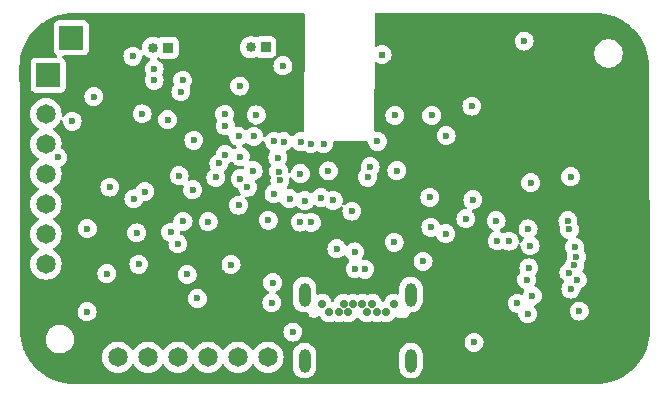
<source format=gbr>
%TF.GenerationSoftware,KiCad,Pcbnew,8.0.8*%
%TF.CreationDate,2025-02-18T00:29:27-08:00*%
%TF.ProjectId,OuterBoard_rev3.1,4f757465-7242-46f6-9172-645f72657633,rev?*%
%TF.SameCoordinates,Original*%
%TF.FileFunction,Copper,L3,Inr*%
%TF.FilePolarity,Positive*%
%FSLAX46Y46*%
G04 Gerber Fmt 4.6, Leading zero omitted, Abs format (unit mm)*
G04 Created by KiCad (PCBNEW 8.0.8) date 2025-02-18 00:29:27*
%MOMM*%
%LPD*%
G01*
G04 APERTURE LIST*
%TA.AperFunction,ComponentPad*%
%ADD10C,1.650000*%
%TD*%
%TA.AperFunction,ComponentPad*%
%ADD11C,0.700000*%
%TD*%
%TA.AperFunction,ComponentPad*%
%ADD12O,1.000000X2.000000*%
%TD*%
%TA.AperFunction,ComponentPad*%
%ADD13R,2.000000X2.000000*%
%TD*%
%TA.AperFunction,ComponentPad*%
%ADD14R,0.850000X0.850000*%
%TD*%
%TA.AperFunction,ComponentPad*%
%ADD15C,0.850000*%
%TD*%
%TA.AperFunction,ViaPad*%
%ADD16C,0.600000*%
%TD*%
%TA.AperFunction,ViaPad*%
%ADD17C,0.609600*%
%TD*%
G04 APERTURE END LIST*
D10*
%TO.N,GPIO45*%
%TO.C,J2*%
X115620800Y-104013000D03*
%TO.N,GPIO46*%
X118160800Y-104013000D03*
%TO.N,IO21{slash}USER_LED*%
X120700800Y-104013000D03*
%TO.N,D10{slash}A10{slash}MOSI*%
X123240800Y-104013000D03*
%TO.N,D9{slash}A9{slash}MISO*%
X125780800Y-104013000D03*
%TO.N,D8{slash}A8{slash}SCK*%
X128320800Y-104013000D03*
%TD*%
D11*
%TO.N,GND*%
%TO.C,J42*%
X138978400Y-99503000D03*
%TO.N,unconnected-(J42-SSTXP2-PadB2)*%
X138328400Y-100203000D03*
%TO.N,unconnected-(J42-SSTXN2-PadB3)*%
X137528400Y-100203000D03*
%TO.N,+5V*%
X137128400Y-99503000D03*
%TO.N,Net-(J42-CC2)*%
X136728400Y-100203000D03*
%TO.N,USB_DP*%
X136328400Y-99503000D03*
%TO.N,USB_DN*%
X135528400Y-99503000D03*
%TO.N,unconnected-(J42-SBU2-PadB8)*%
X135128400Y-100203000D03*
%TO.N,+5V*%
X134728400Y-99503000D03*
%TO.N,unconnected-(J42-SSRXN1-PadB10)*%
X134328400Y-100203000D03*
%TO.N,unconnected-(J42-SSRXP1-PadB11)*%
X133528400Y-100203000D03*
%TO.N,GND*%
X132878400Y-99503000D03*
D12*
X131428400Y-98703000D03*
X140428400Y-98703000D03*
X131428400Y-104303000D03*
X140428400Y-104303000D03*
%TD*%
D13*
%TO.N,Net-(D1-K)*%
%TO.C,TP1*%
X109728000Y-80137000D03*
%TD*%
D14*
%TO.N,+BATT1*%
%TO.C,J3*%
X119837200Y-77800200D03*
D15*
%TO.N,GNDPWR*%
X118587200Y-77800200D03*
%TD*%
D14*
%TO.N,+BATT2*%
%TO.C,J4*%
X128117600Y-77749400D03*
D15*
%TO.N,GNDPWR*%
X126867600Y-77749400D03*
%TD*%
D13*
%TO.N,Net-(D2-K)*%
%TO.C,TP2*%
X111683800Y-76962000D03*
%TD*%
D10*
%TO.N,GNDPWR*%
%TO.C,J1*%
X109524800Y-96113600D03*
%TO.N,VDC*%
X109524800Y-93573600D03*
%TO.N,D1{slash}A1*%
X109524800Y-91033600D03*
%TO.N,GNDPWR*%
X109524800Y-88493600D03*
%TO.N,VDC*%
X109524800Y-85953600D03*
%TO.N,D0{slash}A0*%
X109524800Y-83413600D03*
%TD*%
D16*
%TO.N,GND*%
X147726400Y-94157800D03*
X114935000Y-89611200D03*
X121132600Y-92504600D03*
X142111489Y-93007223D03*
X121488200Y-97002600D03*
X145669000Y-90678000D03*
X154263252Y-96239441D03*
X123910000Y-88790000D03*
X120802400Y-88646600D03*
X110540800Y-87096600D03*
X150320000Y-100336400D03*
X145084800Y-92284600D03*
X150571200Y-89230200D03*
X113030000Y-93116400D03*
X128730000Y-97690000D03*
X142028800Y-90476900D03*
X147650200Y-92456000D03*
D17*
X137980000Y-78380000D03*
D16*
X117889684Y-89981291D03*
X123266200Y-92532200D03*
X131069477Y-88457575D03*
X111749000Y-84037600D03*
X139238800Y-88206400D03*
X122047000Y-85648800D03*
X128652394Y-99384806D03*
X114681000Y-96926400D03*
X125196600Y-96164400D03*
X122351800Y-99034600D03*
X135661400Y-95097600D03*
X139065000Y-83540600D03*
X117201071Y-93477539D03*
X145770600Y-102743000D03*
X121943122Y-89829707D03*
X142189200Y-83540600D03*
X150012400Y-77241400D03*
%TO.N,VCC*%
X120954800Y-81538800D03*
%TO.N,+2V8*%
X143408400Y-85242400D03*
X141452600Y-95885000D03*
%TO.N,VDC*%
X117396700Y-96139000D03*
X113004600Y-100152200D03*
X121107200Y-80568800D03*
X118688700Y-79618800D03*
%TO.N,Net-(D7-K)*%
X154686000Y-100101400D03*
%TO.N,+3.3V*%
X140944600Y-81584800D03*
X123266200Y-90954600D03*
X126100000Y-96920000D03*
X120802400Y-87096600D03*
X146098900Y-95123000D03*
X111988600Y-98348800D03*
X144909600Y-81965800D03*
X142087600Y-94589600D03*
X119483800Y-88793400D03*
X123153000Y-87031400D03*
X133527800Y-89662000D03*
X110515400Y-89814400D03*
X143078200Y-97866200D03*
%TO.N,+1V8*%
X153847800Y-93192600D03*
X120700800Y-94411800D03*
%TO.N,Net-(C38-Pad1)*%
X133444702Y-88239600D03*
%TO.N,+5V*%
X130429000Y-101879400D03*
%TO.N,IO21{slash}USER_LED*%
X125830000Y-85308799D03*
%TO.N,Net-(FB1-Pad2)*%
X153949400Y-88722200D03*
%TO.N,USB_DP*%
X135712200Y-96520000D03*
X126586400Y-89603665D03*
%TO.N,USB_DN*%
X136525000Y-96570800D03*
X125984000Y-88900000D03*
%TO.N,MTCK{slash}IO39{slash}CAM_SCL*%
X139013899Y-94285101D03*
X143370000Y-93550000D03*
%TO.N,IO38{slash}DVP_VSYNC*%
X133858000Y-90728800D03*
X153725086Y-92450272D03*
%TO.N,Net-(J10-Pad8)*%
X148742400Y-94183200D03*
%TO.N,IO47{slash}DVP_HREF*%
X131987500Y-92597090D03*
X150342600Y-93141800D03*
%TO.N,IO48{slash}DVP_Y9*%
X131054076Y-92574211D03*
X150520400Y-94564200D03*
%TO.N,IO10{slash}XMCLK*%
X127127615Y-85308799D03*
X154300000Y-94700000D03*
%TO.N,IO11{slash}DVP_Y8*%
X124715600Y-86848296D03*
X154440000Y-95490000D03*
%TO.N,IO12{slash}DVP_Y7*%
X153810000Y-96840000D03*
X125984000Y-87020400D03*
%TO.N,IO13{slash}DVP_PCLK*%
X129164567Y-87102167D03*
X150418800Y-96443800D03*
%TO.N,IO14{slash}DVP_Y6*%
X154514600Y-97455000D03*
X124160450Y-87606201D03*
%TO.N,IO15{slash}DVP_Y2*%
X127076200Y-88206000D03*
X150215600Y-97434400D03*
%TO.N,IO16{slash}DVP_Y5*%
X153970000Y-98240000D03*
X129235200Y-88288500D03*
%TO.N,IO17{slash}DVP_Y3*%
X129330301Y-89044545D03*
X150710000Y-98792400D03*
%TO.N,IO18{slash}DVP_Y4*%
X149450000Y-99441000D03*
X128839742Y-90170878D03*
%TO.N,CHIP_EN*%
X133030300Y-85939200D03*
X137591800Y-85725000D03*
%TO.N,BNO_INT*%
X120091200Y-93421200D03*
X125933200Y-81049800D03*
%TO.N,D1{slash}A1*%
X131108400Y-85750400D03*
%TO.N,D0{slash}A0*%
X129592400Y-79324200D03*
%TO.N,GPIO0*%
X131953000Y-85928200D03*
X145592800Y-82753200D03*
%TO.N,BNO_RST*%
X116967000Y-90601800D03*
X124661600Y-83439000D03*
%TO.N,D8{slash}A8{slash}SCK*%
X129641600Y-85750400D03*
%TO.N,D9{slash}A9{slash}MISO*%
X128843704Y-85733896D03*
%TO.N,D10{slash}A10{slash}MOSI*%
X124714000Y-84404200D03*
%TO.N,VDD_SPI*%
X125830000Y-91135200D03*
%TO.N,SPIHD*%
X128357314Y-92410849D03*
%TO.N,SPIWP*%
X134162800Y-94818200D03*
%TO.N,SPICS0*%
X135432900Y-91643200D03*
%TO.N,SPICLK*%
X130149600Y-90576400D03*
%TO.N,SPIQ*%
X132791200Y-90500200D03*
%TO.N,SPID*%
X131445000Y-90754200D03*
%TO.N,GNDPWR*%
X118688700Y-80568800D03*
X117668297Y-83398103D03*
X127345704Y-83494601D03*
X113583130Y-81940400D03*
X119820552Y-83885375D03*
X116890800Y-78536800D03*
%TO.N,GPIO45*%
X136753600Y-88773000D03*
%TO.N,GPIO46*%
X136982200Y-87884000D03*
%TD*%
%TA.AperFunction,Conductor*%
%TO.N,+3.3V*%
G36*
X131384180Y-74870785D02*
G01*
X131429935Y-74923589D01*
X131441140Y-74975641D01*
X131398067Y-84839257D01*
X131378090Y-84906210D01*
X131325086Y-84951734D01*
X131260185Y-84961936D01*
X131108404Y-84944835D01*
X131108396Y-84944835D01*
X130929150Y-84965030D01*
X130929145Y-84965031D01*
X130758876Y-85024611D01*
X130606137Y-85120584D01*
X130478584Y-85248137D01*
X130474241Y-85253584D01*
X130472695Y-85252351D01*
X130427653Y-85292188D01*
X130358599Y-85302833D01*
X130294752Y-85274454D01*
X130276296Y-85253155D01*
X130275759Y-85253584D01*
X130271415Y-85248137D01*
X130143862Y-85120584D01*
X129991123Y-85024611D01*
X129820854Y-84965031D01*
X129820849Y-84965030D01*
X129641604Y-84944835D01*
X129641596Y-84944835D01*
X129462350Y-84965030D01*
X129462345Y-84965031D01*
X129301820Y-85021202D01*
X129232041Y-85024763D01*
X129199513Y-85011096D01*
X129199499Y-85011127D01*
X129198894Y-85010835D01*
X129194894Y-85009155D01*
X129193226Y-85008107D01*
X129022958Y-84948527D01*
X129022953Y-84948526D01*
X128843708Y-84928331D01*
X128843700Y-84928331D01*
X128664454Y-84948526D01*
X128664449Y-84948527D01*
X128494180Y-85008107D01*
X128341441Y-85104080D01*
X128213886Y-85231635D01*
X128157026Y-85322128D01*
X128104692Y-85368418D01*
X128035638Y-85379066D01*
X127971790Y-85350691D01*
X127933418Y-85292301D01*
X127928813Y-85270038D01*
X127912984Y-85129549D01*
X127912983Y-85129544D01*
X127879556Y-85034015D01*
X127853404Y-84959277D01*
X127848664Y-84951734D01*
X127799124Y-84872891D01*
X127757431Y-84806537D01*
X127629877Y-84678983D01*
X127605904Y-84663920D01*
X127477134Y-84583008D01*
X127346479Y-84537289D01*
X127289703Y-84496567D01*
X127263956Y-84431615D01*
X127277413Y-84363053D01*
X127325800Y-84312650D01*
X127373549Y-84297028D01*
X127448303Y-84288605D01*
X127524954Y-84279970D01*
X127524957Y-84279969D01*
X127524959Y-84279969D01*
X127695226Y-84220390D01*
X127847966Y-84124417D01*
X127975520Y-83996863D01*
X128071493Y-83844123D01*
X128131072Y-83673856D01*
X128132091Y-83664814D01*
X128151269Y-83494604D01*
X128151269Y-83494597D01*
X128131073Y-83315351D01*
X128131072Y-83315346D01*
X128101920Y-83232035D01*
X128071493Y-83145079D01*
X127975520Y-82992339D01*
X127847966Y-82864785D01*
X127759478Y-82809184D01*
X127695227Y-82768812D01*
X127524958Y-82709232D01*
X127524953Y-82709231D01*
X127345708Y-82689036D01*
X127345700Y-82689036D01*
X127166454Y-82709231D01*
X127166449Y-82709232D01*
X126996180Y-82768812D01*
X126843441Y-82864785D01*
X126715888Y-82992338D01*
X126619915Y-83145077D01*
X126560335Y-83315346D01*
X126560334Y-83315351D01*
X126540139Y-83494597D01*
X126540139Y-83494604D01*
X126560334Y-83673850D01*
X126560335Y-83673855D01*
X126619915Y-83844124D01*
X126692032Y-83958896D01*
X126715888Y-83996863D01*
X126843442Y-84124417D01*
X126996182Y-84220390D01*
X126996184Y-84220391D01*
X127126839Y-84266110D01*
X127183615Y-84306831D01*
X127209362Y-84371784D01*
X127195906Y-84440346D01*
X127147518Y-84490748D01*
X127099767Y-84506371D01*
X126948365Y-84523429D01*
X126948360Y-84523430D01*
X126778091Y-84583010D01*
X126625354Y-84678982D01*
X126566488Y-84737848D01*
X126505164Y-84771332D01*
X126435473Y-84766347D01*
X126391126Y-84737847D01*
X126332262Y-84678983D01*
X126179523Y-84583010D01*
X126009254Y-84523430D01*
X126009249Y-84523429D01*
X125830004Y-84503234D01*
X125829996Y-84503234D01*
X125657448Y-84522675D01*
X125588626Y-84510620D01*
X125537247Y-84463271D01*
X125522722Y-84410851D01*
X125520345Y-84411119D01*
X125499369Y-84224950D01*
X125499368Y-84224945D01*
X125439788Y-84054675D01*
X125371424Y-83945876D01*
X125352423Y-83878639D01*
X125371423Y-83813930D01*
X125387389Y-83788522D01*
X125446968Y-83618255D01*
X125446969Y-83618249D01*
X125467165Y-83439003D01*
X125467165Y-83438996D01*
X125446969Y-83259750D01*
X125446968Y-83259745D01*
X125432659Y-83218853D01*
X125387389Y-83089478D01*
X125361690Y-83048579D01*
X125305103Y-82958521D01*
X125291416Y-82936738D01*
X125163862Y-82809184D01*
X125011123Y-82713211D01*
X124840854Y-82653631D01*
X124840849Y-82653630D01*
X124661604Y-82633435D01*
X124661596Y-82633435D01*
X124482350Y-82653630D01*
X124482345Y-82653631D01*
X124312076Y-82713211D01*
X124159337Y-82809184D01*
X124031784Y-82936737D01*
X123935811Y-83089476D01*
X123876231Y-83259745D01*
X123876230Y-83259750D01*
X123856035Y-83438996D01*
X123856035Y-83439003D01*
X123876230Y-83618249D01*
X123876231Y-83618254D01*
X123935811Y-83788523D01*
X124004176Y-83897324D01*
X124023176Y-83964560D01*
X124004178Y-84029264D01*
X123988210Y-84054678D01*
X123928633Y-84224937D01*
X123928630Y-84224950D01*
X123908435Y-84404196D01*
X123908435Y-84404203D01*
X123928630Y-84583449D01*
X123928631Y-84583454D01*
X123988211Y-84753723D01*
X124040388Y-84836761D01*
X124084184Y-84906462D01*
X124211738Y-85034016D01*
X124302080Y-85090782D01*
X124363777Y-85129549D01*
X124364478Y-85129989D01*
X124505509Y-85179338D01*
X124534745Y-85189568D01*
X124534750Y-85189569D01*
X124713996Y-85209765D01*
X124714000Y-85209765D01*
X124714004Y-85209765D01*
X124886552Y-85190324D01*
X124955374Y-85202379D01*
X125006753Y-85249728D01*
X125021277Y-85302147D01*
X125023655Y-85301880D01*
X125044630Y-85488048D01*
X125044631Y-85488053D01*
X125104211Y-85658322D01*
X125176052Y-85772655D01*
X125200184Y-85811061D01*
X125327738Y-85938615D01*
X125480478Y-86034588D01*
X125602154Y-86077164D01*
X125658930Y-86117886D01*
X125684678Y-86182838D01*
X125671222Y-86251400D01*
X125627173Y-86299199D01*
X125508419Y-86373818D01*
X125441182Y-86392819D01*
X125374347Y-86372452D01*
X125350550Y-86350747D01*
X125350340Y-86350958D01*
X125345754Y-86346372D01*
X125345504Y-86346144D01*
X125345417Y-86346035D01*
X125217862Y-86218480D01*
X125065123Y-86122507D01*
X124894854Y-86062927D01*
X124894849Y-86062926D01*
X124715604Y-86042731D01*
X124715596Y-86042731D01*
X124536350Y-86062926D01*
X124536345Y-86062927D01*
X124366076Y-86122507D01*
X124213337Y-86218480D01*
X124085784Y-86346033D01*
X123989810Y-86498774D01*
X123930230Y-86669046D01*
X123919058Y-86768203D01*
X123891991Y-86832617D01*
X123836797Y-86871359D01*
X123810927Y-86880412D01*
X123810925Y-86880413D01*
X123658187Y-86976385D01*
X123530634Y-87103938D01*
X123434661Y-87256677D01*
X123375081Y-87426946D01*
X123375080Y-87426951D01*
X123354885Y-87606197D01*
X123354885Y-87606204D01*
X123375080Y-87785450D01*
X123375083Y-87785463D01*
X123434659Y-87955720D01*
X123453175Y-87985189D01*
X123472174Y-88052426D01*
X123451805Y-88119261D01*
X123414155Y-88156151D01*
X123407740Y-88160181D01*
X123280184Y-88287737D01*
X123184211Y-88440476D01*
X123124631Y-88610745D01*
X123124630Y-88610750D01*
X123104435Y-88789996D01*
X123104435Y-88790003D01*
X123124630Y-88969249D01*
X123124631Y-88969254D01*
X123184211Y-89139523D01*
X123260967Y-89261678D01*
X123280184Y-89292262D01*
X123407738Y-89419816D01*
X123452575Y-89447989D01*
X123555830Y-89512869D01*
X123560478Y-89515789D01*
X123727710Y-89574306D01*
X123730745Y-89575368D01*
X123730750Y-89575369D01*
X123909996Y-89595565D01*
X123910000Y-89595565D01*
X123910004Y-89595565D01*
X124089249Y-89575369D01*
X124089252Y-89575368D01*
X124089255Y-89575368D01*
X124259522Y-89515789D01*
X124412262Y-89419816D01*
X124539816Y-89292262D01*
X124635789Y-89139522D01*
X124695368Y-88969255D01*
X124696429Y-88959837D01*
X124715565Y-88790003D01*
X124715565Y-88789996D01*
X124695369Y-88610750D01*
X124695366Y-88610737D01*
X124635790Y-88440481D01*
X124635789Y-88440477D01*
X124617275Y-88411013D01*
X124598275Y-88343777D01*
X124618642Y-88276941D01*
X124656297Y-88240047D01*
X124662712Y-88236017D01*
X124790266Y-88108463D01*
X124886239Y-87955723D01*
X124945818Y-87785456D01*
X124956990Y-87686290D01*
X124984055Y-87621881D01*
X125039254Y-87583136D01*
X125065122Y-87574085D01*
X125191182Y-87494875D01*
X125258418Y-87475876D01*
X125325254Y-87496244D01*
X125349049Y-87517948D01*
X125349260Y-87517738D01*
X125353852Y-87522330D01*
X125354103Y-87522559D01*
X125354180Y-87522655D01*
X125354184Y-87522662D01*
X125481738Y-87650216D01*
X125566916Y-87703737D01*
X125628810Y-87742628D01*
X125634478Y-87746189D01*
X125793094Y-87801691D01*
X125804745Y-87805768D01*
X125804750Y-87805769D01*
X125983996Y-87825965D01*
X125984000Y-87825965D01*
X125984004Y-87825965D01*
X126163248Y-87805769D01*
X126163249Y-87805768D01*
X126163255Y-87805768D01*
X126163259Y-87805766D01*
X126167202Y-87804867D01*
X126169829Y-87805027D01*
X126170175Y-87804989D01*
X126170181Y-87805049D01*
X126236941Y-87809140D01*
X126293299Y-87850438D01*
X126318383Y-87915650D01*
X126311838Y-87966712D01*
X126289067Y-88031789D01*
X126248345Y-88088565D01*
X126183393Y-88114313D01*
X126158142Y-88114055D01*
X125984004Y-88094435D01*
X125983996Y-88094435D01*
X125804750Y-88114630D01*
X125804745Y-88114631D01*
X125634476Y-88174211D01*
X125481737Y-88270184D01*
X125354184Y-88397737D01*
X125258211Y-88550476D01*
X125198631Y-88720745D01*
X125198630Y-88720750D01*
X125178435Y-88899996D01*
X125178435Y-88900003D01*
X125198630Y-89079249D01*
X125198631Y-89079254D01*
X125258211Y-89249523D01*
X125349035Y-89394067D01*
X125354184Y-89402262D01*
X125481738Y-89529816D01*
X125572080Y-89586582D01*
X125611264Y-89611203D01*
X125634478Y-89625789D01*
X125715895Y-89654277D01*
X125772670Y-89694998D01*
X125798160Y-89757436D01*
X125801030Y-89782914D01*
X125801031Y-89782919D01*
X125860611Y-89953188D01*
X125956584Y-90105927D01*
X125974193Y-90123536D01*
X126007678Y-90184859D01*
X126002694Y-90254551D01*
X125960822Y-90310484D01*
X125895358Y-90334901D01*
X125872630Y-90334438D01*
X125856645Y-90332637D01*
X125830000Y-90329635D01*
X125829998Y-90329635D01*
X125829997Y-90329635D01*
X125829996Y-90329635D01*
X125650750Y-90349830D01*
X125650745Y-90349831D01*
X125480476Y-90409411D01*
X125327737Y-90505384D01*
X125200184Y-90632937D01*
X125104211Y-90785676D01*
X125044631Y-90955945D01*
X125044630Y-90955950D01*
X125024435Y-91135196D01*
X125024435Y-91135203D01*
X125044630Y-91314449D01*
X125044631Y-91314454D01*
X125104211Y-91484723D01*
X125151673Y-91560257D01*
X125200184Y-91637462D01*
X125327738Y-91765016D01*
X125365660Y-91788844D01*
X125460477Y-91848422D01*
X125480478Y-91860989D01*
X125616505Y-91908587D01*
X125650745Y-91920568D01*
X125650750Y-91920569D01*
X125829996Y-91940765D01*
X125830000Y-91940765D01*
X125830004Y-91940765D01*
X126009249Y-91920569D01*
X126009252Y-91920568D01*
X126009255Y-91920568D01*
X126179522Y-91860989D01*
X126332262Y-91765016D01*
X126459816Y-91637462D01*
X126555789Y-91484722D01*
X126615368Y-91314455D01*
X126617709Y-91293678D01*
X126635565Y-91135203D01*
X126635565Y-91135196D01*
X126615369Y-90955950D01*
X126615368Y-90955945D01*
X126598613Y-90908062D01*
X126555789Y-90785678D01*
X126552880Y-90781049D01*
X126516582Y-90723280D01*
X126459816Y-90632938D01*
X126442206Y-90615328D01*
X126408721Y-90554005D01*
X126413705Y-90484313D01*
X126455577Y-90428380D01*
X126521041Y-90403963D01*
X126543771Y-90404427D01*
X126586398Y-90409230D01*
X126586400Y-90409230D01*
X126586404Y-90409230D01*
X126765649Y-90389034D01*
X126765652Y-90389033D01*
X126765655Y-90389033D01*
X126935922Y-90329454D01*
X127088662Y-90233481D01*
X127216216Y-90105927D01*
X127312189Y-89953187D01*
X127371768Y-89782920D01*
X127371769Y-89782914D01*
X127391965Y-89603668D01*
X127391965Y-89603661D01*
X127371769Y-89424415D01*
X127371768Y-89424410D01*
X127312188Y-89254140D01*
X127249337Y-89154115D01*
X127230336Y-89086878D01*
X127250703Y-89020043D01*
X127303971Y-88974828D01*
X127313363Y-88971104D01*
X127425722Y-88931789D01*
X127578462Y-88835816D01*
X127706016Y-88708262D01*
X127801989Y-88555522D01*
X127861568Y-88385255D01*
X127862985Y-88372678D01*
X127881765Y-88206003D01*
X127881765Y-88205996D01*
X127861569Y-88026750D01*
X127861568Y-88026745D01*
X127847027Y-87985189D01*
X127801989Y-87856478D01*
X127792958Y-87842106D01*
X127757367Y-87785463D01*
X127706016Y-87703738D01*
X127578462Y-87576184D01*
X127575118Y-87574083D01*
X127425723Y-87480211D01*
X127255454Y-87420631D01*
X127255449Y-87420630D01*
X127076204Y-87400435D01*
X127076196Y-87400435D01*
X126896941Y-87420631D01*
X126892987Y-87421534D01*
X126890362Y-87421372D01*
X126890025Y-87421411D01*
X126890018Y-87421351D01*
X126823249Y-87417255D01*
X126766894Y-87375952D01*
X126741816Y-87310739D01*
X126748363Y-87259686D01*
X126769366Y-87199662D01*
X126769369Y-87199649D01*
X126789565Y-87020403D01*
X126789565Y-87020396D01*
X126769369Y-86841150D01*
X126769368Y-86841145D01*
X126743844Y-86768203D01*
X126709789Y-86670878D01*
X126613816Y-86518138D01*
X126486262Y-86390584D01*
X126333523Y-86294611D01*
X126211844Y-86252034D01*
X126155068Y-86211312D01*
X126129321Y-86146359D01*
X126142777Y-86077797D01*
X126186827Y-86029998D01*
X126237239Y-85998322D01*
X126332262Y-85938615D01*
X126391129Y-85879747D01*
X126452448Y-85846265D01*
X126522140Y-85851249D01*
X126566488Y-85879750D01*
X126625353Y-85938615D01*
X126649203Y-85953601D01*
X126767240Y-86027769D01*
X126778093Y-86034588D01*
X126892218Y-86074522D01*
X126948360Y-86094167D01*
X126948365Y-86094168D01*
X127127611Y-86114364D01*
X127127615Y-86114364D01*
X127127619Y-86114364D01*
X127306864Y-86094168D01*
X127306867Y-86094167D01*
X127306870Y-86094167D01*
X127477137Y-86034588D01*
X127629877Y-85938615D01*
X127757431Y-85811061D01*
X127814292Y-85720566D01*
X127866625Y-85674276D01*
X127935678Y-85663627D01*
X127999527Y-85692002D01*
X128037899Y-85750392D01*
X128042505Y-85772655D01*
X128058334Y-85913146D01*
X128058335Y-85913150D01*
X128117915Y-86083419D01*
X128181523Y-86184649D01*
X128213888Y-86236158D01*
X128341442Y-86363712D01*
X128413008Y-86408680D01*
X128481440Y-86451679D01*
X128527731Y-86504014D01*
X128538379Y-86573068D01*
X128520462Y-86622645D01*
X128438778Y-86752643D01*
X128379198Y-86922912D01*
X128379197Y-86922917D01*
X128359002Y-87102163D01*
X128359002Y-87102170D01*
X128379197Y-87281416D01*
X128379198Y-87281421D01*
X128438778Y-87451690D01*
X128534751Y-87604429D01*
X128578360Y-87648038D01*
X128611845Y-87709361D01*
X128606861Y-87779053D01*
X128595673Y-87801691D01*
X128509411Y-87938976D01*
X128449831Y-88109245D01*
X128449830Y-88109250D01*
X128429635Y-88288496D01*
X128429635Y-88288503D01*
X128449830Y-88467749D01*
X128449831Y-88467754D01*
X128509411Y-88638023D01*
X128551535Y-88705062D01*
X128570535Y-88772298D01*
X128563583Y-88811987D01*
X128544932Y-88865290D01*
X128544932Y-88865291D01*
X128524736Y-89044541D01*
X128524736Y-89044548D01*
X128544931Y-89223794D01*
X128544934Y-89223807D01*
X128566995Y-89286851D01*
X128570558Y-89356629D01*
X128535829Y-89417257D01*
X128496247Y-89441571D01*
X128496488Y-89442071D01*
X128491614Y-89444417D01*
X128490922Y-89444843D01*
X128490222Y-89445087D01*
X128490217Y-89445090D01*
X128337479Y-89541062D01*
X128209926Y-89668615D01*
X128113953Y-89821354D01*
X128054373Y-89991623D01*
X128054372Y-89991628D01*
X128034177Y-90170874D01*
X128034177Y-90170881D01*
X128054372Y-90350127D01*
X128054373Y-90350132D01*
X128113953Y-90520401D01*
X128165100Y-90601800D01*
X128209926Y-90673140D01*
X128337480Y-90800694D01*
X128490220Y-90896667D01*
X128552581Y-90918488D01*
X128660487Y-90956246D01*
X128660492Y-90956247D01*
X128839738Y-90976443D01*
X128839742Y-90976443D01*
X128839746Y-90976443D01*
X129018991Y-90956247D01*
X129018994Y-90956246D01*
X129018997Y-90956246D01*
X129189264Y-90896667D01*
X129239312Y-90865220D01*
X129241486Y-90863854D01*
X129308723Y-90844853D01*
X129375558Y-90865220D01*
X129420773Y-90918488D01*
X129423294Y-90924849D01*
X129423812Y-90925924D01*
X129487651Y-91027523D01*
X129519784Y-91078662D01*
X129647338Y-91206216D01*
X129719980Y-91251860D01*
X129786529Y-91293676D01*
X129800078Y-91302189D01*
X129887131Y-91332650D01*
X129970345Y-91361768D01*
X129970350Y-91361769D01*
X130149596Y-91381965D01*
X130149600Y-91381965D01*
X130149604Y-91381965D01*
X130328849Y-91361769D01*
X130328852Y-91361768D01*
X130328855Y-91361768D01*
X130499122Y-91302189D01*
X130512671Y-91293676D01*
X130579220Y-91251860D01*
X130641325Y-91212836D01*
X130708561Y-91193836D01*
X130775396Y-91214203D01*
X130812292Y-91251860D01*
X130815182Y-91256460D01*
X130815184Y-91256462D01*
X130942738Y-91384016D01*
X130971904Y-91402342D01*
X131093959Y-91479035D01*
X131095478Y-91479989D01*
X131193156Y-91514168D01*
X131265745Y-91539568D01*
X131265750Y-91539569D01*
X131444996Y-91559765D01*
X131445000Y-91559765D01*
X131445004Y-91559765D01*
X131624249Y-91539569D01*
X131624252Y-91539568D01*
X131624255Y-91539568D01*
X131794522Y-91479989D01*
X131947262Y-91384016D01*
X132074816Y-91256462D01*
X132126415Y-91174341D01*
X132178748Y-91128051D01*
X132247801Y-91117402D01*
X132297378Y-91135319D01*
X132441678Y-91225989D01*
X132552148Y-91264644D01*
X132611945Y-91285568D01*
X132611950Y-91285569D01*
X132791196Y-91305765D01*
X132791200Y-91305765D01*
X132791204Y-91305765D01*
X132970449Y-91285569D01*
X132970452Y-91285568D01*
X132970455Y-91285568D01*
X132970456Y-91285567D01*
X132970459Y-91285567D01*
X133030252Y-91264644D01*
X133128213Y-91230365D01*
X133197990Y-91226803D01*
X133256848Y-91259726D01*
X133355738Y-91358616D01*
X133508478Y-91454589D01*
X133678745Y-91514168D01*
X133678750Y-91514169D01*
X133857996Y-91534365D01*
X133858000Y-91534365D01*
X133858004Y-91534365D01*
X134037249Y-91514169D01*
X134037252Y-91514168D01*
X134037255Y-91514168D01*
X134207522Y-91454589D01*
X134360262Y-91358616D01*
X134474698Y-91244179D01*
X134536017Y-91210697D01*
X134605709Y-91215681D01*
X134661643Y-91257552D01*
X134686060Y-91323016D01*
X134679418Y-91372817D01*
X134647532Y-91463942D01*
X134647530Y-91463950D01*
X134627335Y-91643196D01*
X134627335Y-91643203D01*
X134647530Y-91822449D01*
X134647531Y-91822454D01*
X134707111Y-91992723D01*
X134777877Y-92105345D01*
X134803084Y-92145462D01*
X134930638Y-92273016D01*
X134949074Y-92284600D01*
X135063393Y-92356432D01*
X135083378Y-92368989D01*
X135217676Y-92415982D01*
X135253645Y-92428568D01*
X135253650Y-92428569D01*
X135432896Y-92448765D01*
X135432900Y-92448765D01*
X135432904Y-92448765D01*
X135612149Y-92428569D01*
X135612152Y-92428568D01*
X135612155Y-92428568D01*
X135782422Y-92368989D01*
X135935162Y-92273016D01*
X136062716Y-92145462D01*
X136158689Y-91992722D01*
X136218268Y-91822455D01*
X136218269Y-91822449D01*
X136238465Y-91643203D01*
X136238465Y-91643196D01*
X136218269Y-91463950D01*
X136218268Y-91463945D01*
X136198470Y-91407365D01*
X136158689Y-91293678D01*
X136151643Y-91282465D01*
X136116157Y-91225989D01*
X136062716Y-91140938D01*
X135935162Y-91013384D01*
X135876371Y-90976443D01*
X135782423Y-90917411D01*
X135612154Y-90857831D01*
X135612149Y-90857830D01*
X135432904Y-90837635D01*
X135432896Y-90837635D01*
X135253650Y-90857830D01*
X135253645Y-90857831D01*
X135083376Y-90917411D01*
X134930639Y-91013383D01*
X134816204Y-91127818D01*
X134754881Y-91161302D01*
X134685189Y-91156318D01*
X134629256Y-91114446D01*
X134604839Y-91048982D01*
X134611482Y-90999181D01*
X134643366Y-90908062D01*
X134643369Y-90908049D01*
X134663565Y-90728803D01*
X134663565Y-90728796D01*
X134643369Y-90549550D01*
X134643368Y-90549545D01*
X134617947Y-90476896D01*
X141223235Y-90476896D01*
X141223235Y-90476903D01*
X141243430Y-90656149D01*
X141243431Y-90656154D01*
X141303011Y-90826423D01*
X141397276Y-90976443D01*
X141398984Y-90979162D01*
X141526538Y-91106716D01*
X141581002Y-91140938D01*
X141665188Y-91193836D01*
X141679278Y-91202689D01*
X141842280Y-91259726D01*
X141849545Y-91262268D01*
X141849550Y-91262269D01*
X142028796Y-91282465D01*
X142028800Y-91282465D01*
X142028804Y-91282465D01*
X142208049Y-91262269D01*
X142208052Y-91262268D01*
X142208055Y-91262268D01*
X142378322Y-91202689D01*
X142531062Y-91106716D01*
X142658616Y-90979162D01*
X142754589Y-90826422D01*
X142814168Y-90656155D01*
X142818768Y-90615328D01*
X142834365Y-90476903D01*
X142834365Y-90476896D01*
X142814169Y-90297650D01*
X142814168Y-90297645D01*
X142791716Y-90233480D01*
X142754589Y-90127378D01*
X142749374Y-90119079D01*
X142692404Y-90028411D01*
X142658616Y-89974638D01*
X142531062Y-89847084D01*
X142503571Y-89829810D01*
X142378323Y-89751111D01*
X142208054Y-89691531D01*
X142208049Y-89691530D01*
X142028804Y-89671335D01*
X142028796Y-89671335D01*
X141849550Y-89691530D01*
X141849545Y-89691531D01*
X141679276Y-89751111D01*
X141526537Y-89847084D01*
X141398984Y-89974637D01*
X141303011Y-90127376D01*
X141243431Y-90297645D01*
X141243430Y-90297650D01*
X141223235Y-90476896D01*
X134617947Y-90476896D01*
X134611868Y-90459523D01*
X134583789Y-90379278D01*
X134576902Y-90368318D01*
X134532499Y-90297650D01*
X134487816Y-90226538D01*
X134360262Y-90098984D01*
X134330140Y-90080057D01*
X134207523Y-90003011D01*
X134037254Y-89943431D01*
X134037249Y-89943430D01*
X133858004Y-89923235D01*
X133857996Y-89923235D01*
X133678750Y-89943430D01*
X133678745Y-89943431D01*
X133520987Y-89998634D01*
X133451208Y-90002195D01*
X133392351Y-89969273D01*
X133293462Y-89870384D01*
X133140723Y-89774411D01*
X132970454Y-89714831D01*
X132970449Y-89714830D01*
X132791204Y-89694635D01*
X132791196Y-89694635D01*
X132611950Y-89714830D01*
X132611945Y-89714831D01*
X132441676Y-89774411D01*
X132288937Y-89870384D01*
X132161384Y-89997937D01*
X132109785Y-90080057D01*
X132057450Y-90126348D01*
X131988396Y-90136996D01*
X131938819Y-90119079D01*
X131934547Y-90116395D01*
X131867296Y-90074138D01*
X131794523Y-90028411D01*
X131624254Y-89968831D01*
X131624249Y-89968830D01*
X131445004Y-89948635D01*
X131444996Y-89948635D01*
X131265750Y-89968830D01*
X131265745Y-89968831D01*
X131095476Y-90028411D01*
X130953274Y-90117763D01*
X130886037Y-90136763D01*
X130819202Y-90116395D01*
X130782308Y-90078741D01*
X130779415Y-90074137D01*
X130651862Y-89946584D01*
X130499123Y-89850611D01*
X130328854Y-89791031D01*
X130328849Y-89791030D01*
X130149604Y-89770835D01*
X130149596Y-89770835D01*
X130035723Y-89783665D01*
X129966901Y-89771610D01*
X129915522Y-89724261D01*
X129897898Y-89656651D01*
X129919625Y-89590245D01*
X129934150Y-89572773D01*
X129960117Y-89546807D01*
X130056090Y-89394067D01*
X130115669Y-89223800D01*
X130118810Y-89195922D01*
X130135866Y-89044548D01*
X130135866Y-89044542D01*
X130118686Y-88892065D01*
X130130740Y-88823243D01*
X130178090Y-88771863D01*
X130245700Y-88754239D01*
X130312106Y-88775966D01*
X130346900Y-88812209D01*
X130439661Y-88959837D01*
X130567215Y-89087391D01*
X130601507Y-89108938D01*
X130680990Y-89158881D01*
X130719955Y-89183364D01*
X130853793Y-89230196D01*
X130890222Y-89242943D01*
X130890227Y-89242944D01*
X131069473Y-89263140D01*
X131069477Y-89263140D01*
X131069481Y-89263140D01*
X131248726Y-89242944D01*
X131248729Y-89242943D01*
X131248732Y-89242943D01*
X131418999Y-89183364D01*
X131571739Y-89087391D01*
X131699293Y-88959837D01*
X131795266Y-88807097D01*
X131854845Y-88636830D01*
X131854846Y-88636824D01*
X131875042Y-88457578D01*
X131875042Y-88457571D01*
X131854846Y-88278325D01*
X131854845Y-88278320D01*
X131841295Y-88239596D01*
X132639137Y-88239596D01*
X132639137Y-88239603D01*
X132659332Y-88418849D01*
X132659333Y-88418854D01*
X132718913Y-88589123D01*
X132802533Y-88722203D01*
X132814886Y-88741862D01*
X132942440Y-88869416D01*
X132967896Y-88885411D01*
X133042342Y-88932189D01*
X133095180Y-88965389D01*
X133169424Y-88991368D01*
X133265447Y-89024968D01*
X133265452Y-89024969D01*
X133444698Y-89045165D01*
X133444702Y-89045165D01*
X133444706Y-89045165D01*
X133623951Y-89024969D01*
X133623954Y-89024968D01*
X133623957Y-89024968D01*
X133794224Y-88965389D01*
X133946964Y-88869416D01*
X134043384Y-88772996D01*
X135948035Y-88772996D01*
X135948035Y-88773003D01*
X135968230Y-88952249D01*
X135968231Y-88952254D01*
X136027811Y-89122523D01*
X136103477Y-89242944D01*
X136123784Y-89275262D01*
X136251338Y-89402816D01*
X136297732Y-89431967D01*
X136372628Y-89479028D01*
X136404078Y-89498789D01*
X136541297Y-89546804D01*
X136574345Y-89558368D01*
X136574350Y-89558369D01*
X136753596Y-89578565D01*
X136753600Y-89578565D01*
X136753604Y-89578565D01*
X136932849Y-89558369D01*
X136932852Y-89558368D01*
X136932855Y-89558368D01*
X137103122Y-89498789D01*
X137255862Y-89402816D01*
X137383416Y-89275262D01*
X137411733Y-89230196D01*
X149765635Y-89230196D01*
X149765635Y-89230203D01*
X149785830Y-89409449D01*
X149785831Y-89409454D01*
X149845411Y-89579723D01*
X149908427Y-89680011D01*
X149941384Y-89732462D01*
X150068938Y-89860016D01*
X150120846Y-89892632D01*
X150217218Y-89953187D01*
X150221678Y-89955989D01*
X150353727Y-90002195D01*
X150391945Y-90015568D01*
X150391950Y-90015569D01*
X150571196Y-90035765D01*
X150571200Y-90035765D01*
X150571204Y-90035765D01*
X150750449Y-90015569D01*
X150750452Y-90015568D01*
X150750455Y-90015568D01*
X150920722Y-89955989D01*
X151073462Y-89860016D01*
X151201016Y-89732462D01*
X151296989Y-89579722D01*
X151356568Y-89409455D01*
X151357316Y-89402815D01*
X151376765Y-89230203D01*
X151376765Y-89230196D01*
X151356569Y-89050950D01*
X151356568Y-89050945D01*
X151335721Y-88991368D01*
X151296989Y-88880678D01*
X151201016Y-88727938D01*
X151195274Y-88722196D01*
X153143835Y-88722196D01*
X153143835Y-88722203D01*
X153164030Y-88901449D01*
X153164031Y-88901454D01*
X153223611Y-89071723D01*
X153278377Y-89158882D01*
X153319584Y-89224462D01*
X153447138Y-89352016D01*
X153514062Y-89394067D01*
X153599061Y-89447476D01*
X153599878Y-89447989D01*
X153691889Y-89480185D01*
X153770145Y-89507568D01*
X153770150Y-89507569D01*
X153949396Y-89527765D01*
X153949400Y-89527765D01*
X153949404Y-89527765D01*
X154128649Y-89507569D01*
X154128652Y-89507568D01*
X154128655Y-89507568D01*
X154298922Y-89447989D01*
X154451662Y-89352016D01*
X154579216Y-89224462D01*
X154675189Y-89071722D01*
X154734768Y-88901455D01*
X154734932Y-88900000D01*
X154754965Y-88722203D01*
X154754965Y-88722196D01*
X154734769Y-88542950D01*
X154734768Y-88542945D01*
X154708458Y-88467755D01*
X154675189Y-88372678D01*
X154579216Y-88219938D01*
X154451662Y-88092384D01*
X154405294Y-88063249D01*
X154298923Y-87996411D01*
X154128654Y-87936831D01*
X154128649Y-87936830D01*
X153949404Y-87916635D01*
X153949396Y-87916635D01*
X153770150Y-87936830D01*
X153770145Y-87936831D01*
X153599876Y-87996411D01*
X153447137Y-88092384D01*
X153319584Y-88219937D01*
X153223611Y-88372676D01*
X153164031Y-88542945D01*
X153164030Y-88542950D01*
X153143835Y-88722196D01*
X151195274Y-88722196D01*
X151073462Y-88600384D01*
X151055539Y-88589122D01*
X150920723Y-88504411D01*
X150750454Y-88444831D01*
X150750449Y-88444830D01*
X150571204Y-88424635D01*
X150571196Y-88424635D01*
X150391950Y-88444830D01*
X150391945Y-88444831D01*
X150221676Y-88504411D01*
X150068937Y-88600384D01*
X149941384Y-88727937D01*
X149845411Y-88880676D01*
X149785831Y-89050945D01*
X149785830Y-89050950D01*
X149765635Y-89230196D01*
X137411733Y-89230196D01*
X137479389Y-89122522D01*
X137538968Y-88952255D01*
X137539371Y-88948679D01*
X137559165Y-88773003D01*
X137559165Y-88772996D01*
X137538969Y-88593750D01*
X137538968Y-88593748D01*
X137538968Y-88593745D01*
X137529853Y-88567698D01*
X137526291Y-88497922D01*
X137559215Y-88439063D01*
X137612013Y-88386265D01*
X137612013Y-88386264D01*
X137612016Y-88386262D01*
X137707989Y-88233522D01*
X137717481Y-88206396D01*
X138433235Y-88206396D01*
X138433235Y-88206403D01*
X138453430Y-88385649D01*
X138453431Y-88385654D01*
X138513011Y-88555923D01*
X138600414Y-88695023D01*
X138608984Y-88708662D01*
X138736538Y-88836216D01*
X138807296Y-88880676D01*
X138840363Y-88901454D01*
X138889278Y-88932189D01*
X139029869Y-88981384D01*
X139059545Y-88991768D01*
X139059550Y-88991769D01*
X139238796Y-89011965D01*
X139238800Y-89011965D01*
X139238804Y-89011965D01*
X139418049Y-88991769D01*
X139418052Y-88991768D01*
X139418055Y-88991768D01*
X139588322Y-88932189D01*
X139741062Y-88836216D01*
X139868616Y-88708662D01*
X139964589Y-88555922D01*
X140024168Y-88385655D01*
X140024213Y-88385255D01*
X140044365Y-88206403D01*
X140044365Y-88206396D01*
X140024169Y-88027150D01*
X140024168Y-88027145D01*
X140009487Y-87985189D01*
X139964589Y-87856878D01*
X139964336Y-87856476D01*
X139885988Y-87731786D01*
X139868616Y-87704138D01*
X139741062Y-87576584D01*
X139655082Y-87522559D01*
X139588323Y-87480611D01*
X139418054Y-87421031D01*
X139418049Y-87421030D01*
X139238804Y-87400835D01*
X139238796Y-87400835D01*
X139059550Y-87421030D01*
X139059545Y-87421031D01*
X138889276Y-87480611D01*
X138736537Y-87576584D01*
X138608984Y-87704137D01*
X138513011Y-87856876D01*
X138453431Y-88027145D01*
X138453430Y-88027150D01*
X138433235Y-88206396D01*
X137717481Y-88206396D01*
X137767568Y-88063255D01*
X137767569Y-88063249D01*
X137787765Y-87884003D01*
X137787765Y-87883996D01*
X137767569Y-87704750D01*
X137767568Y-87704745D01*
X137744328Y-87638329D01*
X137707989Y-87534478D01*
X137612016Y-87381738D01*
X137484462Y-87254184D01*
X137331723Y-87158211D01*
X137161454Y-87098631D01*
X137161449Y-87098630D01*
X136982204Y-87078435D01*
X136982196Y-87078435D01*
X136802950Y-87098630D01*
X136802945Y-87098631D01*
X136632676Y-87158211D01*
X136479937Y-87254184D01*
X136352384Y-87381737D01*
X136256411Y-87534476D01*
X136196831Y-87704745D01*
X136196830Y-87704750D01*
X136176635Y-87883996D01*
X136176635Y-87884003D01*
X136196830Y-88063249D01*
X136196832Y-88063257D01*
X136205945Y-88089300D01*
X136209506Y-88159079D01*
X136176586Y-88217934D01*
X136123785Y-88270736D01*
X136027811Y-88423476D01*
X135968231Y-88593745D01*
X135968230Y-88593750D01*
X135948035Y-88772996D01*
X134043384Y-88772996D01*
X134074518Y-88741862D01*
X134170491Y-88589122D01*
X134230070Y-88418855D01*
X134230954Y-88411013D01*
X134250267Y-88239603D01*
X134250267Y-88239596D01*
X134230071Y-88060350D01*
X134230070Y-88060345D01*
X134212997Y-88011554D01*
X134170491Y-87890078D01*
X134166669Y-87883996D01*
X134104753Y-87785457D01*
X134074518Y-87737338D01*
X133946964Y-87609784D01*
X133945508Y-87608869D01*
X133794225Y-87513811D01*
X133623956Y-87454231D01*
X133623951Y-87454230D01*
X133444706Y-87434035D01*
X133444698Y-87434035D01*
X133265452Y-87454230D01*
X133265447Y-87454231D01*
X133095178Y-87513811D01*
X132942439Y-87609784D01*
X132814886Y-87737337D01*
X132718913Y-87890076D01*
X132659333Y-88060345D01*
X132659332Y-88060350D01*
X132639137Y-88239596D01*
X131841295Y-88239596D01*
X131795266Y-88108053D01*
X131699293Y-87955313D01*
X131571739Y-87827759D01*
X131536741Y-87805768D01*
X131419000Y-87731786D01*
X131248731Y-87672206D01*
X131248726Y-87672205D01*
X131069481Y-87652010D01*
X131069473Y-87652010D01*
X130890227Y-87672205D01*
X130890222Y-87672206D01*
X130719953Y-87731786D01*
X130567214Y-87827759D01*
X130439661Y-87955312D01*
X130343688Y-88108051D01*
X130284106Y-88278327D01*
X130282819Y-88283967D01*
X130248708Y-88344944D01*
X130187045Y-88377800D01*
X130117408Y-88372102D01*
X130061906Y-88329660D01*
X130038709Y-88270253D01*
X130020569Y-88109250D01*
X130020568Y-88109245D01*
X130000686Y-88052426D01*
X129960989Y-87938978D01*
X129959639Y-87936830D01*
X129909151Y-87856478D01*
X129865016Y-87786238D01*
X129821406Y-87742628D01*
X129787921Y-87681305D01*
X129792905Y-87611613D01*
X129804093Y-87588975D01*
X129890356Y-87451689D01*
X129949935Y-87281422D01*
X129949936Y-87281416D01*
X129970132Y-87102170D01*
X129970132Y-87102163D01*
X129949936Y-86922917D01*
X129949935Y-86922912D01*
X129918339Y-86832617D01*
X129890356Y-86752645D01*
X129848844Y-86686579D01*
X129829844Y-86619343D01*
X129850212Y-86552507D01*
X129903479Y-86507293D01*
X129912878Y-86503567D01*
X129952650Y-86489650D01*
X129991120Y-86476190D01*
X129991122Y-86476189D01*
X130143862Y-86380216D01*
X130271416Y-86252662D01*
X130271419Y-86252656D01*
X130275759Y-86247216D01*
X130277306Y-86248450D01*
X130322333Y-86208617D01*
X130391386Y-86197964D01*
X130455236Y-86226335D01*
X130473701Y-86247645D01*
X130474241Y-86247216D01*
X130478584Y-86252662D01*
X130606138Y-86380216D01*
X130622639Y-86390584D01*
X130728515Y-86457111D01*
X130758878Y-86476189D01*
X130888175Y-86521432D01*
X130929145Y-86535768D01*
X130929150Y-86535769D01*
X131108396Y-86555965D01*
X131108400Y-86555965D01*
X131108404Y-86555965D01*
X131287649Y-86535769D01*
X131287650Y-86535768D01*
X131287655Y-86535768D01*
X131318441Y-86524994D01*
X131388219Y-86521432D01*
X131447077Y-86554355D01*
X131450738Y-86558016D01*
X131603478Y-86653989D01*
X131696615Y-86686579D01*
X131773745Y-86713568D01*
X131773750Y-86713569D01*
X131952996Y-86733765D01*
X131953000Y-86733765D01*
X131953004Y-86733765D01*
X132132249Y-86713569D01*
X132132252Y-86713568D01*
X132132255Y-86713568D01*
X132302522Y-86653989D01*
X132416925Y-86582104D01*
X132484159Y-86563104D01*
X132548866Y-86582103D01*
X132680778Y-86664989D01*
X132819609Y-86713568D01*
X132851045Y-86724568D01*
X132851050Y-86724569D01*
X133030296Y-86744765D01*
X133030300Y-86744765D01*
X133030304Y-86744765D01*
X133209549Y-86724569D01*
X133209552Y-86724568D01*
X133209555Y-86724568D01*
X133379822Y-86664989D01*
X133532562Y-86569016D01*
X133660116Y-86441462D01*
X133756089Y-86288722D01*
X133815668Y-86118455D01*
X133817756Y-86099922D01*
X133835865Y-85939203D01*
X133835865Y-85939197D01*
X133826036Y-85851965D01*
X133838090Y-85783143D01*
X133885439Y-85731764D01*
X133948721Y-85714083D01*
X136672351Y-85702443D01*
X136739472Y-85721841D01*
X136785452Y-85774449D01*
X136796099Y-85812558D01*
X136806430Y-85904250D01*
X136806431Y-85904254D01*
X136866011Y-86074523D01*
X136951962Y-86211312D01*
X136961984Y-86227262D01*
X137089538Y-86354816D01*
X137242278Y-86450789D01*
X137314870Y-86476190D01*
X137412545Y-86510368D01*
X137412550Y-86510369D01*
X137591796Y-86530565D01*
X137591800Y-86530565D01*
X137591804Y-86530565D01*
X137771049Y-86510369D01*
X137771052Y-86510368D01*
X137771055Y-86510368D01*
X137941322Y-86450789D01*
X138094062Y-86354816D01*
X138221616Y-86227262D01*
X138317589Y-86074522D01*
X138377168Y-85904255D01*
X138383060Y-85851965D01*
X138397365Y-85725003D01*
X138397365Y-85724996D01*
X138377169Y-85545750D01*
X138377168Y-85545745D01*
X138333747Y-85421655D01*
X138317589Y-85375478D01*
X138233968Y-85242396D01*
X142602835Y-85242396D01*
X142602835Y-85242403D01*
X142623030Y-85421649D01*
X142623031Y-85421654D01*
X142682611Y-85591923D01*
X142766231Y-85725003D01*
X142778584Y-85744662D01*
X142906138Y-85872216D01*
X142957118Y-85904249D01*
X143035656Y-85953598D01*
X143058878Y-85968189D01*
X143144996Y-85998323D01*
X143229145Y-86027768D01*
X143229150Y-86027769D01*
X143408396Y-86047965D01*
X143408400Y-86047965D01*
X143408404Y-86047965D01*
X143587649Y-86027769D01*
X143587652Y-86027768D01*
X143587655Y-86027768D01*
X143757922Y-85968189D01*
X143910662Y-85872216D01*
X144038216Y-85744662D01*
X144134189Y-85591922D01*
X144193768Y-85421655D01*
X144198971Y-85375476D01*
X144213965Y-85242403D01*
X144213965Y-85242396D01*
X144193769Y-85063150D01*
X144193768Y-85063145D01*
X144183575Y-85034015D01*
X144134189Y-84892878D01*
X144038216Y-84740138D01*
X143910662Y-84612584D01*
X143908402Y-84611164D01*
X143757923Y-84516611D01*
X143587654Y-84457031D01*
X143587649Y-84457030D01*
X143408404Y-84436835D01*
X143408396Y-84436835D01*
X143229150Y-84457030D01*
X143229145Y-84457031D01*
X143058876Y-84516611D01*
X142906137Y-84612584D01*
X142778584Y-84740137D01*
X142682611Y-84892876D01*
X142623031Y-85063145D01*
X142623030Y-85063150D01*
X142602835Y-85242396D01*
X138233968Y-85242396D01*
X138221616Y-85222738D01*
X138094062Y-85095184D01*
X137941323Y-84999211D01*
X137771054Y-84939631D01*
X137771049Y-84939630D01*
X137591804Y-84919435D01*
X137591795Y-84919435D01*
X137477639Y-84932296D01*
X137408817Y-84920241D01*
X137357439Y-84872891D01*
X137339757Y-84808806D01*
X137342544Y-83540596D01*
X138259435Y-83540596D01*
X138259435Y-83540603D01*
X138279630Y-83719849D01*
X138279631Y-83719854D01*
X138339211Y-83890123D01*
X138415830Y-84012061D01*
X138435184Y-84042862D01*
X138562738Y-84170416D01*
X138715478Y-84266389D01*
X138885745Y-84325968D01*
X138885750Y-84325969D01*
X139064996Y-84346165D01*
X139065000Y-84346165D01*
X139065004Y-84346165D01*
X139244249Y-84325969D01*
X139244252Y-84325968D01*
X139244255Y-84325968D01*
X139414522Y-84266389D01*
X139567262Y-84170416D01*
X139694816Y-84042862D01*
X139790789Y-83890122D01*
X139850368Y-83719855D01*
X139851916Y-83706120D01*
X139870565Y-83540603D01*
X139870565Y-83540596D01*
X141383635Y-83540596D01*
X141383635Y-83540603D01*
X141403830Y-83719849D01*
X141403831Y-83719854D01*
X141463411Y-83890123D01*
X141540030Y-84012061D01*
X141559384Y-84042862D01*
X141686938Y-84170416D01*
X141839678Y-84266389D01*
X142009945Y-84325968D01*
X142009950Y-84325969D01*
X142189196Y-84346165D01*
X142189200Y-84346165D01*
X142189204Y-84346165D01*
X142368449Y-84325969D01*
X142368452Y-84325968D01*
X142368455Y-84325968D01*
X142538722Y-84266389D01*
X142691462Y-84170416D01*
X142819016Y-84042862D01*
X142914989Y-83890122D01*
X142974568Y-83719855D01*
X142976116Y-83706120D01*
X142994765Y-83540603D01*
X142994765Y-83540596D01*
X142974569Y-83361350D01*
X142974568Y-83361345D01*
X142939018Y-83259750D01*
X142914989Y-83191078D01*
X142909630Y-83182550D01*
X142857765Y-83100007D01*
X142819016Y-83038338D01*
X142691462Y-82910784D01*
X142538723Y-82814811D01*
X142368454Y-82755231D01*
X142368449Y-82755230D01*
X142350396Y-82753196D01*
X144787235Y-82753196D01*
X144787235Y-82753203D01*
X144807430Y-82932449D01*
X144807431Y-82932454D01*
X144867011Y-83102723D01*
X144922529Y-83191078D01*
X144962984Y-83255462D01*
X145090538Y-83383016D01*
X145243278Y-83478989D01*
X145404311Y-83535337D01*
X145413545Y-83538568D01*
X145413550Y-83538569D01*
X145592796Y-83558765D01*
X145592800Y-83558765D01*
X145592804Y-83558765D01*
X145772049Y-83538569D01*
X145772052Y-83538568D01*
X145772055Y-83538568D01*
X145942322Y-83478989D01*
X146095062Y-83383016D01*
X146222616Y-83255462D01*
X146318589Y-83102722D01*
X146378168Y-82932455D01*
X146380610Y-82910784D01*
X146398365Y-82753203D01*
X146398365Y-82753196D01*
X146378169Y-82573950D01*
X146378168Y-82573945D01*
X146318588Y-82403676D01*
X146268630Y-82324169D01*
X146222616Y-82250938D01*
X146095062Y-82123384D01*
X146063019Y-82103250D01*
X145942323Y-82027411D01*
X145772054Y-81967831D01*
X145772049Y-81967830D01*
X145592804Y-81947635D01*
X145592796Y-81947635D01*
X145413550Y-81967830D01*
X145413545Y-81967831D01*
X145243276Y-82027411D01*
X145090537Y-82123384D01*
X144962984Y-82250937D01*
X144867011Y-82403676D01*
X144807431Y-82573945D01*
X144807430Y-82573950D01*
X144787235Y-82753196D01*
X142350396Y-82753196D01*
X142189204Y-82735035D01*
X142189196Y-82735035D01*
X142009950Y-82755230D01*
X142009945Y-82755231D01*
X141839676Y-82814811D01*
X141686937Y-82910784D01*
X141559384Y-83038337D01*
X141463411Y-83191076D01*
X141403831Y-83361345D01*
X141403830Y-83361350D01*
X141383635Y-83540596D01*
X139870565Y-83540596D01*
X139850369Y-83361350D01*
X139850368Y-83361345D01*
X139814818Y-83259750D01*
X139790789Y-83191078D01*
X139785430Y-83182550D01*
X139733565Y-83100007D01*
X139694816Y-83038338D01*
X139567262Y-82910784D01*
X139414523Y-82814811D01*
X139244254Y-82755231D01*
X139244249Y-82755230D01*
X139065004Y-82735035D01*
X139064996Y-82735035D01*
X138885750Y-82755230D01*
X138885745Y-82755231D01*
X138715476Y-82814811D01*
X138562737Y-82910784D01*
X138435184Y-83038337D01*
X138339211Y-83191076D01*
X138279631Y-83361345D01*
X138279630Y-83361350D01*
X138259435Y-83540596D01*
X137342544Y-83540596D01*
X137352171Y-79160668D01*
X137372002Y-79093678D01*
X137424907Y-79048040D01*
X137494087Y-79038248D01*
X137542142Y-79055953D01*
X137594931Y-79089123D01*
X137628379Y-79110140D01*
X137628377Y-79110140D01*
X137628381Y-79110141D01*
X137628382Y-79110142D01*
X137646661Y-79116538D01*
X137799670Y-79170078D01*
X137799675Y-79170079D01*
X137979996Y-79190396D01*
X137980000Y-79190396D01*
X137980004Y-79190396D01*
X138160324Y-79170079D01*
X138160327Y-79170078D01*
X138160330Y-79170078D01*
X138331618Y-79110142D01*
X138331620Y-79110140D01*
X138331622Y-79110140D01*
X138331625Y-79110138D01*
X138485268Y-79013597D01*
X138485269Y-79013596D01*
X138485274Y-79013593D01*
X138613593Y-78885274D01*
X138621449Y-78872772D01*
X138710138Y-78731625D01*
X138710140Y-78731622D01*
X138710140Y-78731620D01*
X138710142Y-78731618D01*
X138770078Y-78560330D01*
X138770642Y-78555323D01*
X138790396Y-78380003D01*
X138790396Y-78379996D01*
X138770079Y-78199675D01*
X138770078Y-78199670D01*
X138766104Y-78188313D01*
X155949300Y-78188313D01*
X155949300Y-78377286D01*
X155978859Y-78563918D01*
X156037254Y-78743636D01*
X156082304Y-78832050D01*
X156123040Y-78911999D01*
X156234110Y-79064873D01*
X156367727Y-79198490D01*
X156520601Y-79309560D01*
X156545346Y-79322168D01*
X156688963Y-79395345D01*
X156688965Y-79395345D01*
X156688968Y-79395347D01*
X156773850Y-79422927D01*
X156868681Y-79453740D01*
X157055314Y-79483300D01*
X157055319Y-79483300D01*
X157244286Y-79483300D01*
X157430918Y-79453740D01*
X157474605Y-79439545D01*
X157610632Y-79395347D01*
X157778999Y-79309560D01*
X157931873Y-79198490D01*
X158065490Y-79064873D01*
X158176560Y-78911999D01*
X158262347Y-78743632D01*
X158320740Y-78563918D01*
X158324713Y-78538831D01*
X158350300Y-78377286D01*
X158350300Y-78188313D01*
X158320740Y-78001681D01*
X158262345Y-77821963D01*
X158176559Y-77653600D01*
X158065490Y-77500727D01*
X157931873Y-77367110D01*
X157778999Y-77256040D01*
X157773441Y-77253208D01*
X157610636Y-77170254D01*
X157430918Y-77111859D01*
X157244286Y-77082300D01*
X157244281Y-77082300D01*
X157055319Y-77082300D01*
X157055314Y-77082300D01*
X156868681Y-77111859D01*
X156688963Y-77170254D01*
X156520600Y-77256040D01*
X156492400Y-77276529D01*
X156367727Y-77367110D01*
X156367725Y-77367112D01*
X156367724Y-77367112D01*
X156234112Y-77500724D01*
X156234112Y-77500725D01*
X156234110Y-77500727D01*
X156194013Y-77555916D01*
X156123040Y-77653600D01*
X156037254Y-77821963D01*
X155978859Y-78001681D01*
X155949300Y-78188313D01*
X138766104Y-78188313D01*
X138762743Y-78178708D01*
X138710142Y-78028382D01*
X138710141Y-78028381D01*
X138710140Y-78028377D01*
X138710138Y-78028374D01*
X138613597Y-77874731D01*
X138613592Y-77874725D01*
X138485274Y-77746407D01*
X138485268Y-77746402D01*
X138331625Y-77649861D01*
X138331622Y-77649859D01*
X138160329Y-77589921D01*
X138160324Y-77589920D01*
X137980004Y-77569604D01*
X137979996Y-77569604D01*
X137799675Y-77589920D01*
X137799670Y-77589921D01*
X137628379Y-77649859D01*
X137545580Y-77701886D01*
X137478344Y-77720886D01*
X137411508Y-77700518D01*
X137366294Y-77647251D01*
X137355609Y-77596624D01*
X137356390Y-77241396D01*
X149206835Y-77241396D01*
X149206835Y-77241403D01*
X149227030Y-77420649D01*
X149227031Y-77420654D01*
X149286611Y-77590923D01*
X149355475Y-77700518D01*
X149382584Y-77743662D01*
X149510138Y-77871216D01*
X149600480Y-77927982D01*
X149661644Y-77966414D01*
X149662878Y-77967189D01*
X149833145Y-78026768D01*
X149833150Y-78026769D01*
X150012396Y-78046965D01*
X150012400Y-78046965D01*
X150012404Y-78046965D01*
X150191649Y-78026769D01*
X150191652Y-78026768D01*
X150191655Y-78026768D01*
X150361922Y-77967189D01*
X150514662Y-77871216D01*
X150642216Y-77743662D01*
X150738189Y-77590922D01*
X150797768Y-77420655D01*
X150803375Y-77370892D01*
X150817965Y-77241403D01*
X150817965Y-77241396D01*
X150797769Y-77062150D01*
X150797768Y-77062145D01*
X150774020Y-76994278D01*
X150738189Y-76891878D01*
X150731422Y-76881109D01*
X150642215Y-76739137D01*
X150514662Y-76611584D01*
X150361923Y-76515611D01*
X150191654Y-76456031D01*
X150191649Y-76456030D01*
X150012404Y-76435835D01*
X150012396Y-76435835D01*
X149833150Y-76456030D01*
X149833145Y-76456031D01*
X149662876Y-76515611D01*
X149510137Y-76611584D01*
X149382584Y-76739137D01*
X149286611Y-76891876D01*
X149227031Y-77062145D01*
X149227030Y-77062150D01*
X149206835Y-77241396D01*
X137356390Y-77241396D01*
X137361371Y-74974825D01*
X137381203Y-74907831D01*
X137434108Y-74862193D01*
X137485371Y-74851100D01*
X155992318Y-74851100D01*
X156029494Y-74851100D01*
X156034902Y-74851218D01*
X156047239Y-74851756D01*
X156425523Y-74868272D01*
X156436260Y-74869212D01*
X156821229Y-74919894D01*
X156831855Y-74921767D01*
X157210947Y-75005810D01*
X157221367Y-75008602D01*
X157591684Y-75125362D01*
X157601838Y-75129058D01*
X157960559Y-75277646D01*
X157970350Y-75282212D01*
X158144505Y-75372871D01*
X158314742Y-75461491D01*
X158324109Y-75466898D01*
X158573340Y-75625676D01*
X158651577Y-75675518D01*
X158660438Y-75681723D01*
X158968467Y-75918082D01*
X158976754Y-75925036D01*
X159263009Y-76187341D01*
X159270658Y-76194990D01*
X159532963Y-76481245D01*
X159539917Y-76489532D01*
X159776276Y-76797561D01*
X159782481Y-76806422D01*
X159991100Y-77133889D01*
X159996508Y-77143257D01*
X160175784Y-77487642D01*
X160180356Y-77497446D01*
X160328940Y-77856159D01*
X160332640Y-77866324D01*
X160335289Y-77874725D01*
X160437743Y-78199670D01*
X160449392Y-78236614D01*
X160452192Y-78247064D01*
X160536229Y-78626131D01*
X160538107Y-78636784D01*
X160588785Y-79021719D01*
X160589728Y-79032495D01*
X160606782Y-79423097D01*
X160606900Y-79428506D01*
X160606900Y-79477000D01*
X160607019Y-79478196D01*
X160657692Y-101698780D01*
X160657574Y-101704472D01*
X160640528Y-102094904D01*
X160639585Y-102105680D01*
X160588907Y-102490615D01*
X160587029Y-102501268D01*
X160502992Y-102880335D01*
X160500192Y-102890785D01*
X160383440Y-103261075D01*
X160379740Y-103271240D01*
X160231156Y-103629953D01*
X160226584Y-103639757D01*
X160047308Y-103984142D01*
X160041900Y-103993510D01*
X159833281Y-104320977D01*
X159827076Y-104329838D01*
X159590717Y-104637867D01*
X159583763Y-104646154D01*
X159321458Y-104932409D01*
X159313809Y-104940058D01*
X159027554Y-105202363D01*
X159019267Y-105209317D01*
X158711238Y-105445676D01*
X158702377Y-105451881D01*
X158374910Y-105660500D01*
X158365542Y-105665908D01*
X158021157Y-105845184D01*
X158011353Y-105849756D01*
X157652640Y-105998340D01*
X157642475Y-106002040D01*
X157272185Y-106118792D01*
X157261735Y-106121592D01*
X156882668Y-106205629D01*
X156872015Y-106207507D01*
X156487080Y-106258185D01*
X156476304Y-106259128D01*
X156085703Y-106276182D01*
X156080294Y-106276300D01*
X111915106Y-106276300D01*
X111909697Y-106276182D01*
X111519095Y-106259128D01*
X111508319Y-106258185D01*
X111123384Y-106207507D01*
X111112731Y-106205629D01*
X110733664Y-106121592D01*
X110723214Y-106118792D01*
X110352924Y-106002040D01*
X110342759Y-105998340D01*
X109984046Y-105849756D01*
X109974242Y-105845184D01*
X109629857Y-105665908D01*
X109620489Y-105660500D01*
X109293022Y-105451881D01*
X109284161Y-105445676D01*
X108976132Y-105209317D01*
X108967845Y-105202363D01*
X108681590Y-104940058D01*
X108673941Y-104932409D01*
X108411636Y-104646154D01*
X108404682Y-104637867D01*
X108168323Y-104329838D01*
X108162118Y-104320977D01*
X108117387Y-104250764D01*
X107965914Y-104012998D01*
X114290237Y-104012998D01*
X114290237Y-104013001D01*
X114310450Y-104244044D01*
X114310451Y-104244051D01*
X114370478Y-104468074D01*
X114370479Y-104468076D01*
X114370480Y-104468079D01*
X114468499Y-104678282D01*
X114601530Y-104868269D01*
X114765531Y-105032270D01*
X114955518Y-105165301D01*
X115165721Y-105263320D01*
X115389750Y-105323349D01*
X115554785Y-105337787D01*
X115620798Y-105343563D01*
X115620800Y-105343563D01*
X115620802Y-105343563D01*
X115678562Y-105338509D01*
X115851850Y-105323349D01*
X116075879Y-105263320D01*
X116286082Y-105165301D01*
X116476069Y-105032270D01*
X116640070Y-104868269D01*
X116773101Y-104678282D01*
X116778418Y-104666878D01*
X116824590Y-104614440D01*
X116891784Y-104595288D01*
X116958665Y-104615504D01*
X117003181Y-104666878D01*
X117008499Y-104678282D01*
X117141530Y-104868269D01*
X117305531Y-105032270D01*
X117495518Y-105165301D01*
X117705721Y-105263320D01*
X117929750Y-105323349D01*
X118094785Y-105337787D01*
X118160798Y-105343563D01*
X118160800Y-105343563D01*
X118160802Y-105343563D01*
X118218562Y-105338509D01*
X118391850Y-105323349D01*
X118615879Y-105263320D01*
X118826082Y-105165301D01*
X119016069Y-105032270D01*
X119180070Y-104868269D01*
X119313101Y-104678282D01*
X119318418Y-104666878D01*
X119364590Y-104614440D01*
X119431784Y-104595288D01*
X119498665Y-104615504D01*
X119543181Y-104666878D01*
X119548499Y-104678282D01*
X119681530Y-104868269D01*
X119845531Y-105032270D01*
X120035518Y-105165301D01*
X120245721Y-105263320D01*
X120469750Y-105323349D01*
X120634785Y-105337787D01*
X120700798Y-105343563D01*
X120700800Y-105343563D01*
X120700802Y-105343563D01*
X120758562Y-105338509D01*
X120931850Y-105323349D01*
X121155879Y-105263320D01*
X121366082Y-105165301D01*
X121556069Y-105032270D01*
X121720070Y-104868269D01*
X121853101Y-104678282D01*
X121858418Y-104666878D01*
X121904590Y-104614440D01*
X121971784Y-104595288D01*
X122038665Y-104615504D01*
X122083181Y-104666878D01*
X122088499Y-104678282D01*
X122221530Y-104868269D01*
X122385531Y-105032270D01*
X122575518Y-105165301D01*
X122785721Y-105263320D01*
X123009750Y-105323349D01*
X123174785Y-105337787D01*
X123240798Y-105343563D01*
X123240800Y-105343563D01*
X123240802Y-105343563D01*
X123298562Y-105338509D01*
X123471850Y-105323349D01*
X123695879Y-105263320D01*
X123906082Y-105165301D01*
X124096069Y-105032270D01*
X124260070Y-104868269D01*
X124393101Y-104678282D01*
X124398418Y-104666878D01*
X124444590Y-104614440D01*
X124511784Y-104595288D01*
X124578665Y-104615504D01*
X124623181Y-104666878D01*
X124628499Y-104678282D01*
X124761530Y-104868269D01*
X124925531Y-105032270D01*
X125115518Y-105165301D01*
X125325721Y-105263320D01*
X125549750Y-105323349D01*
X125714785Y-105337787D01*
X125780798Y-105343563D01*
X125780800Y-105343563D01*
X125780802Y-105343563D01*
X125838562Y-105338509D01*
X126011850Y-105323349D01*
X126235879Y-105263320D01*
X126446082Y-105165301D01*
X126636069Y-105032270D01*
X126800070Y-104868269D01*
X126933101Y-104678282D01*
X126938418Y-104666878D01*
X126984590Y-104614440D01*
X127051784Y-104595288D01*
X127118665Y-104615504D01*
X127163181Y-104666878D01*
X127168499Y-104678282D01*
X127301530Y-104868269D01*
X127465531Y-105032270D01*
X127655518Y-105165301D01*
X127865721Y-105263320D01*
X128089750Y-105323349D01*
X128254785Y-105337787D01*
X128320798Y-105343563D01*
X128320800Y-105343563D01*
X128320802Y-105343563D01*
X128378562Y-105338509D01*
X128551850Y-105323349D01*
X128775879Y-105263320D01*
X128986082Y-105165301D01*
X129176069Y-105032270D01*
X129306796Y-104901543D01*
X130427899Y-104901543D01*
X130466347Y-105094829D01*
X130466350Y-105094839D01*
X130541764Y-105276907D01*
X130541771Y-105276920D01*
X130651260Y-105440781D01*
X130651263Y-105440785D01*
X130790614Y-105580136D01*
X130790618Y-105580139D01*
X130954479Y-105689628D01*
X130954492Y-105689635D01*
X131111162Y-105754529D01*
X131136565Y-105765051D01*
X131136569Y-105765051D01*
X131136570Y-105765052D01*
X131329856Y-105803500D01*
X131329859Y-105803500D01*
X131526943Y-105803500D01*
X131656982Y-105777632D01*
X131720235Y-105765051D01*
X131902314Y-105689632D01*
X132066182Y-105580139D01*
X132205539Y-105440782D01*
X132315032Y-105276914D01*
X132390451Y-105094835D01*
X132403032Y-105031582D01*
X132428900Y-104901543D01*
X139427899Y-104901543D01*
X139466347Y-105094829D01*
X139466350Y-105094839D01*
X139541764Y-105276907D01*
X139541771Y-105276920D01*
X139651260Y-105440781D01*
X139651263Y-105440785D01*
X139790614Y-105580136D01*
X139790618Y-105580139D01*
X139954479Y-105689628D01*
X139954492Y-105689635D01*
X140111162Y-105754529D01*
X140136565Y-105765051D01*
X140136569Y-105765051D01*
X140136570Y-105765052D01*
X140329856Y-105803500D01*
X140329859Y-105803500D01*
X140526943Y-105803500D01*
X140656982Y-105777632D01*
X140720235Y-105765051D01*
X140902314Y-105689632D01*
X141066182Y-105580139D01*
X141205539Y-105440782D01*
X141315032Y-105276914D01*
X141390451Y-105094835D01*
X141403032Y-105031582D01*
X141428900Y-104901543D01*
X141428900Y-103704456D01*
X141390452Y-103511170D01*
X141390451Y-103511169D01*
X141390451Y-103511165D01*
X141390449Y-103511160D01*
X141315035Y-103329092D01*
X141315028Y-103329079D01*
X141205539Y-103165218D01*
X141205536Y-103165214D01*
X141066185Y-103025863D01*
X141066181Y-103025860D01*
X140902320Y-102916371D01*
X140902307Y-102916364D01*
X140720239Y-102840950D01*
X140720229Y-102840947D01*
X140526943Y-102802500D01*
X140526941Y-102802500D01*
X140329859Y-102802500D01*
X140329857Y-102802500D01*
X140136570Y-102840947D01*
X140136560Y-102840950D01*
X139954492Y-102916364D01*
X139954479Y-102916371D01*
X139790618Y-103025860D01*
X139790614Y-103025863D01*
X139651263Y-103165214D01*
X139651260Y-103165218D01*
X139541771Y-103329079D01*
X139541764Y-103329092D01*
X139466350Y-103511160D01*
X139466347Y-103511170D01*
X139427900Y-103704456D01*
X139427900Y-103704459D01*
X139427900Y-104901541D01*
X139427900Y-104901543D01*
X139427899Y-104901543D01*
X132428900Y-104901543D01*
X132428900Y-103704456D01*
X132390452Y-103511170D01*
X132390451Y-103511169D01*
X132390451Y-103511165D01*
X132390449Y-103511160D01*
X132315035Y-103329092D01*
X132315028Y-103329079D01*
X132205539Y-103165218D01*
X132205536Y-103165214D01*
X132066185Y-103025863D01*
X132066181Y-103025860D01*
X131902320Y-102916371D01*
X131902307Y-102916364D01*
X131720239Y-102840950D01*
X131720229Y-102840947D01*
X131526943Y-102802500D01*
X131526941Y-102802500D01*
X131329859Y-102802500D01*
X131329857Y-102802500D01*
X131136570Y-102840947D01*
X131136560Y-102840950D01*
X130954492Y-102916364D01*
X130954479Y-102916371D01*
X130790618Y-103025860D01*
X130790614Y-103025863D01*
X130651263Y-103165214D01*
X130651260Y-103165218D01*
X130541771Y-103329079D01*
X130541764Y-103329092D01*
X130466350Y-103511160D01*
X130466347Y-103511170D01*
X130427900Y-103704456D01*
X130427900Y-103704459D01*
X130427900Y-104901541D01*
X130427900Y-104901543D01*
X130427899Y-104901543D01*
X129306796Y-104901543D01*
X129340070Y-104868269D01*
X129473101Y-104678282D01*
X129571120Y-104468079D01*
X129631149Y-104244050D01*
X129651363Y-104013000D01*
X129631149Y-103781950D01*
X129571120Y-103557921D01*
X129473101Y-103347719D01*
X129473099Y-103347716D01*
X129473098Y-103347714D01*
X129340073Y-103157735D01*
X129340068Y-103157729D01*
X129176069Y-102993730D01*
X129113376Y-102949832D01*
X128986082Y-102860699D01*
X128775879Y-102762680D01*
X128775876Y-102762679D01*
X128775874Y-102762678D01*
X128702420Y-102742996D01*
X144965035Y-102742996D01*
X144965035Y-102743003D01*
X144985230Y-102922249D01*
X144985231Y-102922254D01*
X145044811Y-103092523D01*
X145085787Y-103157735D01*
X145140784Y-103245262D01*
X145268338Y-103372816D01*
X145421078Y-103468789D01*
X145591345Y-103528368D01*
X145591350Y-103528369D01*
X145770596Y-103548565D01*
X145770600Y-103548565D01*
X145770604Y-103548565D01*
X145949849Y-103528369D01*
X145949852Y-103528368D01*
X145949855Y-103528368D01*
X146120122Y-103468789D01*
X146272862Y-103372816D01*
X146400416Y-103245262D01*
X146496389Y-103092522D01*
X146555968Y-102922255D01*
X146556631Y-102916371D01*
X146576165Y-102743003D01*
X146576165Y-102742996D01*
X146555969Y-102563750D01*
X146555968Y-102563745D01*
X146496388Y-102393476D01*
X146400415Y-102240737D01*
X146272862Y-102113184D01*
X146120123Y-102017211D01*
X145949854Y-101957631D01*
X145949849Y-101957630D01*
X145770604Y-101937435D01*
X145770596Y-101937435D01*
X145591350Y-101957630D01*
X145591345Y-101957631D01*
X145421076Y-102017211D01*
X145268337Y-102113184D01*
X145140784Y-102240737D01*
X145044811Y-102393476D01*
X144985231Y-102563745D01*
X144985230Y-102563750D01*
X144965035Y-102742996D01*
X128702420Y-102742996D01*
X128551851Y-102702651D01*
X128551844Y-102702650D01*
X128320802Y-102682437D01*
X128320798Y-102682437D01*
X128089755Y-102702650D01*
X128089748Y-102702651D01*
X127865717Y-102762681D01*
X127655518Y-102860699D01*
X127655514Y-102860701D01*
X127465535Y-102993726D01*
X127465529Y-102993731D01*
X127301531Y-103157729D01*
X127301526Y-103157735D01*
X127168501Y-103347714D01*
X127168498Y-103347720D01*
X127163181Y-103359123D01*
X127117007Y-103411562D01*
X127049813Y-103430712D01*
X126982933Y-103410495D01*
X126938419Y-103359123D01*
X126933101Y-103347720D01*
X126933098Y-103347714D01*
X126800073Y-103157735D01*
X126800068Y-103157729D01*
X126636069Y-102993730D01*
X126573376Y-102949832D01*
X126446082Y-102860699D01*
X126235879Y-102762680D01*
X126235876Y-102762679D01*
X126235874Y-102762678D01*
X126011851Y-102702651D01*
X126011844Y-102702650D01*
X125780802Y-102682437D01*
X125780798Y-102682437D01*
X125549755Y-102702650D01*
X125549748Y-102702651D01*
X125325717Y-102762681D01*
X125115518Y-102860699D01*
X125115514Y-102860701D01*
X124925535Y-102993726D01*
X124925529Y-102993731D01*
X124761531Y-103157729D01*
X124761526Y-103157735D01*
X124628501Y-103347714D01*
X124628498Y-103347720D01*
X124623181Y-103359123D01*
X124577007Y-103411562D01*
X124509813Y-103430712D01*
X124442933Y-103410495D01*
X124398419Y-103359123D01*
X124393101Y-103347720D01*
X124393098Y-103347714D01*
X124260073Y-103157735D01*
X124260068Y-103157729D01*
X124096069Y-102993730D01*
X124033376Y-102949832D01*
X123906082Y-102860699D01*
X123695879Y-102762680D01*
X123695876Y-102762679D01*
X123695874Y-102762678D01*
X123471851Y-102702651D01*
X123471844Y-102702650D01*
X123240802Y-102682437D01*
X123240798Y-102682437D01*
X123009755Y-102702650D01*
X123009748Y-102702651D01*
X122785717Y-102762681D01*
X122575518Y-102860699D01*
X122575514Y-102860701D01*
X122385535Y-102993726D01*
X122385529Y-102993731D01*
X122221531Y-103157729D01*
X122221526Y-103157735D01*
X122088501Y-103347714D01*
X122088498Y-103347720D01*
X122083181Y-103359123D01*
X122037007Y-103411562D01*
X121969813Y-103430712D01*
X121902933Y-103410495D01*
X121858419Y-103359123D01*
X121853101Y-103347720D01*
X121853098Y-103347714D01*
X121720073Y-103157735D01*
X121720068Y-103157729D01*
X121556069Y-102993730D01*
X121493376Y-102949832D01*
X121366082Y-102860699D01*
X121155879Y-102762680D01*
X121155876Y-102762679D01*
X121155874Y-102762678D01*
X120931851Y-102702651D01*
X120931844Y-102702650D01*
X120700802Y-102682437D01*
X120700798Y-102682437D01*
X120469755Y-102702650D01*
X120469748Y-102702651D01*
X120245717Y-102762681D01*
X120035518Y-102860699D01*
X120035514Y-102860701D01*
X119845535Y-102993726D01*
X119845529Y-102993731D01*
X119681531Y-103157729D01*
X119681526Y-103157735D01*
X119548501Y-103347714D01*
X119548498Y-103347720D01*
X119543181Y-103359123D01*
X119497007Y-103411562D01*
X119429813Y-103430712D01*
X119362933Y-103410495D01*
X119318419Y-103359123D01*
X119313101Y-103347720D01*
X119313098Y-103347714D01*
X119180073Y-103157735D01*
X119180068Y-103157729D01*
X119016069Y-102993730D01*
X118953376Y-102949832D01*
X118826082Y-102860699D01*
X118615879Y-102762680D01*
X118615876Y-102762679D01*
X118615874Y-102762678D01*
X118391851Y-102702651D01*
X118391844Y-102702650D01*
X118160802Y-102682437D01*
X118160798Y-102682437D01*
X117929755Y-102702650D01*
X117929748Y-102702651D01*
X117705717Y-102762681D01*
X117495518Y-102860699D01*
X117495514Y-102860701D01*
X117305535Y-102993726D01*
X117305529Y-102993731D01*
X117141531Y-103157729D01*
X117141526Y-103157735D01*
X117008501Y-103347714D01*
X117008498Y-103347720D01*
X117003181Y-103359123D01*
X116957007Y-103411562D01*
X116889813Y-103430712D01*
X116822933Y-103410495D01*
X116778419Y-103359123D01*
X116773101Y-103347720D01*
X116773098Y-103347714D01*
X116640073Y-103157735D01*
X116640068Y-103157729D01*
X116476069Y-102993730D01*
X116413376Y-102949832D01*
X116286082Y-102860699D01*
X116075879Y-102762680D01*
X116075876Y-102762679D01*
X116075874Y-102762678D01*
X115851851Y-102702651D01*
X115851844Y-102702650D01*
X115620802Y-102682437D01*
X115620798Y-102682437D01*
X115389755Y-102702650D01*
X115389748Y-102702651D01*
X115165717Y-102762681D01*
X114955518Y-102860699D01*
X114955514Y-102860701D01*
X114765535Y-102993726D01*
X114765529Y-102993731D01*
X114601531Y-103157729D01*
X114601526Y-103157735D01*
X114468501Y-103347714D01*
X114468499Y-103347718D01*
X114370481Y-103557917D01*
X114310451Y-103781948D01*
X114310450Y-103781955D01*
X114290237Y-104012998D01*
X107965914Y-104012998D01*
X107953498Y-103993509D01*
X107948091Y-103984142D01*
X107802497Y-103704459D01*
X107768812Y-103639750D01*
X107764243Y-103629953D01*
X107734406Y-103557921D01*
X107615658Y-103271238D01*
X107611959Y-103261075D01*
X107495202Y-102890767D01*
X107492410Y-102880347D01*
X107408367Y-102501255D01*
X107406494Y-102490629D01*
X107393840Y-102394513D01*
X109492700Y-102394513D01*
X109492700Y-102583486D01*
X109522259Y-102770118D01*
X109580654Y-102949836D01*
X109653357Y-103092522D01*
X109666440Y-103118199D01*
X109777510Y-103271073D01*
X109911127Y-103404690D01*
X110064001Y-103515760D01*
X110088746Y-103528368D01*
X110232363Y-103601545D01*
X110232365Y-103601545D01*
X110232368Y-103601547D01*
X110319792Y-103629953D01*
X110412081Y-103659940D01*
X110598714Y-103689500D01*
X110598719Y-103689500D01*
X110787686Y-103689500D01*
X110974318Y-103659940D01*
X111036434Y-103639757D01*
X111154032Y-103601547D01*
X111322399Y-103515760D01*
X111475273Y-103404690D01*
X111608890Y-103271073D01*
X111719960Y-103118199D01*
X111805747Y-102949832D01*
X111864140Y-102770118D01*
X111868436Y-102742996D01*
X111893700Y-102583486D01*
X111893700Y-102394513D01*
X111864140Y-102207881D01*
X111815653Y-102058655D01*
X111805747Y-102028168D01*
X111805745Y-102028165D01*
X111805745Y-102028163D01*
X111744211Y-101907396D01*
X111729944Y-101879396D01*
X129623435Y-101879396D01*
X129623435Y-101879403D01*
X129643630Y-102058649D01*
X129643631Y-102058654D01*
X129703211Y-102228923D01*
X129710635Y-102240738D01*
X129799184Y-102381662D01*
X129926738Y-102509216D01*
X130079478Y-102605189D01*
X130249745Y-102664768D01*
X130249750Y-102664769D01*
X130428996Y-102684965D01*
X130429000Y-102684965D01*
X130429004Y-102684965D01*
X130608249Y-102664769D01*
X130608252Y-102664768D01*
X130608255Y-102664768D01*
X130778522Y-102605189D01*
X130931262Y-102509216D01*
X131058816Y-102381662D01*
X131154789Y-102228922D01*
X131214368Y-102058655D01*
X131219038Y-102017211D01*
X131234565Y-101879403D01*
X131234565Y-101879396D01*
X131214369Y-101700150D01*
X131214368Y-101700145D01*
X131169987Y-101573312D01*
X131154789Y-101529878D01*
X131058816Y-101377138D01*
X130931262Y-101249584D01*
X130778523Y-101153611D01*
X130608254Y-101094031D01*
X130608249Y-101094030D01*
X130429004Y-101073835D01*
X130428996Y-101073835D01*
X130249750Y-101094030D01*
X130249745Y-101094031D01*
X130079476Y-101153611D01*
X129926737Y-101249584D01*
X129799184Y-101377137D01*
X129703211Y-101529876D01*
X129643631Y-101700145D01*
X129643630Y-101700150D01*
X129623435Y-101879396D01*
X111729944Y-101879396D01*
X111719960Y-101859801D01*
X111608890Y-101706927D01*
X111475273Y-101573310D01*
X111322399Y-101462240D01*
X111154036Y-101376454D01*
X110974318Y-101318059D01*
X110787686Y-101288500D01*
X110787681Y-101288500D01*
X110598719Y-101288500D01*
X110598714Y-101288500D01*
X110412081Y-101318059D01*
X110232363Y-101376454D01*
X110064000Y-101462240D01*
X109976779Y-101525610D01*
X109911127Y-101573310D01*
X109911125Y-101573312D01*
X109911124Y-101573312D01*
X109777512Y-101706924D01*
X109777512Y-101706925D01*
X109777510Y-101706927D01*
X109752736Y-101741025D01*
X109666440Y-101859800D01*
X109580654Y-102028163D01*
X109522259Y-102207881D01*
X109492700Y-102394513D01*
X107393840Y-102394513D01*
X107355812Y-102105660D01*
X107354872Y-102094923D01*
X107337933Y-101706927D01*
X107337818Y-101704301D01*
X107337700Y-101698893D01*
X107337700Y-101650333D01*
X107337579Y-101649139D01*
X107334165Y-100152196D01*
X112199035Y-100152196D01*
X112199035Y-100152203D01*
X112219230Y-100331449D01*
X112219231Y-100331454D01*
X112278811Y-100501723D01*
X112330191Y-100583493D01*
X112374784Y-100654462D01*
X112502338Y-100782016D01*
X112655078Y-100877989D01*
X112737887Y-100906965D01*
X112825345Y-100937568D01*
X112825350Y-100937569D01*
X113004596Y-100957765D01*
X113004600Y-100957765D01*
X113004604Y-100957765D01*
X113183849Y-100937569D01*
X113183852Y-100937568D01*
X113183855Y-100937568D01*
X113354122Y-100877989D01*
X113506862Y-100782016D01*
X113634416Y-100654462D01*
X113730389Y-100501722D01*
X113789968Y-100331455D01*
X113794030Y-100295406D01*
X113810165Y-100152203D01*
X113810165Y-100152196D01*
X113789969Y-99972950D01*
X113789968Y-99972945D01*
X113730388Y-99802676D01*
X113643513Y-99664416D01*
X113634416Y-99649938D01*
X113506862Y-99522384D01*
X113500186Y-99518189D01*
X113354123Y-99426411D01*
X113183854Y-99366831D01*
X113183849Y-99366830D01*
X113004604Y-99346635D01*
X113004596Y-99346635D01*
X112825350Y-99366830D01*
X112825345Y-99366831D01*
X112655076Y-99426411D01*
X112502337Y-99522384D01*
X112374784Y-99649937D01*
X112278811Y-99802676D01*
X112219231Y-99972945D01*
X112219230Y-99972950D01*
X112199035Y-100152196D01*
X107334165Y-100152196D01*
X107331616Y-99034596D01*
X121546235Y-99034596D01*
X121546235Y-99034603D01*
X121566430Y-99213849D01*
X121566431Y-99213854D01*
X121626011Y-99384123D01*
X121695579Y-99494839D01*
X121721984Y-99536862D01*
X121849538Y-99664416D01*
X121869438Y-99676920D01*
X121988729Y-99751876D01*
X122002278Y-99760389D01*
X122123133Y-99802678D01*
X122172545Y-99819968D01*
X122172550Y-99819969D01*
X122351796Y-99840165D01*
X122351800Y-99840165D01*
X122351804Y-99840165D01*
X122531049Y-99819969D01*
X122531052Y-99819968D01*
X122531055Y-99819968D01*
X122701322Y-99760389D01*
X122854062Y-99664416D01*
X122981616Y-99536862D01*
X123077162Y-99384802D01*
X127846829Y-99384802D01*
X127846829Y-99384809D01*
X127867024Y-99564055D01*
X127867025Y-99564060D01*
X127926605Y-99734329D01*
X127993496Y-99840785D01*
X128022578Y-99887068D01*
X128150132Y-100014622D01*
X128239563Y-100070815D01*
X128269509Y-100089632D01*
X128302872Y-100110595D01*
X128421781Y-100152203D01*
X128473139Y-100170174D01*
X128473144Y-100170175D01*
X128652390Y-100190371D01*
X128652394Y-100190371D01*
X128652398Y-100190371D01*
X128831643Y-100170175D01*
X128831646Y-100170174D01*
X128831649Y-100170174D01*
X129001916Y-100110595D01*
X129154656Y-100014622D01*
X129282210Y-99887068D01*
X129378183Y-99734328D01*
X129437762Y-99564061D01*
X129442458Y-99522384D01*
X129457959Y-99384809D01*
X129457959Y-99384802D01*
X129448578Y-99301543D01*
X130427899Y-99301543D01*
X130466347Y-99494829D01*
X130466350Y-99494839D01*
X130541764Y-99676907D01*
X130541771Y-99676920D01*
X130651260Y-99840781D01*
X130651263Y-99840785D01*
X130790614Y-99980136D01*
X130790618Y-99980139D01*
X130954479Y-100089628D01*
X130954492Y-100089635D01*
X131105547Y-100152203D01*
X131136565Y-100165051D01*
X131136569Y-100165051D01*
X131136570Y-100165052D01*
X131329856Y-100203500D01*
X131329859Y-100203500D01*
X131526942Y-100203500D01*
X131540472Y-100200808D01*
X131588026Y-100191349D01*
X131657616Y-100197575D01*
X131712793Y-100240438D01*
X131731991Y-100280869D01*
X131760305Y-100386536D01*
X131822905Y-100494964D01*
X131911436Y-100583495D01*
X132019864Y-100646095D01*
X132140799Y-100678500D01*
X132140801Y-100678500D01*
X132265999Y-100678500D01*
X132266001Y-100678500D01*
X132386936Y-100646095D01*
X132495364Y-100583495D01*
X132552679Y-100526179D01*
X132613998Y-100492697D01*
X132683690Y-100497681D01*
X132739624Y-100539552D01*
X132747740Y-100551857D01*
X132836541Y-100705665D01*
X132878212Y-100751946D01*
X132956164Y-100838521D01*
X132956167Y-100838523D01*
X132956170Y-100838526D01*
X133100807Y-100943612D01*
X133264133Y-101016329D01*
X133439009Y-101053500D01*
X133439010Y-101053500D01*
X133617789Y-101053500D01*
X133617791Y-101053500D01*
X133792667Y-101016329D01*
X133877965Y-100978351D01*
X133947214Y-100969067D01*
X133978832Y-100978351D01*
X134064133Y-101016329D01*
X134239009Y-101053500D01*
X134239010Y-101053500D01*
X134417789Y-101053500D01*
X134417791Y-101053500D01*
X134592667Y-101016329D01*
X134677965Y-100978351D01*
X134747214Y-100969067D01*
X134778832Y-100978351D01*
X134864133Y-101016329D01*
X135039009Y-101053500D01*
X135039010Y-101053500D01*
X135217789Y-101053500D01*
X135217791Y-101053500D01*
X135392667Y-101016329D01*
X135555993Y-100943612D01*
X135700630Y-100838526D01*
X135820259Y-100705665D01*
X135821011Y-100704363D01*
X135821643Y-100703760D01*
X135824081Y-100700405D01*
X135824694Y-100700850D01*
X135871576Y-100656146D01*
X135940182Y-100642920D01*
X136005048Y-100668886D01*
X136032498Y-100700565D01*
X136032719Y-100700405D01*
X136034586Y-100702975D01*
X136035789Y-100704363D01*
X136036539Y-100705663D01*
X136156164Y-100838521D01*
X136156167Y-100838523D01*
X136156170Y-100838526D01*
X136300807Y-100943612D01*
X136464133Y-101016329D01*
X136639009Y-101053500D01*
X136639010Y-101053500D01*
X136817789Y-101053500D01*
X136817791Y-101053500D01*
X136992667Y-101016329D01*
X137077965Y-100978351D01*
X137147214Y-100969067D01*
X137178832Y-100978351D01*
X137264133Y-101016329D01*
X137439009Y-101053500D01*
X137439010Y-101053500D01*
X137617789Y-101053500D01*
X137617791Y-101053500D01*
X137792667Y-101016329D01*
X137877965Y-100978351D01*
X137947214Y-100969067D01*
X137978832Y-100978351D01*
X138064133Y-101016329D01*
X138239009Y-101053500D01*
X138239010Y-101053500D01*
X138417789Y-101053500D01*
X138417791Y-101053500D01*
X138592667Y-101016329D01*
X138755993Y-100943612D01*
X138900630Y-100838526D01*
X139020259Y-100705665D01*
X139033954Y-100681943D01*
X139084519Y-100633728D01*
X139153126Y-100620504D01*
X139203338Y-100636555D01*
X139300564Y-100692688D01*
X139434217Y-100728500D01*
X139434219Y-100728500D01*
X139872581Y-100728500D01*
X139872583Y-100728500D01*
X140006236Y-100692688D01*
X140126065Y-100623505D01*
X140223905Y-100525665D01*
X140293088Y-100405836D01*
X140322677Y-100295404D01*
X140359042Y-100235746D01*
X140421889Y-100205217D01*
X140442452Y-100203500D01*
X140526943Y-100203500D01*
X140694480Y-100170174D01*
X140720235Y-100165051D01*
X140902314Y-100089632D01*
X141066182Y-99980139D01*
X141205539Y-99840782D01*
X141315032Y-99676914D01*
X141390451Y-99494835D01*
X141401160Y-99440996D01*
X148644435Y-99440996D01*
X148644435Y-99441003D01*
X148664630Y-99620249D01*
X148664631Y-99620254D01*
X148724211Y-99790523D01*
X148755791Y-99840782D01*
X148820184Y-99943262D01*
X148947738Y-100070816D01*
X148996406Y-100101396D01*
X149097713Y-100165052D01*
X149100478Y-100166789D01*
X149204846Y-100203309D01*
X149270745Y-100226368D01*
X149270749Y-100226369D01*
X149351368Y-100235452D01*
X149406746Y-100241691D01*
X149471159Y-100268757D01*
X149510714Y-100326351D01*
X149516082Y-100351027D01*
X149534630Y-100515650D01*
X149534631Y-100515654D01*
X149594211Y-100685923D01*
X149622671Y-100731216D01*
X149690184Y-100838662D01*
X149817738Y-100966216D01*
X149897491Y-101016328D01*
X149956649Y-101053500D01*
X149970478Y-101062189D01*
X150061480Y-101094032D01*
X150140745Y-101121768D01*
X150140750Y-101121769D01*
X150319996Y-101141965D01*
X150320000Y-101141965D01*
X150320004Y-101141965D01*
X150499249Y-101121769D01*
X150499252Y-101121768D01*
X150499255Y-101121768D01*
X150669522Y-101062189D01*
X150822262Y-100966216D01*
X150949816Y-100838662D01*
X151045789Y-100685922D01*
X151105368Y-100515655D01*
X151107393Y-100497681D01*
X151125565Y-100336403D01*
X151125565Y-100336396D01*
X151105369Y-100157150D01*
X151105368Y-100157145D01*
X151085862Y-100101400D01*
X151085861Y-100101396D01*
X153880435Y-100101396D01*
X153880435Y-100101403D01*
X153900630Y-100280649D01*
X153900631Y-100280654D01*
X153960211Y-100450923D01*
X154023621Y-100551839D01*
X154056184Y-100603662D01*
X154183738Y-100731216D01*
X154336478Y-100827189D01*
X154481653Y-100877988D01*
X154506745Y-100886768D01*
X154506750Y-100886769D01*
X154685996Y-100906965D01*
X154686000Y-100906965D01*
X154686004Y-100906965D01*
X154865249Y-100886769D01*
X154865252Y-100886768D01*
X154865255Y-100886768D01*
X155035522Y-100827189D01*
X155188262Y-100731216D01*
X155315816Y-100603662D01*
X155411789Y-100450922D01*
X155471368Y-100280655D01*
X155475758Y-100241691D01*
X155491565Y-100101403D01*
X155491565Y-100101396D01*
X155471369Y-99922150D01*
X155471368Y-99922145D01*
X155442898Y-99840782D01*
X155411789Y-99751878D01*
X155315816Y-99599138D01*
X155188262Y-99471584D01*
X155116370Y-99426411D01*
X155035523Y-99375611D01*
X154865254Y-99316031D01*
X154865249Y-99316030D01*
X154686004Y-99295835D01*
X154685996Y-99295835D01*
X154506750Y-99316030D01*
X154506745Y-99316031D01*
X154336476Y-99375611D01*
X154183737Y-99471584D01*
X154056184Y-99599137D01*
X153960211Y-99751876D01*
X153900631Y-99922145D01*
X153900630Y-99922150D01*
X153880435Y-100101396D01*
X151085861Y-100101396D01*
X151045789Y-99986878D01*
X151037037Y-99972950D01*
X150983074Y-99887068D01*
X150949816Y-99834138D01*
X150883746Y-99768068D01*
X150850261Y-99706745D01*
X150855245Y-99637053D01*
X150897117Y-99581120D01*
X150930471Y-99563345D01*
X151059522Y-99518189D01*
X151212262Y-99422216D01*
X151339816Y-99294662D01*
X151435789Y-99141922D01*
X151495368Y-98971655D01*
X151499077Y-98938737D01*
X151515565Y-98792403D01*
X151515565Y-98792396D01*
X151495369Y-98613150D01*
X151495368Y-98613145D01*
X151454225Y-98495565D01*
X151435789Y-98442878D01*
X151339816Y-98290138D01*
X151212262Y-98162584D01*
X151119757Y-98104459D01*
X151059523Y-98066611D01*
X150963836Y-98033129D01*
X150907060Y-97992407D01*
X150881313Y-97927454D01*
X150894769Y-97858892D01*
X150899798Y-97850115D01*
X150941387Y-97783926D01*
X150941388Y-97783923D01*
X150941389Y-97783922D01*
X151000968Y-97613655D01*
X151006361Y-97565789D01*
X151021165Y-97434403D01*
X151021165Y-97434396D01*
X151000969Y-97255150D01*
X151000967Y-97255142D01*
X150958934Y-97135017D01*
X150955373Y-97065239D01*
X150988293Y-97006384D01*
X151048616Y-96946062D01*
X151144589Y-96793322D01*
X151204168Y-96623055D01*
X151205550Y-96610788D01*
X151224365Y-96443803D01*
X151224365Y-96443796D01*
X151204169Y-96264550D01*
X151204168Y-96264545D01*
X151189028Y-96221278D01*
X151144589Y-96094278D01*
X151128415Y-96068538D01*
X151048615Y-95941537D01*
X150921062Y-95813984D01*
X150768323Y-95718011D01*
X150598054Y-95658431D01*
X150598049Y-95658430D01*
X150418804Y-95638235D01*
X150418796Y-95638235D01*
X150239550Y-95658430D01*
X150239545Y-95658431D01*
X150069276Y-95718011D01*
X149916537Y-95813984D01*
X149788984Y-95941537D01*
X149693011Y-96094276D01*
X149633431Y-96264545D01*
X149633430Y-96264550D01*
X149613235Y-96443796D01*
X149613235Y-96443803D01*
X149633430Y-96623049D01*
X149633432Y-96623057D01*
X149675465Y-96743180D01*
X149679026Y-96812958D01*
X149646106Y-96871814D01*
X149585784Y-96932136D01*
X149489811Y-97084876D01*
X149430231Y-97255145D01*
X149430230Y-97255150D01*
X149410035Y-97434396D01*
X149410035Y-97434403D01*
X149430230Y-97613649D01*
X149430231Y-97613654D01*
X149489811Y-97783923D01*
X149569760Y-97911160D01*
X149585784Y-97936662D01*
X149713338Y-98064216D01*
X149866078Y-98160189D01*
X149961762Y-98193670D01*
X150018538Y-98234392D01*
X150044286Y-98299344D01*
X150030830Y-98367906D01*
X150025803Y-98376683D01*
X149984210Y-98442879D01*
X149974750Y-98469916D01*
X149924632Y-98613145D01*
X149924631Y-98613147D01*
X149922333Y-98619717D01*
X149921122Y-98619293D01*
X149890565Y-98673911D01*
X149828900Y-98706763D01*
X149762836Y-98702374D01*
X149629254Y-98655631D01*
X149629249Y-98655630D01*
X149450004Y-98635435D01*
X149449996Y-98635435D01*
X149270750Y-98655630D01*
X149270745Y-98655631D01*
X149100476Y-98715211D01*
X148947737Y-98811184D01*
X148820184Y-98938737D01*
X148724211Y-99091476D01*
X148664631Y-99261745D01*
X148664630Y-99261750D01*
X148644435Y-99440996D01*
X141401160Y-99440996D01*
X141412337Y-99384809D01*
X141428900Y-99301543D01*
X141428900Y-98104456D01*
X141390452Y-97911170D01*
X141390451Y-97911169D01*
X141390451Y-97911165D01*
X141381882Y-97890478D01*
X141315035Y-97729092D01*
X141315028Y-97729079D01*
X141205539Y-97565218D01*
X141205536Y-97565214D01*
X141066185Y-97425863D01*
X141066181Y-97425860D01*
X140902320Y-97316371D01*
X140902307Y-97316364D01*
X140720239Y-97240950D01*
X140720229Y-97240947D01*
X140526943Y-97202500D01*
X140526941Y-97202500D01*
X140329859Y-97202500D01*
X140329857Y-97202500D01*
X140136570Y-97240947D01*
X140136560Y-97240950D01*
X139954492Y-97316364D01*
X139954479Y-97316371D01*
X139790618Y-97425860D01*
X139790614Y-97425863D01*
X139651263Y-97565214D01*
X139651260Y-97565218D01*
X139541771Y-97729079D01*
X139541764Y-97729092D01*
X139466350Y-97911160D01*
X139466347Y-97911170D01*
X139427900Y-98104456D01*
X139427900Y-98581198D01*
X139408215Y-98648237D01*
X139355411Y-98693992D01*
X139286253Y-98703936D01*
X139253470Y-98694480D01*
X139242668Y-98689671D01*
X139242665Y-98689670D01*
X139098451Y-98659017D01*
X139067791Y-98652500D01*
X138889009Y-98652500D01*
X138858354Y-98659015D01*
X138714133Y-98689670D01*
X138714128Y-98689672D01*
X138550808Y-98762387D01*
X138406168Y-98867475D01*
X138286540Y-99000336D01*
X138197150Y-99155164D01*
X138197147Y-99155171D01*
X138171331Y-99234626D01*
X138131893Y-99292302D01*
X138067535Y-99319500D01*
X137998688Y-99307585D01*
X137947213Y-99260341D01*
X137935469Y-99234626D01*
X137909652Y-99155171D01*
X137909651Y-99155170D01*
X137909650Y-99155165D01*
X137820259Y-99000335D01*
X137764796Y-98938737D01*
X137700635Y-98867478D01*
X137700632Y-98867476D01*
X137700631Y-98867475D01*
X137700630Y-98867474D01*
X137555993Y-98762388D01*
X137392667Y-98689671D01*
X137392665Y-98689670D01*
X137248451Y-98659017D01*
X137217791Y-98652500D01*
X137039009Y-98652500D01*
X137008349Y-98659017D01*
X136864135Y-98689670D01*
X136778835Y-98727648D01*
X136709585Y-98736932D01*
X136677965Y-98727648D01*
X136631056Y-98706763D01*
X136592667Y-98689671D01*
X136592665Y-98689670D01*
X136448451Y-98659017D01*
X136417791Y-98652500D01*
X136239009Y-98652500D01*
X136208349Y-98659017D01*
X136064135Y-98689670D01*
X135978835Y-98727648D01*
X135909585Y-98736932D01*
X135877965Y-98727648D01*
X135831056Y-98706763D01*
X135792667Y-98689671D01*
X135792665Y-98689670D01*
X135648451Y-98659017D01*
X135617791Y-98652500D01*
X135439009Y-98652500D01*
X135408349Y-98659017D01*
X135264135Y-98689670D01*
X135178835Y-98727648D01*
X135109585Y-98736932D01*
X135077965Y-98727648D01*
X135031056Y-98706763D01*
X134992667Y-98689671D01*
X134992665Y-98689670D01*
X134848451Y-98659017D01*
X134817791Y-98652500D01*
X134639009Y-98652500D01*
X134608354Y-98659015D01*
X134464133Y-98689670D01*
X134464128Y-98689672D01*
X134300808Y-98762387D01*
X134156168Y-98867475D01*
X134036540Y-99000336D01*
X133947150Y-99155164D01*
X133947147Y-99155171D01*
X133921331Y-99234626D01*
X133881893Y-99292302D01*
X133817535Y-99319500D01*
X133748688Y-99307585D01*
X133697213Y-99260341D01*
X133685469Y-99234626D01*
X133659652Y-99155171D01*
X133659651Y-99155170D01*
X133659650Y-99155165D01*
X133570259Y-99000335D01*
X133514796Y-98938737D01*
X133450635Y-98867478D01*
X133450632Y-98867476D01*
X133450631Y-98867475D01*
X133450630Y-98867474D01*
X133305993Y-98762388D01*
X133142667Y-98689671D01*
X133142665Y-98689670D01*
X132998451Y-98659017D01*
X132967791Y-98652500D01*
X132789009Y-98652500D01*
X132758354Y-98659015D01*
X132614133Y-98689670D01*
X132614132Y-98689670D01*
X132603333Y-98694479D01*
X132534083Y-98703762D01*
X132470807Y-98674132D01*
X132433595Y-98614996D01*
X132428900Y-98581198D01*
X132428900Y-98104456D01*
X132390452Y-97911170D01*
X132390451Y-97911169D01*
X132390451Y-97911165D01*
X132381882Y-97890478D01*
X132315035Y-97729092D01*
X132315028Y-97729079D01*
X132205539Y-97565218D01*
X132205536Y-97565214D01*
X132066185Y-97425863D01*
X132066181Y-97425860D01*
X131902320Y-97316371D01*
X131902307Y-97316364D01*
X131720239Y-97240950D01*
X131720229Y-97240947D01*
X131526943Y-97202500D01*
X131526941Y-97202500D01*
X131329859Y-97202500D01*
X131329857Y-97202500D01*
X131136570Y-97240947D01*
X131136560Y-97240950D01*
X130954492Y-97316364D01*
X130954479Y-97316371D01*
X130790618Y-97425860D01*
X130790614Y-97425863D01*
X130651263Y-97565214D01*
X130651260Y-97565218D01*
X130541771Y-97729079D01*
X130541764Y-97729092D01*
X130466350Y-97911160D01*
X130466347Y-97911170D01*
X130427900Y-98104456D01*
X130427900Y-98104459D01*
X130427900Y-99301541D01*
X130427900Y-99301543D01*
X130427899Y-99301543D01*
X129448578Y-99301543D01*
X129437763Y-99205556D01*
X129437762Y-99205551D01*
X129420131Y-99155164D01*
X129378183Y-99035284D01*
X129371952Y-99025368D01*
X129282209Y-98882543D01*
X129154656Y-98754990D01*
X128999063Y-98657224D01*
X128952772Y-98604889D01*
X128942124Y-98535835D01*
X128970499Y-98471987D01*
X129024081Y-98435188D01*
X129079522Y-98415789D01*
X129232262Y-98319816D01*
X129359816Y-98192262D01*
X129455789Y-98039522D01*
X129515368Y-97869255D01*
X129522251Y-97808165D01*
X129535565Y-97690003D01*
X129535565Y-97689996D01*
X129515369Y-97510750D01*
X129515368Y-97510745D01*
X129495862Y-97455000D01*
X129455789Y-97340478D01*
X129359816Y-97187738D01*
X129232262Y-97060184D01*
X129167124Y-97019255D01*
X129079523Y-96964211D01*
X128909254Y-96904631D01*
X128909249Y-96904630D01*
X128730004Y-96884435D01*
X128729996Y-96884435D01*
X128550750Y-96904630D01*
X128550745Y-96904631D01*
X128380476Y-96964211D01*
X128227737Y-97060184D01*
X128100184Y-97187737D01*
X128004211Y-97340476D01*
X127944631Y-97510745D01*
X127944630Y-97510750D01*
X127924435Y-97689996D01*
X127924435Y-97690003D01*
X127944630Y-97869249D01*
X127944631Y-97869254D01*
X128004211Y-98039523D01*
X128080031Y-98160189D01*
X128100184Y-98192262D01*
X128227738Y-98319816D01*
X128304273Y-98367906D01*
X128383330Y-98417581D01*
X128429621Y-98469916D01*
X128440269Y-98538969D01*
X128411894Y-98602818D01*
X128358313Y-98639616D01*
X128302874Y-98659015D01*
X128150131Y-98754990D01*
X128022578Y-98882543D01*
X127926605Y-99035282D01*
X127867025Y-99205551D01*
X127867024Y-99205556D01*
X127846829Y-99384802D01*
X123077162Y-99384802D01*
X123077589Y-99384122D01*
X123137168Y-99213855D01*
X123145273Y-99141922D01*
X123157365Y-99034603D01*
X123157365Y-99034596D01*
X123137169Y-98855350D01*
X123137168Y-98855345D01*
X123115144Y-98792403D01*
X123077589Y-98685078D01*
X123070572Y-98673911D01*
X123036520Y-98619717D01*
X122981616Y-98532338D01*
X122854062Y-98404784D01*
X122795371Y-98367906D01*
X122701323Y-98308811D01*
X122531054Y-98249231D01*
X122531049Y-98249230D01*
X122351804Y-98229035D01*
X122351796Y-98229035D01*
X122172550Y-98249230D01*
X122172545Y-98249231D01*
X122002276Y-98308811D01*
X121849537Y-98404784D01*
X121721984Y-98532337D01*
X121626011Y-98685076D01*
X121566431Y-98855345D01*
X121566430Y-98855350D01*
X121546235Y-99034596D01*
X107331616Y-99034596D01*
X107295994Y-83413598D01*
X108194237Y-83413598D01*
X108194237Y-83413601D01*
X108214450Y-83644644D01*
X108214451Y-83644651D01*
X108274478Y-83868674D01*
X108274479Y-83868676D01*
X108274480Y-83868679D01*
X108372499Y-84078882D01*
X108505530Y-84268869D01*
X108669531Y-84432870D01*
X108859518Y-84565901D01*
X108870921Y-84571218D01*
X108923360Y-84617390D01*
X108942512Y-84684584D01*
X108922296Y-84751465D01*
X108870923Y-84795981D01*
X108859520Y-84801298D01*
X108859514Y-84801301D01*
X108669535Y-84934326D01*
X108669529Y-84934331D01*
X108505531Y-85098329D01*
X108505526Y-85098335D01*
X108372501Y-85288314D01*
X108372499Y-85288318D01*
X108274481Y-85498517D01*
X108214451Y-85722548D01*
X108214450Y-85722555D01*
X108194237Y-85953598D01*
X108194237Y-85953601D01*
X108214450Y-86184644D01*
X108214451Y-86184651D01*
X108274478Y-86408674D01*
X108274479Y-86408676D01*
X108274480Y-86408679D01*
X108372499Y-86618882D01*
X108505530Y-86808869D01*
X108669531Y-86972870D01*
X108859518Y-87105901D01*
X108870921Y-87111218D01*
X108923360Y-87157390D01*
X108942512Y-87224584D01*
X108922296Y-87291465D01*
X108870923Y-87335981D01*
X108859520Y-87341298D01*
X108859514Y-87341301D01*
X108669535Y-87474326D01*
X108669529Y-87474331D01*
X108505531Y-87638329D01*
X108505526Y-87638335D01*
X108372501Y-87828314D01*
X108372499Y-87828318D01*
X108274481Y-88038517D01*
X108214451Y-88262548D01*
X108214450Y-88262555D01*
X108194237Y-88493598D01*
X108194237Y-88493601D01*
X108214450Y-88724644D01*
X108214451Y-88724651D01*
X108274478Y-88948674D01*
X108274479Y-88948676D01*
X108274480Y-88948679D01*
X108372499Y-89158882D01*
X108505530Y-89348869D01*
X108669531Y-89512870D01*
X108859518Y-89645901D01*
X108870921Y-89651218D01*
X108923360Y-89697390D01*
X108942512Y-89764584D01*
X108922296Y-89831465D01*
X108870923Y-89875981D01*
X108859520Y-89881298D01*
X108859514Y-89881301D01*
X108669535Y-90014326D01*
X108669529Y-90014331D01*
X108505531Y-90178329D01*
X108505526Y-90178335D01*
X108372501Y-90368314D01*
X108372499Y-90368318D01*
X108274481Y-90578517D01*
X108214451Y-90802548D01*
X108214450Y-90802555D01*
X108194237Y-91033598D01*
X108194237Y-91033601D01*
X108214450Y-91264644D01*
X108214451Y-91264651D01*
X108274478Y-91488674D01*
X108274479Y-91488676D01*
X108274480Y-91488679D01*
X108372499Y-91698882D01*
X108505530Y-91888869D01*
X108669531Y-92052870D01*
X108859518Y-92185901D01*
X108870921Y-92191218D01*
X108923360Y-92237390D01*
X108942512Y-92304584D01*
X108922296Y-92371465D01*
X108870923Y-92415981D01*
X108859520Y-92421298D01*
X108859514Y-92421301D01*
X108669535Y-92554326D01*
X108669529Y-92554331D01*
X108505531Y-92718329D01*
X108505526Y-92718335D01*
X108372501Y-92908314D01*
X108372499Y-92908318D01*
X108274481Y-93118517D01*
X108214451Y-93342548D01*
X108214450Y-93342555D01*
X108194237Y-93573598D01*
X108194237Y-93573601D01*
X108214450Y-93804644D01*
X108214451Y-93804651D01*
X108274478Y-94028674D01*
X108274479Y-94028676D01*
X108274480Y-94028679D01*
X108372499Y-94238882D01*
X108505530Y-94428869D01*
X108669531Y-94592870D01*
X108859518Y-94725901D01*
X108870921Y-94731218D01*
X108923360Y-94777390D01*
X108942512Y-94844584D01*
X108922296Y-94911465D01*
X108870923Y-94955981D01*
X108859520Y-94961298D01*
X108859514Y-94961301D01*
X108669535Y-95094326D01*
X108669529Y-95094331D01*
X108505531Y-95258329D01*
X108505526Y-95258335D01*
X108372501Y-95448314D01*
X108372499Y-95448318D01*
X108274481Y-95658517D01*
X108214451Y-95882548D01*
X108214450Y-95882555D01*
X108194237Y-96113598D01*
X108194237Y-96113601D01*
X108214450Y-96344644D01*
X108214451Y-96344651D01*
X108274478Y-96568674D01*
X108274479Y-96568676D01*
X108274480Y-96568679D01*
X108372499Y-96778882D01*
X108505530Y-96968869D01*
X108669531Y-97132870D01*
X108859518Y-97265901D01*
X109069721Y-97363920D01*
X109293750Y-97423949D01*
X109458785Y-97438387D01*
X109524798Y-97444163D01*
X109524800Y-97444163D01*
X109524802Y-97444163D01*
X109582562Y-97439109D01*
X109755850Y-97423949D01*
X109979879Y-97363920D01*
X110190082Y-97265901D01*
X110380069Y-97132870D01*
X110544070Y-96968869D01*
X110573810Y-96926396D01*
X113875435Y-96926396D01*
X113875435Y-96926403D01*
X113895630Y-97105649D01*
X113895631Y-97105654D01*
X113955211Y-97275923D01*
X114048222Y-97423948D01*
X114051184Y-97428662D01*
X114178738Y-97556216D01*
X114269080Y-97612982D01*
X114302934Y-97634254D01*
X114331478Y-97652189D01*
X114455737Y-97695669D01*
X114501745Y-97711768D01*
X114501750Y-97711769D01*
X114680996Y-97731965D01*
X114681000Y-97731965D01*
X114681004Y-97731965D01*
X114860249Y-97711769D01*
X114860252Y-97711768D01*
X114860255Y-97711768D01*
X115030522Y-97652189D01*
X115183262Y-97556216D01*
X115310816Y-97428662D01*
X115406789Y-97275922D01*
X115466368Y-97105655D01*
X115468709Y-97084878D01*
X115477980Y-97002596D01*
X120682635Y-97002596D01*
X120682635Y-97002603D01*
X120702830Y-97181849D01*
X120702831Y-97181854D01*
X120762411Y-97352123D01*
X120827055Y-97455003D01*
X120858384Y-97504862D01*
X120985938Y-97632416D01*
X121138678Y-97728389D01*
X121297382Y-97783922D01*
X121308945Y-97787968D01*
X121308950Y-97787969D01*
X121488196Y-97808165D01*
X121488200Y-97808165D01*
X121488204Y-97808165D01*
X121667449Y-97787969D01*
X121667452Y-97787968D01*
X121667455Y-97787968D01*
X121837722Y-97728389D01*
X121990462Y-97632416D01*
X122118016Y-97504862D01*
X122213989Y-97352122D01*
X122273568Y-97181855D01*
X122277178Y-97149815D01*
X122293765Y-97002603D01*
X122293765Y-97002596D01*
X122273569Y-96823350D01*
X122273568Y-96823345D01*
X122269933Y-96812958D01*
X122213989Y-96653078D01*
X122118016Y-96500338D01*
X121990462Y-96372784D01*
X121945687Y-96344650D01*
X121837723Y-96276811D01*
X121667454Y-96217231D01*
X121667449Y-96217230D01*
X121488204Y-96197035D01*
X121488196Y-96197035D01*
X121308950Y-96217230D01*
X121308945Y-96217231D01*
X121138676Y-96276811D01*
X120985937Y-96372784D01*
X120858384Y-96500337D01*
X120762411Y-96653076D01*
X120702831Y-96823345D01*
X120702830Y-96823350D01*
X120682635Y-97002596D01*
X115477980Y-97002596D01*
X115486565Y-96926403D01*
X115486565Y-96926396D01*
X115466369Y-96747150D01*
X115466368Y-96747145D01*
X115464464Y-96741703D01*
X115406789Y-96576878D01*
X115402967Y-96570796D01*
X115310815Y-96424137D01*
X115183262Y-96296584D01*
X115030523Y-96200611D01*
X114860254Y-96141031D01*
X114860249Y-96141030D01*
X114842196Y-96138996D01*
X116591135Y-96138996D01*
X116591135Y-96139003D01*
X116611330Y-96318249D01*
X116611331Y-96318254D01*
X116670911Y-96488523D01*
X116755440Y-96623049D01*
X116766884Y-96641262D01*
X116894438Y-96768816D01*
X116934862Y-96794216D01*
X117007726Y-96840000D01*
X117047178Y-96864789D01*
X117161037Y-96904630D01*
X117217445Y-96924368D01*
X117217450Y-96924369D01*
X117396696Y-96944565D01*
X117396700Y-96944565D01*
X117396704Y-96944565D01*
X117575949Y-96924369D01*
X117575952Y-96924368D01*
X117575955Y-96924368D01*
X117746222Y-96864789D01*
X117898962Y-96768816D01*
X118026516Y-96641262D01*
X118122489Y-96488522D01*
X118182068Y-96318255D01*
X118190949Y-96239437D01*
X118199404Y-96164396D01*
X124391035Y-96164396D01*
X124391035Y-96164403D01*
X124411230Y-96343649D01*
X124411231Y-96343654D01*
X124470811Y-96513923D01*
X124539380Y-96623049D01*
X124566784Y-96666662D01*
X124694338Y-96794216D01*
X124767196Y-96839996D01*
X124837920Y-96884435D01*
X124847078Y-96890189D01*
X125002476Y-96944565D01*
X125017345Y-96949768D01*
X125017350Y-96949769D01*
X125196596Y-96969965D01*
X125196600Y-96969965D01*
X125196604Y-96969965D01*
X125375849Y-96949769D01*
X125375852Y-96949768D01*
X125375855Y-96949768D01*
X125546122Y-96890189D01*
X125698862Y-96794216D01*
X125826416Y-96666662D01*
X125922389Y-96513922D01*
X125981968Y-96343655D01*
X125981969Y-96343649D01*
X126002165Y-96164403D01*
X126002165Y-96164396D01*
X125981969Y-95985150D01*
X125981968Y-95985145D01*
X125932933Y-95845011D01*
X125922389Y-95814878D01*
X125921827Y-95813984D01*
X125826415Y-95662137D01*
X125698862Y-95534584D01*
X125546123Y-95438611D01*
X125375854Y-95379031D01*
X125375849Y-95379030D01*
X125196604Y-95358835D01*
X125196596Y-95358835D01*
X125017350Y-95379030D01*
X125017345Y-95379031D01*
X124847076Y-95438611D01*
X124694337Y-95534584D01*
X124566784Y-95662137D01*
X124470811Y-95814876D01*
X124411231Y-95985145D01*
X124411230Y-95985150D01*
X124391035Y-96164396D01*
X118199404Y-96164396D01*
X118202265Y-96139003D01*
X118202265Y-96138996D01*
X118182069Y-95959750D01*
X118182068Y-95959745D01*
X118165475Y-95912325D01*
X118122489Y-95789478D01*
X118119945Y-95785430D01*
X118040203Y-95658521D01*
X118026516Y-95636738D01*
X117898962Y-95509184D01*
X117868425Y-95489996D01*
X117746223Y-95413211D01*
X117575954Y-95353631D01*
X117575949Y-95353630D01*
X117396704Y-95333435D01*
X117396696Y-95333435D01*
X117217450Y-95353630D01*
X117217445Y-95353631D01*
X117047176Y-95413211D01*
X116894437Y-95509184D01*
X116766884Y-95636737D01*
X116670911Y-95789476D01*
X116611331Y-95959745D01*
X116611330Y-95959750D01*
X116591135Y-96138996D01*
X114842196Y-96138996D01*
X114681004Y-96120835D01*
X114680996Y-96120835D01*
X114501750Y-96141030D01*
X114501745Y-96141031D01*
X114331476Y-96200611D01*
X114178737Y-96296584D01*
X114051184Y-96424137D01*
X113955211Y-96576876D01*
X113895631Y-96747145D01*
X113895630Y-96747150D01*
X113875435Y-96926396D01*
X110573810Y-96926396D01*
X110677101Y-96778882D01*
X110775120Y-96568679D01*
X110835149Y-96344650D01*
X110855363Y-96113600D01*
X110853672Y-96094276D01*
X110846976Y-96017738D01*
X110835149Y-95882550D01*
X110775120Y-95658521D01*
X110677101Y-95448319D01*
X110677099Y-95448316D01*
X110677098Y-95448314D01*
X110544073Y-95258335D01*
X110544068Y-95258329D01*
X110380069Y-95094330D01*
X110358797Y-95079435D01*
X110190082Y-94961299D01*
X110178678Y-94955981D01*
X110126240Y-94909810D01*
X110107088Y-94842616D01*
X110127304Y-94775735D01*
X110178678Y-94731218D01*
X110190082Y-94725901D01*
X110380069Y-94592870D01*
X110544070Y-94428869D01*
X110677101Y-94238882D01*
X110775120Y-94028679D01*
X110835149Y-93804650D01*
X110855363Y-93573600D01*
X110853408Y-93551259D01*
X110848165Y-93491322D01*
X110835149Y-93342550D01*
X110775120Y-93118521D01*
X110774129Y-93116396D01*
X112224435Y-93116396D01*
X112224435Y-93116403D01*
X112244630Y-93295649D01*
X112244631Y-93295654D01*
X112304211Y-93465923D01*
X112371870Y-93573601D01*
X112400184Y-93618662D01*
X112527738Y-93746216D01*
X112586022Y-93782838D01*
X112666929Y-93833676D01*
X112680478Y-93842189D01*
X112837442Y-93897113D01*
X112850745Y-93901768D01*
X112850750Y-93901769D01*
X113029996Y-93921965D01*
X113030000Y-93921965D01*
X113030004Y-93921965D01*
X113209249Y-93901769D01*
X113209252Y-93901768D01*
X113209255Y-93901768D01*
X113379522Y-93842189D01*
X113532262Y-93746216D01*
X113659816Y-93618662D01*
X113748492Y-93477535D01*
X116395506Y-93477535D01*
X116395506Y-93477542D01*
X116415701Y-93656788D01*
X116415702Y-93656793D01*
X116475282Y-93827062D01*
X116543467Y-93935577D01*
X116571255Y-93979801D01*
X116698809Y-94107355D01*
X116789151Y-94164121D01*
X116842652Y-94197738D01*
X116851549Y-94203328D01*
X116988851Y-94251372D01*
X117021816Y-94262907D01*
X117021821Y-94262908D01*
X117201067Y-94283104D01*
X117201071Y-94283104D01*
X117201075Y-94283104D01*
X117380320Y-94262908D01*
X117380323Y-94262907D01*
X117380326Y-94262907D01*
X117550593Y-94203328D01*
X117703333Y-94107355D01*
X117830887Y-93979801D01*
X117926860Y-93827061D01*
X117986439Y-93656794D01*
X117990014Y-93625068D01*
X118006636Y-93477542D01*
X118006636Y-93477535D01*
X118000288Y-93421196D01*
X119285635Y-93421196D01*
X119285635Y-93421203D01*
X119305830Y-93600449D01*
X119305831Y-93600454D01*
X119365411Y-93770723D01*
X119443145Y-93894435D01*
X119461384Y-93923462D01*
X119588938Y-94051016D01*
X119741678Y-94146989D01*
X119824778Y-94176067D01*
X119881553Y-94216787D01*
X119907301Y-94281740D01*
X119907043Y-94306991D01*
X119895235Y-94411795D01*
X119895235Y-94411803D01*
X119915430Y-94591049D01*
X119915431Y-94591054D01*
X119975011Y-94761323D01*
X120051837Y-94883590D01*
X120070984Y-94914062D01*
X120198538Y-95041616D01*
X120351278Y-95137589D01*
X120437396Y-95167723D01*
X120521545Y-95197168D01*
X120521550Y-95197169D01*
X120700796Y-95217365D01*
X120700800Y-95217365D01*
X120700804Y-95217365D01*
X120880049Y-95197169D01*
X120880052Y-95197168D01*
X120880055Y-95197168D01*
X121050322Y-95137589D01*
X121203062Y-95041616D01*
X121330616Y-94914062D01*
X121390853Y-94818196D01*
X133357235Y-94818196D01*
X133357235Y-94818203D01*
X133377430Y-94997449D01*
X133377431Y-94997454D01*
X133437011Y-95167723D01*
X133532984Y-95320462D01*
X133660538Y-95448016D01*
X133727349Y-95489996D01*
X133799729Y-95535476D01*
X133813278Y-95543989D01*
X133939509Y-95588159D01*
X133983545Y-95603568D01*
X133983550Y-95603569D01*
X134162796Y-95623765D01*
X134162800Y-95623765D01*
X134162804Y-95623765D01*
X134342049Y-95603569D01*
X134342052Y-95603568D01*
X134342055Y-95603568D01*
X134512322Y-95543989D01*
X134665062Y-95448016D01*
X134726171Y-95386906D01*
X134787490Y-95353424D01*
X134857182Y-95358408D01*
X134913116Y-95400279D01*
X134930889Y-95433632D01*
X134935608Y-95447118D01*
X135031584Y-95599862D01*
X135159137Y-95727415D01*
X135164584Y-95731759D01*
X135163716Y-95732847D01*
X135204922Y-95779421D01*
X135215578Y-95848473D01*
X135187211Y-95912325D01*
X135180347Y-95919775D01*
X135082383Y-96017739D01*
X134986411Y-96170476D01*
X134926831Y-96340745D01*
X134926830Y-96340750D01*
X134906635Y-96519996D01*
X134906635Y-96520003D01*
X134926830Y-96699249D01*
X134926831Y-96699254D01*
X134986411Y-96869523D01*
X135070031Y-97002603D01*
X135082384Y-97022262D01*
X135209938Y-97149816D01*
X135273130Y-97189522D01*
X135354976Y-97240950D01*
X135362678Y-97245789D01*
X135448796Y-97275923D01*
X135532945Y-97305368D01*
X135532950Y-97305369D01*
X135712196Y-97325565D01*
X135712200Y-97325565D01*
X135712204Y-97325565D01*
X135891449Y-97305369D01*
X135891451Y-97305368D01*
X135891455Y-97305368D01*
X135891458Y-97305366D01*
X135891462Y-97305366D01*
X136026494Y-97258116D01*
X136096273Y-97254554D01*
X136133421Y-97270163D01*
X136142586Y-97275922D01*
X136175478Y-97296589D01*
X136232012Y-97316371D01*
X136345745Y-97356168D01*
X136345750Y-97356169D01*
X136524996Y-97376365D01*
X136525000Y-97376365D01*
X136525004Y-97376365D01*
X136704249Y-97356169D01*
X136704252Y-97356168D01*
X136704255Y-97356168D01*
X136874522Y-97296589D01*
X137027262Y-97200616D01*
X137154816Y-97073062D01*
X137250789Y-96920322D01*
X137310368Y-96750055D01*
X137310369Y-96750049D01*
X137330565Y-96570803D01*
X137330565Y-96570796D01*
X137310369Y-96391550D01*
X137310368Y-96391545D01*
X137293957Y-96344644D01*
X137250789Y-96221278D01*
X137248245Y-96217230D01*
X137180923Y-96110087D01*
X137154816Y-96068538D01*
X137027262Y-95940984D01*
X136981652Y-95912325D01*
X136938158Y-95884996D01*
X140647035Y-95884996D01*
X140647035Y-95885003D01*
X140667230Y-96064249D01*
X140667231Y-96064254D01*
X140726811Y-96234523D01*
X140795380Y-96343649D01*
X140822784Y-96387262D01*
X140950338Y-96514816D01*
X141103078Y-96610789D01*
X141223933Y-96653078D01*
X141273345Y-96670368D01*
X141273350Y-96670369D01*
X141452596Y-96690565D01*
X141452600Y-96690565D01*
X141452604Y-96690565D01*
X141631849Y-96670369D01*
X141631852Y-96670368D01*
X141631855Y-96670368D01*
X141802122Y-96610789D01*
X141954862Y-96514816D01*
X142082416Y-96387262D01*
X142178389Y-96234522D01*
X142237968Y-96064255D01*
X142238426Y-96060190D01*
X142258165Y-95885003D01*
X142258165Y-95884996D01*
X142237969Y-95705750D01*
X142237968Y-95705745D01*
X142181367Y-95543989D01*
X142178389Y-95535478D01*
X142177827Y-95534584D01*
X142123620Y-95448314D01*
X142082416Y-95382738D01*
X141954862Y-95255184D01*
X141933627Y-95241841D01*
X141802123Y-95159211D01*
X141631854Y-95099631D01*
X141631849Y-95099630D01*
X141452604Y-95079435D01*
X141452596Y-95079435D01*
X141273350Y-95099630D01*
X141273345Y-95099631D01*
X141103076Y-95159211D01*
X140950337Y-95255184D01*
X140822784Y-95382737D01*
X140726811Y-95535476D01*
X140667231Y-95705745D01*
X140667230Y-95705750D01*
X140647035Y-95884996D01*
X136938158Y-95884996D01*
X136874523Y-95845011D01*
X136704254Y-95785431D01*
X136704249Y-95785430D01*
X136525004Y-95765235D01*
X136524995Y-95765235D01*
X136417444Y-95777352D01*
X136348623Y-95765297D01*
X136297244Y-95717948D01*
X136279620Y-95650337D01*
X136298569Y-95588159D01*
X136387188Y-95447124D01*
X136409718Y-95382737D01*
X136446768Y-95276855D01*
X136448855Y-95258331D01*
X136466965Y-95097603D01*
X136466965Y-95097596D01*
X136446769Y-94918350D01*
X136446768Y-94918345D01*
X136420958Y-94844584D01*
X136387189Y-94748078D01*
X136384280Y-94743449D01*
X136291215Y-94595337D01*
X136163662Y-94467784D01*
X136010923Y-94371811D01*
X135840654Y-94312231D01*
X135840649Y-94312230D01*
X135661404Y-94292035D01*
X135661396Y-94292035D01*
X135482150Y-94312230D01*
X135482145Y-94312231D01*
X135311876Y-94371811D01*
X135159139Y-94467783D01*
X135098031Y-94528891D01*
X135036707Y-94562375D01*
X134967016Y-94557390D01*
X134911082Y-94515519D01*
X134893309Y-94482164D01*
X134888590Y-94468680D01*
X134888589Y-94468678D01*
X134792616Y-94315938D01*
X134761775Y-94285097D01*
X138208334Y-94285097D01*
X138208334Y-94285104D01*
X138228529Y-94464350D01*
X138228530Y-94464355D01*
X138288110Y-94634624D01*
X138367720Y-94761322D01*
X138384083Y-94787363D01*
X138511637Y-94914917D01*
X138597022Y-94968568D01*
X138642993Y-94997454D01*
X138664377Y-95010890D01*
X138752184Y-95041615D01*
X138834644Y-95070469D01*
X138834649Y-95070470D01*
X139013895Y-95090666D01*
X139013899Y-95090666D01*
X139013903Y-95090666D01*
X139193148Y-95070470D01*
X139193151Y-95070469D01*
X139193154Y-95070469D01*
X139363421Y-95010890D01*
X139516161Y-94914917D01*
X139643715Y-94787363D01*
X139739688Y-94634623D01*
X139799267Y-94464356D01*
X139802667Y-94434183D01*
X139819464Y-94285104D01*
X139819464Y-94285097D01*
X139799268Y-94105851D01*
X139799267Y-94105846D01*
X139783903Y-94061938D01*
X139739688Y-93935579D01*
X139732074Y-93923462D01*
X139675658Y-93833676D01*
X139643715Y-93782839D01*
X139516161Y-93655285D01*
X139457876Y-93618662D01*
X139363422Y-93559312D01*
X139193153Y-93499732D01*
X139193148Y-93499731D01*
X139013903Y-93479536D01*
X139013895Y-93479536D01*
X138834649Y-93499731D01*
X138834644Y-93499732D01*
X138664375Y-93559312D01*
X138511636Y-93655285D01*
X138384083Y-93782838D01*
X138288110Y-93935577D01*
X138228530Y-94105846D01*
X138228529Y-94105851D01*
X138208334Y-94285097D01*
X134761775Y-94285097D01*
X134665062Y-94188384D01*
X134616382Y-94157796D01*
X134512323Y-94092411D01*
X134342054Y-94032831D01*
X134342049Y-94032830D01*
X134162804Y-94012635D01*
X134162796Y-94012635D01*
X133983550Y-94032830D01*
X133983545Y-94032831D01*
X133813276Y-94092411D01*
X133660537Y-94188384D01*
X133532984Y-94315937D01*
X133437011Y-94468676D01*
X133377431Y-94638945D01*
X133377430Y-94638950D01*
X133357235Y-94818196D01*
X121390853Y-94818196D01*
X121426589Y-94761322D01*
X121486168Y-94591055D01*
X121486169Y-94591049D01*
X121506365Y-94411803D01*
X121506365Y-94411796D01*
X121486169Y-94232550D01*
X121486168Y-94232545D01*
X121477078Y-94206568D01*
X121426589Y-94062278D01*
X121426375Y-94061938D01*
X121371253Y-93974211D01*
X121330616Y-93909538D01*
X121203062Y-93781984D01*
X121050321Y-93686010D01*
X120967222Y-93656933D01*
X120910446Y-93616211D01*
X120884698Y-93551259D01*
X120884956Y-93526007D01*
X120887917Y-93499733D01*
X120895574Y-93431771D01*
X120897545Y-93414280D01*
X120899083Y-93414453D01*
X120916450Y-93355310D01*
X120969254Y-93309555D01*
X121034648Y-93299129D01*
X121132596Y-93310165D01*
X121132600Y-93310165D01*
X121132604Y-93310165D01*
X121311849Y-93289969D01*
X121311852Y-93289968D01*
X121311855Y-93289968D01*
X121482122Y-93230389D01*
X121634862Y-93134416D01*
X121762416Y-93006862D01*
X121858389Y-92854122D01*
X121917968Y-92683855D01*
X121920915Y-92657699D01*
X121935056Y-92532196D01*
X122460635Y-92532196D01*
X122460635Y-92532203D01*
X122480830Y-92711449D01*
X122480831Y-92711454D01*
X122540411Y-92881723D01*
X122619270Y-93007226D01*
X122636384Y-93034462D01*
X122763938Y-93162016D01*
X122830798Y-93204027D01*
X122881531Y-93235905D01*
X122916678Y-93257989D01*
X123086945Y-93317568D01*
X123086950Y-93317569D01*
X123266196Y-93337765D01*
X123266200Y-93337765D01*
X123266204Y-93337765D01*
X123445449Y-93317569D01*
X123445452Y-93317568D01*
X123445455Y-93317568D01*
X123615722Y-93257989D01*
X123768462Y-93162016D01*
X123896016Y-93034462D01*
X123991989Y-92881722D01*
X124051568Y-92711455D01*
X124054678Y-92683854D01*
X124071765Y-92532203D01*
X124071765Y-92532196D01*
X124058092Y-92410845D01*
X127551749Y-92410845D01*
X127551749Y-92410852D01*
X127571944Y-92590098D01*
X127571945Y-92590103D01*
X127631525Y-92760372D01*
X127713074Y-92890155D01*
X127727498Y-92913111D01*
X127855052Y-93040665D01*
X127901689Y-93069969D01*
X128004255Y-93134416D01*
X128007792Y-93136638D01*
X128150224Y-93186477D01*
X128178059Y-93196217D01*
X128178064Y-93196218D01*
X128357310Y-93216414D01*
X128357314Y-93216414D01*
X128357318Y-93216414D01*
X128536563Y-93196218D01*
X128536566Y-93196217D01*
X128536569Y-93196217D01*
X128706836Y-93136638D01*
X128859576Y-93040665D01*
X128987130Y-92913111D01*
X129083103Y-92760371D01*
X129142682Y-92590104D01*
X129142683Y-92590098D01*
X129144473Y-92574207D01*
X130248511Y-92574207D01*
X130248511Y-92574214D01*
X130268706Y-92753460D01*
X130268707Y-92753465D01*
X130328287Y-92923734D01*
X130420173Y-93069968D01*
X130424260Y-93076473D01*
X130551814Y-93204027D01*
X130605570Y-93237804D01*
X130703167Y-93299129D01*
X130704554Y-93300000D01*
X130812480Y-93337765D01*
X130874821Y-93359579D01*
X130874826Y-93359580D01*
X131054072Y-93379776D01*
X131054076Y-93379776D01*
X131054080Y-93379776D01*
X131233325Y-93359580D01*
X131233328Y-93359579D01*
X131233331Y-93359579D01*
X131403598Y-93300000D01*
X131403600Y-93299999D01*
X131436609Y-93279258D01*
X131503846Y-93260257D01*
X131568554Y-93279257D01*
X131635073Y-93321054D01*
X131637978Y-93322879D01*
X131779592Y-93372432D01*
X131808245Y-93382458D01*
X131808250Y-93382459D01*
X131987496Y-93402655D01*
X131987500Y-93402655D01*
X131987504Y-93402655D01*
X132166749Y-93382459D01*
X132166752Y-93382458D01*
X132166755Y-93382458D01*
X132337022Y-93322879D01*
X132489762Y-93226906D01*
X132617316Y-93099352D01*
X132675207Y-93007219D01*
X141305924Y-93007219D01*
X141305924Y-93007226D01*
X141326119Y-93186472D01*
X141326120Y-93186477D01*
X141385700Y-93356746D01*
X141454301Y-93465923D01*
X141481673Y-93509485D01*
X141609227Y-93637039D01*
X141679090Y-93680937D01*
X141759490Y-93731456D01*
X141761967Y-93733012D01*
X141932228Y-93792589D01*
X141932234Y-93792591D01*
X141932239Y-93792592D01*
X142111485Y-93812788D01*
X142111489Y-93812788D01*
X142111493Y-93812788D01*
X142290738Y-93792592D01*
X142290740Y-93792591D01*
X142290744Y-93792591D01*
X142290747Y-93792589D01*
X142290751Y-93792589D01*
X142455275Y-93735019D01*
X142525054Y-93731456D01*
X142585681Y-93766185D01*
X142613271Y-93811105D01*
X142644209Y-93899519D01*
X142710829Y-94005544D01*
X142740184Y-94052262D01*
X142867738Y-94179816D01*
X142923224Y-94214680D01*
X142981618Y-94251372D01*
X143020478Y-94275789D01*
X143190745Y-94335368D01*
X143190750Y-94335369D01*
X143369996Y-94355565D01*
X143370000Y-94355565D01*
X143370004Y-94355565D01*
X143549249Y-94335369D01*
X143549252Y-94335368D01*
X143549255Y-94335368D01*
X143719522Y-94275789D01*
X143872262Y-94179816D01*
X143999816Y-94052262D01*
X144095789Y-93899522D01*
X144155368Y-93729255D01*
X144159243Y-93694862D01*
X144175565Y-93550003D01*
X144175565Y-93549996D01*
X144155369Y-93370750D01*
X144155368Y-93370745D01*
X144136761Y-93317569D01*
X144095789Y-93200478D01*
X144093112Y-93196218D01*
X144032247Y-93099352D01*
X143999816Y-93047738D01*
X143872262Y-92920184D01*
X143853379Y-92908319D01*
X143719523Y-92824211D01*
X143549254Y-92764631D01*
X143549249Y-92764630D01*
X143370004Y-92744435D01*
X143369996Y-92744435D01*
X143190750Y-92764630D01*
X143190742Y-92764632D01*
X143026212Y-92822204D01*
X142956434Y-92825765D01*
X142895806Y-92791036D01*
X142868216Y-92746117D01*
X142837278Y-92657701D01*
X142829791Y-92645786D01*
X142772326Y-92554331D01*
X142741305Y-92504961D01*
X142613751Y-92377407D01*
X142604294Y-92371465D01*
X142466044Y-92284596D01*
X144279235Y-92284596D01*
X144279235Y-92284603D01*
X144299430Y-92463849D01*
X144299431Y-92463854D01*
X144359011Y-92634123D01*
X144438339Y-92760372D01*
X144454984Y-92786862D01*
X144582538Y-92914416D01*
X144659135Y-92962545D01*
X144729664Y-93006862D01*
X144735278Y-93010389D01*
X144905545Y-93069968D01*
X144905550Y-93069969D01*
X145084796Y-93090165D01*
X145084800Y-93090165D01*
X145084804Y-93090165D01*
X145264049Y-93069969D01*
X145264052Y-93069968D01*
X145264055Y-93069968D01*
X145434322Y-93010389D01*
X145587062Y-92914416D01*
X145714616Y-92786862D01*
X145810589Y-92634122D01*
X145870168Y-92463855D01*
X145871053Y-92456000D01*
X145871053Y-92455996D01*
X146844635Y-92455996D01*
X146844635Y-92456003D01*
X146864830Y-92635249D01*
X146864831Y-92635254D01*
X146924411Y-92805523D01*
X147007115Y-92937145D01*
X147020384Y-92958262D01*
X147147938Y-93085816D01*
X147300678Y-93181789D01*
X147363177Y-93203658D01*
X147419953Y-93244379D01*
X147445701Y-93309332D01*
X147432245Y-93377894D01*
X147383858Y-93428297D01*
X147377258Y-93431771D01*
X147224137Y-93527984D01*
X147096584Y-93655537D01*
X147000611Y-93808276D01*
X146941031Y-93978545D01*
X146941030Y-93978550D01*
X146920835Y-94157796D01*
X146920835Y-94157803D01*
X146941030Y-94337049D01*
X146941031Y-94337054D01*
X147000611Y-94507323D01*
X147080600Y-94634624D01*
X147096584Y-94660062D01*
X147224138Y-94787616D01*
X147376878Y-94883589D01*
X147547139Y-94943166D01*
X147547145Y-94943168D01*
X147547150Y-94943169D01*
X147726396Y-94963365D01*
X147726400Y-94963365D01*
X147726404Y-94963365D01*
X147905649Y-94943169D01*
X147905651Y-94943168D01*
X147905655Y-94943168D01*
X147905658Y-94943166D01*
X147905662Y-94943166D01*
X148004830Y-94908465D01*
X148075922Y-94883589D01*
X148148217Y-94838161D01*
X148215450Y-94819162D01*
X148280158Y-94838162D01*
X148320133Y-94863280D01*
X148392875Y-94908988D01*
X148563145Y-94968568D01*
X148563150Y-94968569D01*
X148742396Y-94988765D01*
X148742400Y-94988765D01*
X148742404Y-94988765D01*
X148921649Y-94968569D01*
X148921652Y-94968568D01*
X148921655Y-94968568D01*
X149091922Y-94908989D01*
X149244662Y-94813016D01*
X149372216Y-94685462D01*
X149468189Y-94532722D01*
X149473793Y-94516707D01*
X149514514Y-94459931D01*
X149579467Y-94434183D01*
X149648028Y-94447639D01*
X149698432Y-94496025D01*
X149714835Y-94557661D01*
X149714835Y-94564203D01*
X149735030Y-94743449D01*
X149735031Y-94743454D01*
X149794611Y-94913723D01*
X149890584Y-95066462D01*
X150018138Y-95194016D01*
X150055298Y-95217365D01*
X150157415Y-95281530D01*
X150170878Y-95289989D01*
X150230210Y-95310750D01*
X150341145Y-95349568D01*
X150341150Y-95349569D01*
X150520396Y-95369765D01*
X150520400Y-95369765D01*
X150520404Y-95369765D01*
X150699649Y-95349569D01*
X150699652Y-95349568D01*
X150699655Y-95349568D01*
X150869922Y-95289989D01*
X151022662Y-95194016D01*
X151150216Y-95066462D01*
X151246189Y-94913722D01*
X151305768Y-94743455D01*
X151310665Y-94699996D01*
X151325965Y-94564203D01*
X151325965Y-94564196D01*
X151305769Y-94384950D01*
X151305768Y-94384945D01*
X151293707Y-94350476D01*
X151246189Y-94214678D01*
X151239057Y-94203328D01*
X151155397Y-94070184D01*
X151150216Y-94061938D01*
X151022662Y-93934384D01*
X150945168Y-93885691D01*
X150898878Y-93833357D01*
X150888230Y-93764304D01*
X150916605Y-93700455D01*
X150923449Y-93693028D01*
X150972416Y-93644062D01*
X151068389Y-93491322D01*
X151127968Y-93321055D01*
X151129837Y-93304466D01*
X151148165Y-93141803D01*
X151148165Y-93141796D01*
X151127969Y-92962550D01*
X151127968Y-92962545D01*
X151111127Y-92914416D01*
X151068389Y-92792278D01*
X151067827Y-92791384D01*
X151007523Y-92695411D01*
X150972416Y-92639538D01*
X150844862Y-92511984D01*
X150833115Y-92504603D01*
X150746642Y-92450268D01*
X152919521Y-92450268D01*
X152919521Y-92450275D01*
X152939716Y-92629521D01*
X152939717Y-92629526D01*
X152999297Y-92799795D01*
X153056074Y-92890155D01*
X153075074Y-92957392D01*
X153068123Y-92997077D01*
X153062431Y-93013343D01*
X153062431Y-93013346D01*
X153042235Y-93192596D01*
X153042235Y-93192603D01*
X153062430Y-93371849D01*
X153062431Y-93371854D01*
X153122011Y-93542123D01*
X153196218Y-93660222D01*
X153217984Y-93694862D01*
X153345538Y-93822416D01*
X153370994Y-93838411D01*
X153492298Y-93914632D01*
X153498278Y-93918389D01*
X153564883Y-93941695D01*
X153646291Y-93970181D01*
X153703067Y-94010903D01*
X153728814Y-94075856D01*
X153715358Y-94144418D01*
X153693019Y-94174903D01*
X153670183Y-94197739D01*
X153574211Y-94350476D01*
X153514631Y-94520745D01*
X153514630Y-94520750D01*
X153494435Y-94699996D01*
X153494435Y-94700003D01*
X153514630Y-94879249D01*
X153514631Y-94879254D01*
X153574211Y-95049523D01*
X153652806Y-95174605D01*
X153671806Y-95241841D01*
X153664854Y-95281530D01*
X153654631Y-95310745D01*
X153654631Y-95310746D01*
X153634435Y-95489996D01*
X153634435Y-95490003D01*
X153653040Y-95655131D01*
X153640985Y-95723953D01*
X153634814Y-95734986D01*
X153537462Y-95889919D01*
X153477883Y-96060190D01*
X153477830Y-96060423D01*
X153477754Y-96060558D01*
X153475585Y-96066758D01*
X153474498Y-96066377D01*
X153443716Y-96121399D01*
X153422914Y-96137813D01*
X153307739Y-96210182D01*
X153180184Y-96337737D01*
X153084211Y-96490476D01*
X153024631Y-96660745D01*
X153024630Y-96660750D01*
X153004435Y-96839996D01*
X153004435Y-96840003D01*
X153024630Y-97019249D01*
X153024631Y-97019254D01*
X153084211Y-97189523D01*
X153169693Y-97325565D01*
X153180184Y-97342262D01*
X153307738Y-97469816D01*
X153358599Y-97501774D01*
X153360542Y-97502995D01*
X153406833Y-97555330D01*
X153417481Y-97624384D01*
X153389106Y-97688232D01*
X153382252Y-97695669D01*
X153340184Y-97737737D01*
X153244211Y-97890476D01*
X153184631Y-98060745D01*
X153184630Y-98060750D01*
X153164435Y-98239996D01*
X153164435Y-98240003D01*
X153184630Y-98419249D01*
X153184631Y-98419254D01*
X153244211Y-98589523D01*
X153315121Y-98702374D01*
X153340184Y-98742262D01*
X153467738Y-98869816D01*
X153558080Y-98926582D01*
X153577426Y-98938738D01*
X153620478Y-98965789D01*
X153719205Y-99000335D01*
X153790745Y-99025368D01*
X153790750Y-99025369D01*
X153969996Y-99045565D01*
X153970000Y-99045565D01*
X153970004Y-99045565D01*
X154149249Y-99025369D01*
X154149252Y-99025368D01*
X154149255Y-99025368D01*
X154319522Y-98965789D01*
X154472262Y-98869816D01*
X154599816Y-98742262D01*
X154695789Y-98589522D01*
X154755368Y-98419255D01*
X154756999Y-98404784D01*
X154770152Y-98288043D01*
X154797218Y-98223629D01*
X154852420Y-98184884D01*
X154858571Y-98182731D01*
X154864122Y-98180789D01*
X155016862Y-98084816D01*
X155144416Y-97957262D01*
X155240389Y-97804522D01*
X155299968Y-97634255D01*
X155299969Y-97634249D01*
X155320165Y-97455003D01*
X155320165Y-97454996D01*
X155299969Y-97275750D01*
X155299968Y-97275745D01*
X155273679Y-97200615D01*
X155240389Y-97105478D01*
X155144416Y-96952738D01*
X155016862Y-96825184D01*
X154995495Y-96811758D01*
X154949205Y-96759424D01*
X154938557Y-96690370D01*
X154956474Y-96640793D01*
X154967618Y-96623057D01*
X154989041Y-96588963D01*
X155048620Y-96418696D01*
X155057076Y-96343649D01*
X155068817Y-96239444D01*
X155068817Y-96239437D01*
X155050212Y-96074310D01*
X155062267Y-96005488D01*
X155068438Y-95994455D01*
X155102036Y-95940984D01*
X155165789Y-95839522D01*
X155225368Y-95669255D01*
X155226170Y-95662137D01*
X155245565Y-95490003D01*
X155245565Y-95489996D01*
X155225369Y-95310750D01*
X155225368Y-95310745D01*
X155207029Y-95258335D01*
X155165789Y-95140478D01*
X155140122Y-95099630D01*
X155087193Y-95015393D01*
X155068193Y-94948156D01*
X155075145Y-94908469D01*
X155085368Y-94879255D01*
X155087168Y-94863280D01*
X155105565Y-94700003D01*
X155105565Y-94699996D01*
X155085369Y-94520750D01*
X155085368Y-94520745D01*
X155065636Y-94464355D01*
X155025789Y-94350478D01*
X155016295Y-94335369D01*
X154970764Y-94262907D01*
X154929816Y-94197738D01*
X154802262Y-94070184D01*
X154673539Y-93989302D01*
X154649519Y-93974209D01*
X154501508Y-93922417D01*
X154444732Y-93881695D01*
X154418985Y-93816743D01*
X154432441Y-93748181D01*
X154454777Y-93717700D01*
X154477616Y-93694862D01*
X154573589Y-93542122D01*
X154633168Y-93371855D01*
X154633293Y-93370745D01*
X154653365Y-93192603D01*
X154653365Y-93192596D01*
X154633169Y-93013350D01*
X154633168Y-93013345D01*
X154573588Y-92843075D01*
X154516811Y-92752717D01*
X154497810Y-92685480D01*
X154504763Y-92645789D01*
X154510454Y-92629527D01*
X154512020Y-92615635D01*
X154530651Y-92450275D01*
X154530651Y-92450268D01*
X154510455Y-92271022D01*
X154510454Y-92271017D01*
X154482531Y-92191218D01*
X154450875Y-92100750D01*
X154447153Y-92094827D01*
X154406380Y-92029937D01*
X154354902Y-91948010D01*
X154227348Y-91820456D01*
X154177038Y-91788844D01*
X154074609Y-91724483D01*
X153904340Y-91664903D01*
X153904335Y-91664902D01*
X153725090Y-91644707D01*
X153725082Y-91644707D01*
X153545836Y-91664902D01*
X153545831Y-91664903D01*
X153375562Y-91724483D01*
X153222823Y-91820456D01*
X153095270Y-91948009D01*
X152999297Y-92100748D01*
X152939717Y-92271017D01*
X152939716Y-92271022D01*
X152919521Y-92450268D01*
X150746642Y-92450268D01*
X150692123Y-92416011D01*
X150521854Y-92356431D01*
X150521849Y-92356430D01*
X150342604Y-92336235D01*
X150342596Y-92336235D01*
X150163350Y-92356430D01*
X150163345Y-92356431D01*
X149993076Y-92416011D01*
X149840337Y-92511984D01*
X149712784Y-92639537D01*
X149616811Y-92792276D01*
X149557231Y-92962545D01*
X149557230Y-92962550D01*
X149537035Y-93141796D01*
X149537035Y-93141803D01*
X149557230Y-93321049D01*
X149557231Y-93321054D01*
X149616811Y-93491323D01*
X149708371Y-93637039D01*
X149712784Y-93644062D01*
X149840338Y-93771616D01*
X149917830Y-93820308D01*
X149964121Y-93872642D01*
X149974769Y-93941695D01*
X149946394Y-94005544D01*
X149939540Y-94012981D01*
X149890584Y-94061937D01*
X149794609Y-94214680D01*
X149789006Y-94230693D01*
X149748284Y-94287469D01*
X149683332Y-94313216D01*
X149614770Y-94299760D01*
X149564367Y-94251372D01*
X149547965Y-94189738D01*
X149547965Y-94183196D01*
X149527769Y-94003950D01*
X149527768Y-94003945D01*
X149503845Y-93935577D01*
X149468189Y-93833678D01*
X149467987Y-93833357D01*
X149404936Y-93733011D01*
X149372216Y-93680938D01*
X149244662Y-93553384D01*
X149194454Y-93521836D01*
X149091923Y-93457411D01*
X148921654Y-93397831D01*
X148921649Y-93397830D01*
X148742404Y-93377635D01*
X148742396Y-93377635D01*
X148563150Y-93397830D01*
X148563145Y-93397831D01*
X148392874Y-93457412D01*
X148320582Y-93502836D01*
X148253345Y-93521836D01*
X148188639Y-93502836D01*
X148183697Y-93499731D01*
X148148384Y-93477542D01*
X148075923Y-93432011D01*
X148013421Y-93410141D01*
X147956645Y-93369419D01*
X147930898Y-93304466D01*
X147944354Y-93235905D01*
X147992741Y-93185502D01*
X147999347Y-93182024D01*
X147999719Y-93181789D01*
X147999722Y-93181789D01*
X148152462Y-93085816D01*
X148280016Y-92958262D01*
X148375989Y-92805522D01*
X148435568Y-92635255D01*
X148435696Y-92634122D01*
X148455765Y-92456003D01*
X148455765Y-92455996D01*
X148435569Y-92276750D01*
X148435568Y-92276745D01*
X148433564Y-92271017D01*
X148375989Y-92106478D01*
X148347617Y-92061325D01*
X148280015Y-91953737D01*
X148152462Y-91826184D01*
X147999723Y-91730211D01*
X147829454Y-91670631D01*
X147829449Y-91670630D01*
X147650204Y-91650435D01*
X147650196Y-91650435D01*
X147470950Y-91670630D01*
X147470945Y-91670631D01*
X147300676Y-91730211D01*
X147147937Y-91826184D01*
X147020384Y-91953737D01*
X146924411Y-92106476D01*
X146864831Y-92276745D01*
X146864830Y-92276750D01*
X146844635Y-92455996D01*
X145871053Y-92455996D01*
X145890365Y-92284603D01*
X145890365Y-92284596D01*
X145870169Y-92105350D01*
X145870168Y-92105345D01*
X145843782Y-92029938D01*
X145810589Y-91935078D01*
X145801472Y-91920569D01*
X145739823Y-91822455D01*
X145714616Y-91782338D01*
X145623550Y-91691272D01*
X145590065Y-91629949D01*
X145595049Y-91560257D01*
X145636921Y-91504324D01*
X145697348Y-91480371D01*
X145848249Y-91463369D01*
X145848252Y-91463368D01*
X145848255Y-91463368D01*
X146018522Y-91403789D01*
X146171262Y-91307816D01*
X146298816Y-91180262D01*
X146394789Y-91027522D01*
X146454368Y-90857255D01*
X146454369Y-90857249D01*
X146474565Y-90678003D01*
X146474565Y-90677996D01*
X146454369Y-90498750D01*
X146454368Y-90498745D01*
X146415978Y-90389033D01*
X146394789Y-90328478D01*
X146375418Y-90297650D01*
X146355582Y-90266080D01*
X146298816Y-90175738D01*
X146171262Y-90048184D01*
X146151497Y-90035765D01*
X146018523Y-89952211D01*
X145848254Y-89892631D01*
X145848249Y-89892630D01*
X145669004Y-89872435D01*
X145668996Y-89872435D01*
X145489750Y-89892630D01*
X145489745Y-89892631D01*
X145319476Y-89952211D01*
X145166737Y-90048184D01*
X145039184Y-90175737D01*
X144943211Y-90328476D01*
X144883631Y-90498745D01*
X144883630Y-90498750D01*
X144863435Y-90677996D01*
X144863435Y-90678003D01*
X144883630Y-90857249D01*
X144883631Y-90857254D01*
X144943211Y-91027523D01*
X145039184Y-91180262D01*
X145130249Y-91271327D01*
X145163734Y-91332650D01*
X145158750Y-91402342D01*
X145116878Y-91458275D01*
X145056452Y-91482228D01*
X144905549Y-91499230D01*
X144905545Y-91499231D01*
X144735276Y-91558811D01*
X144582537Y-91654784D01*
X144454984Y-91782337D01*
X144359011Y-91935076D01*
X144299431Y-92105345D01*
X144299430Y-92105350D01*
X144279235Y-92284596D01*
X142466044Y-92284596D01*
X142461012Y-92281434D01*
X142290743Y-92221854D01*
X142290738Y-92221853D01*
X142111493Y-92201658D01*
X142111485Y-92201658D01*
X141932239Y-92221853D01*
X141932234Y-92221854D01*
X141761965Y-92281434D01*
X141609226Y-92377407D01*
X141481673Y-92504960D01*
X141385700Y-92657699D01*
X141326120Y-92827968D01*
X141326119Y-92827973D01*
X141305924Y-93007219D01*
X132675207Y-93007219D01*
X132713289Y-92946612D01*
X132772868Y-92776345D01*
X132775446Y-92753465D01*
X132793065Y-92597093D01*
X132793065Y-92597086D01*
X132772869Y-92417840D01*
X132772868Y-92417835D01*
X132742494Y-92331031D01*
X132713289Y-92247568D01*
X132697132Y-92221855D01*
X132672515Y-92182676D01*
X132617316Y-92094828D01*
X132489762Y-91967274D01*
X132459102Y-91948009D01*
X132337023Y-91871301D01*
X132166754Y-91811721D01*
X132166749Y-91811720D01*
X131987504Y-91791525D01*
X131987496Y-91791525D01*
X131808250Y-91811720D01*
X131808237Y-91811723D01*
X131637979Y-91871299D01*
X131604964Y-91892044D01*
X131537727Y-91911043D01*
X131473023Y-91892043D01*
X131403603Y-91848424D01*
X131403594Y-91848420D01*
X131233338Y-91788844D01*
X131233325Y-91788841D01*
X131054080Y-91768646D01*
X131054072Y-91768646D01*
X130874826Y-91788841D01*
X130874821Y-91788842D01*
X130704552Y-91848422D01*
X130551813Y-91944395D01*
X130424260Y-92071948D01*
X130328287Y-92224687D01*
X130268707Y-92394956D01*
X130268706Y-92394961D01*
X130248511Y-92574207D01*
X129144473Y-92574207D01*
X129162879Y-92410852D01*
X129162879Y-92410845D01*
X129142683Y-92231599D01*
X129142682Y-92231594D01*
X129126693Y-92185900D01*
X129083103Y-92061327D01*
X129077788Y-92052869D01*
X129039996Y-91992722D01*
X128987130Y-91908587D01*
X128859576Y-91781033D01*
X128834084Y-91765015D01*
X128706837Y-91685060D01*
X128536568Y-91625480D01*
X128536563Y-91625479D01*
X128357318Y-91605284D01*
X128357310Y-91605284D01*
X128178064Y-91625479D01*
X128178059Y-91625480D01*
X128007790Y-91685060D01*
X127855051Y-91781033D01*
X127727498Y-91908586D01*
X127631525Y-92061325D01*
X127571945Y-92231594D01*
X127571944Y-92231599D01*
X127551749Y-92410845D01*
X124058092Y-92410845D01*
X124051569Y-92352950D01*
X124051568Y-92352945D01*
X124024904Y-92276745D01*
X123991989Y-92182678D01*
X123974645Y-92155076D01*
X123944108Y-92106476D01*
X123896016Y-92029938D01*
X123768462Y-91902384D01*
X123752006Y-91892044D01*
X123615723Y-91806411D01*
X123445454Y-91746831D01*
X123445449Y-91746830D01*
X123266204Y-91726635D01*
X123266196Y-91726635D01*
X123086950Y-91746830D01*
X123086945Y-91746831D01*
X122916676Y-91806411D01*
X122763937Y-91902384D01*
X122636384Y-92029937D01*
X122540411Y-92182676D01*
X122480831Y-92352945D01*
X122480830Y-92352950D01*
X122460635Y-92532196D01*
X121935056Y-92532196D01*
X121938165Y-92504603D01*
X121938165Y-92504596D01*
X121917969Y-92325350D01*
X121917968Y-92325345D01*
X121899657Y-92273015D01*
X121858389Y-92155078D01*
X121762416Y-92002338D01*
X121634862Y-91874784D01*
X121629316Y-91871299D01*
X121482123Y-91778811D01*
X121311854Y-91719231D01*
X121311849Y-91719230D01*
X121132604Y-91699035D01*
X121132596Y-91699035D01*
X120953350Y-91719230D01*
X120953345Y-91719231D01*
X120783076Y-91778811D01*
X120630337Y-91874784D01*
X120502784Y-92002337D01*
X120406811Y-92155076D01*
X120347231Y-92325345D01*
X120347230Y-92325350D01*
X120326255Y-92511519D01*
X120324716Y-92511345D01*
X120307350Y-92570489D01*
X120254546Y-92616244D01*
X120189153Y-92626670D01*
X120091205Y-92615635D01*
X120091196Y-92615635D01*
X119911950Y-92635830D01*
X119911945Y-92635831D01*
X119741676Y-92695411D01*
X119588937Y-92791384D01*
X119461384Y-92918937D01*
X119365411Y-93071676D01*
X119305831Y-93241945D01*
X119305830Y-93241950D01*
X119285635Y-93421196D01*
X118000288Y-93421196D01*
X117986440Y-93298289D01*
X117986439Y-93298284D01*
X117983529Y-93289968D01*
X117926860Y-93128017D01*
X117919562Y-93116403D01*
X117852949Y-93010389D01*
X117830887Y-92975277D01*
X117703333Y-92847723D01*
X117662720Y-92822204D01*
X117550594Y-92751750D01*
X117380325Y-92692170D01*
X117380320Y-92692169D01*
X117201075Y-92671974D01*
X117201067Y-92671974D01*
X117021821Y-92692169D01*
X117021816Y-92692170D01*
X116851547Y-92751750D01*
X116698808Y-92847723D01*
X116571255Y-92975276D01*
X116475282Y-93128015D01*
X116415702Y-93298284D01*
X116415701Y-93298289D01*
X116395506Y-93477535D01*
X113748492Y-93477535D01*
X113755789Y-93465922D01*
X113815368Y-93295655D01*
X113816009Y-93289968D01*
X113835565Y-93116403D01*
X113835565Y-93116396D01*
X113815369Y-92937150D01*
X113815368Y-92937145D01*
X113784078Y-92847723D01*
X113755789Y-92766878D01*
X113754376Y-92764630D01*
X113703622Y-92683855D01*
X113659816Y-92614138D01*
X113532262Y-92486584D01*
X113496089Y-92463855D01*
X113379523Y-92390611D01*
X113209254Y-92331031D01*
X113209249Y-92331030D01*
X113030004Y-92310835D01*
X113029996Y-92310835D01*
X112850750Y-92331030D01*
X112850745Y-92331031D01*
X112680476Y-92390611D01*
X112527737Y-92486584D01*
X112400184Y-92614137D01*
X112304211Y-92766876D01*
X112244631Y-92937145D01*
X112244630Y-92937150D01*
X112224435Y-93116396D01*
X110774129Y-93116396D01*
X110677101Y-92908319D01*
X110677099Y-92908316D01*
X110677098Y-92908314D01*
X110544073Y-92718335D01*
X110544068Y-92718329D01*
X110380069Y-92554330D01*
X110380063Y-92554326D01*
X110190082Y-92421299D01*
X110178678Y-92415981D01*
X110126240Y-92369810D01*
X110107088Y-92302616D01*
X110127304Y-92235735D01*
X110178678Y-92191218D01*
X110190082Y-92185901D01*
X110380069Y-92052870D01*
X110544070Y-91888869D01*
X110677101Y-91698882D01*
X110775120Y-91488679D01*
X110835149Y-91264650D01*
X110855363Y-91033600D01*
X110835149Y-90802550D01*
X110781357Y-90601796D01*
X116161435Y-90601796D01*
X116161435Y-90601803D01*
X116181630Y-90781049D01*
X116181631Y-90781054D01*
X116241211Y-90951323D01*
X116292910Y-91033601D01*
X116337184Y-91104062D01*
X116464738Y-91231616D01*
X116517313Y-91264651D01*
X116577052Y-91302188D01*
X116617478Y-91327589D01*
X116706148Y-91358616D01*
X116787745Y-91387168D01*
X116787750Y-91387169D01*
X116966996Y-91407365D01*
X116967000Y-91407365D01*
X116967004Y-91407365D01*
X117146249Y-91387169D01*
X117146252Y-91387168D01*
X117146255Y-91387168D01*
X117316522Y-91327589D01*
X117469262Y-91231616D01*
X117596816Y-91104062D01*
X117692789Y-90951322D01*
X117722963Y-90865088D01*
X117763685Y-90808313D01*
X117828637Y-90782565D01*
X117853889Y-90782823D01*
X117889682Y-90786856D01*
X117889684Y-90786856D01*
X117889688Y-90786856D01*
X118068933Y-90766660D01*
X118068936Y-90766659D01*
X118068939Y-90766659D01*
X118239206Y-90707080D01*
X118391946Y-90611107D01*
X118519500Y-90483553D01*
X118615473Y-90330813D01*
X118675052Y-90160546D01*
X118676164Y-90150678D01*
X118695249Y-89981294D01*
X118695249Y-89981287D01*
X118675053Y-89802041D01*
X118675052Y-89802036D01*
X118659446Y-89757436D01*
X118615473Y-89631769D01*
X118592724Y-89595565D01*
X118558478Y-89541062D01*
X118519500Y-89479029D01*
X118391946Y-89351475D01*
X118353701Y-89327444D01*
X118239207Y-89255502D01*
X118068938Y-89195922D01*
X118068933Y-89195921D01*
X117889688Y-89175726D01*
X117889680Y-89175726D01*
X117710434Y-89195921D01*
X117710429Y-89195922D01*
X117540160Y-89255502D01*
X117387421Y-89351475D01*
X117259868Y-89479028D01*
X117163892Y-89631771D01*
X117133719Y-89718002D01*
X117092997Y-89774778D01*
X117028044Y-89800525D01*
X117002797Y-89800268D01*
X116989251Y-89798742D01*
X116967000Y-89796235D01*
X116966998Y-89796235D01*
X116966997Y-89796235D01*
X116966996Y-89796235D01*
X116787750Y-89816430D01*
X116787745Y-89816431D01*
X116617476Y-89876011D01*
X116464737Y-89971984D01*
X116337184Y-90099537D01*
X116241211Y-90252276D01*
X116181631Y-90422545D01*
X116181630Y-90422550D01*
X116161435Y-90601796D01*
X110781357Y-90601796D01*
X110775120Y-90578521D01*
X110677101Y-90368319D01*
X110677099Y-90368316D01*
X110677098Y-90368314D01*
X110544073Y-90178335D01*
X110544068Y-90178329D01*
X110380069Y-90014330D01*
X110363904Y-90003011D01*
X110190082Y-89881299D01*
X110178678Y-89875981D01*
X110126240Y-89829810D01*
X110107088Y-89762616D01*
X110127304Y-89695735D01*
X110178678Y-89651218D01*
X110190082Y-89645901D01*
X110239646Y-89611196D01*
X114129435Y-89611196D01*
X114129435Y-89611203D01*
X114149630Y-89790449D01*
X114149631Y-89790454D01*
X114209211Y-89960723D01*
X114259637Y-90040975D01*
X114305184Y-90113462D01*
X114432738Y-90241016D01*
X114454279Y-90254551D01*
X114577488Y-90331969D01*
X114585478Y-90336989D01*
X114706333Y-90379278D01*
X114755745Y-90396568D01*
X114755750Y-90396569D01*
X114934996Y-90416765D01*
X114935000Y-90416765D01*
X114935004Y-90416765D01*
X115114249Y-90396569D01*
X115114252Y-90396568D01*
X115114255Y-90396568D01*
X115284522Y-90336989D01*
X115437262Y-90241016D01*
X115564816Y-90113462D01*
X115660789Y-89960722D01*
X115720368Y-89790455D01*
X115721133Y-89783665D01*
X115740565Y-89611203D01*
X115740565Y-89611196D01*
X115720369Y-89431950D01*
X115720368Y-89431945D01*
X115694014Y-89356629D01*
X115660789Y-89261678D01*
X115656908Y-89255502D01*
X115596197Y-89158881D01*
X115564816Y-89108938D01*
X115437262Y-88981384D01*
X115385214Y-88948680D01*
X115284523Y-88885411D01*
X115114254Y-88825831D01*
X115114249Y-88825830D01*
X114935004Y-88805635D01*
X114934996Y-88805635D01*
X114755750Y-88825830D01*
X114755745Y-88825831D01*
X114585476Y-88885411D01*
X114432737Y-88981384D01*
X114305184Y-89108937D01*
X114209211Y-89261676D01*
X114149631Y-89431945D01*
X114149630Y-89431950D01*
X114129435Y-89611196D01*
X110239646Y-89611196D01*
X110380069Y-89512870D01*
X110544070Y-89348869D01*
X110677101Y-89158882D01*
X110775120Y-88948679D01*
X110835149Y-88724650D01*
X110841978Y-88646596D01*
X119996835Y-88646596D01*
X119996835Y-88646603D01*
X120017030Y-88825849D01*
X120017031Y-88825854D01*
X120076611Y-88996123D01*
X120144344Y-89103918D01*
X120172584Y-89148862D01*
X120300138Y-89276416D01*
X120325357Y-89292262D01*
X120420454Y-89352016D01*
X120452878Y-89372389D01*
X120601560Y-89424415D01*
X120623145Y-89431968D01*
X120623150Y-89431969D01*
X120802396Y-89452165D01*
X120802400Y-89452165D01*
X120802404Y-89452165D01*
X120981649Y-89431969D01*
X120981652Y-89431968D01*
X120981655Y-89431968D01*
X120981656Y-89431967D01*
X120981659Y-89431967D01*
X121026400Y-89416311D01*
X121096179Y-89412748D01*
X121156807Y-89447476D01*
X121189034Y-89509470D01*
X121184398Y-89574306D01*
X121157754Y-89650449D01*
X121157752Y-89650457D01*
X121137557Y-89829703D01*
X121137557Y-89829710D01*
X121157752Y-90008956D01*
X121157753Y-90008961D01*
X121217333Y-90179230D01*
X121264661Y-90254551D01*
X121313306Y-90331969D01*
X121440860Y-90459523D01*
X121593600Y-90555496D01*
X121659402Y-90578521D01*
X121763867Y-90615075D01*
X121763872Y-90615076D01*
X121943118Y-90635272D01*
X121943122Y-90635272D01*
X121943126Y-90635272D01*
X122122371Y-90615076D01*
X122122374Y-90615075D01*
X122122377Y-90615075D01*
X122292644Y-90555496D01*
X122445384Y-90459523D01*
X122572938Y-90331969D01*
X122668911Y-90179229D01*
X122728490Y-90008962D01*
X122729161Y-90003011D01*
X122748687Y-89829710D01*
X122748687Y-89829703D01*
X122728491Y-89650457D01*
X122728490Y-89650452D01*
X122714754Y-89611196D01*
X122668911Y-89480185D01*
X122646857Y-89445087D01*
X122601178Y-89372389D01*
X122572938Y-89327445D01*
X122445384Y-89199891D01*
X122439066Y-89195921D01*
X122292645Y-89103918D01*
X122122376Y-89044338D01*
X122122371Y-89044337D01*
X121943126Y-89024142D01*
X121943118Y-89024142D01*
X121763872Y-89044337D01*
X121763861Y-89044340D01*
X121719118Y-89059996D01*
X121649339Y-89063557D01*
X121588712Y-89028827D01*
X121556486Y-88966834D01*
X121561124Y-88901998D01*
X121561315Y-88901454D01*
X121584143Y-88836215D01*
X121587767Y-88825859D01*
X121587769Y-88825849D01*
X121607965Y-88646603D01*
X121607965Y-88646596D01*
X121587769Y-88467350D01*
X121587768Y-88467345D01*
X121572418Y-88423478D01*
X121528189Y-88297078D01*
X121522320Y-88287738D01*
X121443843Y-88162842D01*
X121432216Y-88144338D01*
X121304662Y-88016784D01*
X121207486Y-87955724D01*
X121151923Y-87920811D01*
X120981654Y-87861231D01*
X120981649Y-87861230D01*
X120802404Y-87841035D01*
X120802396Y-87841035D01*
X120623150Y-87861230D01*
X120623145Y-87861231D01*
X120452876Y-87920811D01*
X120300137Y-88016784D01*
X120172584Y-88144337D01*
X120076611Y-88297076D01*
X120017031Y-88467345D01*
X120017030Y-88467350D01*
X119996835Y-88646596D01*
X110841978Y-88646596D01*
X110855363Y-88493600D01*
X110853066Y-88467350D01*
X110846976Y-88397737D01*
X110835149Y-88262550D01*
X110775120Y-88038521D01*
X110762543Y-88011550D01*
X110752052Y-87942477D01*
X110780571Y-87878692D01*
X110833971Y-87842106D01*
X110890322Y-87822389D01*
X111043062Y-87726416D01*
X111170616Y-87598862D01*
X111266589Y-87446122D01*
X111326168Y-87275855D01*
X111328610Y-87254184D01*
X111346365Y-87096603D01*
X111346365Y-87096596D01*
X111326169Y-86917350D01*
X111326168Y-86917345D01*
X111296520Y-86832617D01*
X111266589Y-86747078D01*
X111170616Y-86594338D01*
X111043062Y-86466784D01*
X110890322Y-86370811D01*
X110890321Y-86370810D01*
X110890320Y-86370810D01*
X110889837Y-86370577D01*
X110889578Y-86370343D01*
X110884426Y-86367106D01*
X110884993Y-86366203D01*
X110837977Y-86323754D01*
X110819665Y-86256327D01*
X110823865Y-86226762D01*
X110835147Y-86184657D01*
X110835146Y-86184657D01*
X110835149Y-86184650D01*
X110855363Y-85953600D01*
X110854103Y-85939203D01*
X110846471Y-85851965D01*
X110835149Y-85722550D01*
X110815386Y-85648796D01*
X121241435Y-85648796D01*
X121241435Y-85648803D01*
X121261630Y-85828049D01*
X121261631Y-85828054D01*
X121321211Y-85998323D01*
X121394125Y-86114364D01*
X121417184Y-86151062D01*
X121544738Y-86278616D01*
X121570194Y-86294611D01*
X121691463Y-86370810D01*
X121697478Y-86374589D01*
X121867745Y-86434168D01*
X121867750Y-86434169D01*
X122046996Y-86454365D01*
X122047000Y-86454365D01*
X122047004Y-86454365D01*
X122226249Y-86434169D01*
X122226252Y-86434168D01*
X122226255Y-86434168D01*
X122396522Y-86374589D01*
X122549262Y-86278616D01*
X122676816Y-86151062D01*
X122772789Y-85998322D01*
X122832368Y-85828055D01*
X122834283Y-85811058D01*
X122852565Y-85648803D01*
X122852565Y-85648796D01*
X122832369Y-85469550D01*
X122832368Y-85469545D01*
X122815951Y-85422628D01*
X122772789Y-85299278D01*
X122772227Y-85298384D01*
X122711903Y-85202379D01*
X122676816Y-85146538D01*
X122549262Y-85018984D01*
X122531951Y-85008107D01*
X122396523Y-84923011D01*
X122226254Y-84863431D01*
X122226249Y-84863430D01*
X122047004Y-84843235D01*
X122046996Y-84843235D01*
X121867750Y-84863430D01*
X121867745Y-84863431D01*
X121697476Y-84923011D01*
X121544737Y-85018984D01*
X121417184Y-85146537D01*
X121321211Y-85299276D01*
X121261631Y-85469545D01*
X121261630Y-85469550D01*
X121241435Y-85648796D01*
X110815386Y-85648796D01*
X110775120Y-85498521D01*
X110677101Y-85288319D01*
X110677099Y-85288316D01*
X110677098Y-85288314D01*
X110544073Y-85098335D01*
X110544068Y-85098329D01*
X110380069Y-84934330D01*
X110358797Y-84919435D01*
X110190082Y-84801299D01*
X110178678Y-84795981D01*
X110126240Y-84749810D01*
X110107088Y-84682616D01*
X110127304Y-84615735D01*
X110178678Y-84571218D01*
X110190082Y-84565901D01*
X110380069Y-84432870D01*
X110544070Y-84268869D01*
X110677101Y-84078882D01*
X110709094Y-84010270D01*
X110755264Y-83957834D01*
X110822457Y-83938681D01*
X110889339Y-83958896D01*
X110934674Y-84012061D01*
X110944695Y-84048793D01*
X110963630Y-84216850D01*
X110963631Y-84216854D01*
X111023211Y-84387123D01*
X111103682Y-84515191D01*
X111119184Y-84539862D01*
X111246738Y-84667416D01*
X111303815Y-84703280D01*
X111384094Y-84753723D01*
X111399478Y-84763389D01*
X111569745Y-84822968D01*
X111569750Y-84822969D01*
X111748996Y-84843165D01*
X111749000Y-84843165D01*
X111749004Y-84843165D01*
X111928249Y-84822969D01*
X111928252Y-84822968D01*
X111928255Y-84822968D01*
X112098522Y-84763389D01*
X112251262Y-84667416D01*
X112378816Y-84539862D01*
X112474789Y-84387122D01*
X112534368Y-84216855D01*
X112535854Y-84203668D01*
X112554565Y-84037603D01*
X112554565Y-84037596D01*
X112534369Y-83858350D01*
X112534368Y-83858345D01*
X112529392Y-83844124D01*
X112474789Y-83688078D01*
X112378816Y-83535338D01*
X112251262Y-83407784D01*
X112235855Y-83398103D01*
X112235849Y-83398099D01*
X116862732Y-83398099D01*
X116862732Y-83398106D01*
X116882927Y-83577352D01*
X116882928Y-83577357D01*
X116942508Y-83747626D01*
X117036570Y-83897324D01*
X117038481Y-83900365D01*
X117166035Y-84027919D01*
X117318775Y-84123892D01*
X117451730Y-84170415D01*
X117489042Y-84183471D01*
X117489047Y-84183472D01*
X117668293Y-84203668D01*
X117668297Y-84203668D01*
X117668301Y-84203668D01*
X117847546Y-84183472D01*
X117847549Y-84183471D01*
X117847552Y-84183471D01*
X118017819Y-84123892D01*
X118170559Y-84027919D01*
X118298113Y-83900365D01*
X118307534Y-83885371D01*
X119014987Y-83885371D01*
X119014987Y-83885378D01*
X119035182Y-84064624D01*
X119035183Y-84064629D01*
X119094763Y-84234898D01*
X119135774Y-84300166D01*
X119190736Y-84387637D01*
X119318290Y-84515191D01*
X119471030Y-84611164D01*
X119621798Y-84663920D01*
X119641297Y-84670743D01*
X119641302Y-84670744D01*
X119820548Y-84690940D01*
X119820552Y-84690940D01*
X119820556Y-84690940D01*
X119999801Y-84670744D01*
X119999804Y-84670743D01*
X119999807Y-84670743D01*
X120170074Y-84611164D01*
X120322814Y-84515191D01*
X120450368Y-84387637D01*
X120546341Y-84234897D01*
X120605920Y-84064630D01*
X120605921Y-84064624D01*
X120626117Y-83885378D01*
X120626117Y-83885371D01*
X120605921Y-83706125D01*
X120605920Y-83706120D01*
X120575174Y-83618254D01*
X120546341Y-83535853D01*
X120546017Y-83535338D01*
X120465870Y-83407784D01*
X120450368Y-83383113D01*
X120322814Y-83255559D01*
X120264389Y-83218848D01*
X120170075Y-83159586D01*
X119999806Y-83100006D01*
X119999801Y-83100005D01*
X119820556Y-83079810D01*
X119820548Y-83079810D01*
X119641302Y-83100005D01*
X119641297Y-83100006D01*
X119471028Y-83159586D01*
X119318289Y-83255559D01*
X119190736Y-83383112D01*
X119094763Y-83535851D01*
X119035183Y-83706120D01*
X119035182Y-83706125D01*
X119014987Y-83885371D01*
X118307534Y-83885371D01*
X118394086Y-83747625D01*
X118453665Y-83577358D01*
X118455760Y-83558765D01*
X118473862Y-83398106D01*
X118473862Y-83398099D01*
X118453666Y-83218853D01*
X118453665Y-83218848D01*
X118443947Y-83191076D01*
X118394086Y-83048581D01*
X118298113Y-82895841D01*
X118170559Y-82768287D01*
X118117639Y-82735035D01*
X118017820Y-82672314D01*
X117847551Y-82612734D01*
X117847546Y-82612733D01*
X117668301Y-82592538D01*
X117668293Y-82592538D01*
X117489047Y-82612733D01*
X117489042Y-82612734D01*
X117318773Y-82672314D01*
X117166034Y-82768287D01*
X117038481Y-82895840D01*
X116942508Y-83048579D01*
X116882928Y-83218848D01*
X116882927Y-83218853D01*
X116862732Y-83398099D01*
X112235849Y-83398099D01*
X112098523Y-83311811D01*
X111928254Y-83252231D01*
X111928249Y-83252230D01*
X111749004Y-83232035D01*
X111748996Y-83232035D01*
X111569750Y-83252230D01*
X111569745Y-83252231D01*
X111399476Y-83311811D01*
X111246737Y-83407784D01*
X111119184Y-83535337D01*
X111119182Y-83535340D01*
X111073604Y-83607876D01*
X111021269Y-83654167D01*
X110952215Y-83664814D01*
X110888367Y-83636438D01*
X110849996Y-83578048D01*
X110845083Y-83531098D01*
X110855363Y-83413600D01*
X110854007Y-83398106D01*
X110841903Y-83259750D01*
X110835149Y-83182550D01*
X110775120Y-82958521D01*
X110677101Y-82748319D01*
X110677099Y-82748316D01*
X110677098Y-82748314D01*
X110544073Y-82558335D01*
X110544068Y-82558329D01*
X110380069Y-82394330D01*
X110279869Y-82324169D01*
X110190082Y-82261299D01*
X109979879Y-82163280D01*
X109979876Y-82163279D01*
X109979874Y-82163278D01*
X109755851Y-82103251D01*
X109755844Y-82103250D01*
X109524802Y-82083037D01*
X109524798Y-82083037D01*
X109293755Y-82103250D01*
X109293748Y-82103251D01*
X109069717Y-82163281D01*
X108859518Y-82261299D01*
X108859514Y-82261301D01*
X108669535Y-82394326D01*
X108669529Y-82394331D01*
X108505531Y-82558329D01*
X108505526Y-82558335D01*
X108372501Y-82748314D01*
X108372499Y-82748318D01*
X108274481Y-82958517D01*
X108214451Y-83182548D01*
X108214450Y-83182555D01*
X108194237Y-83413598D01*
X107295994Y-83413598D01*
X107292634Y-81940396D01*
X112777565Y-81940396D01*
X112777565Y-81940403D01*
X112797760Y-82119649D01*
X112797761Y-82119654D01*
X112857341Y-82289923D01*
X112928817Y-82403676D01*
X112953314Y-82442662D01*
X113080868Y-82570216D01*
X113148533Y-82612733D01*
X113213623Y-82653632D01*
X113233608Y-82666189D01*
X113356615Y-82709231D01*
X113403875Y-82725768D01*
X113403880Y-82725769D01*
X113583126Y-82745965D01*
X113583130Y-82745965D01*
X113583134Y-82745965D01*
X113762379Y-82725769D01*
X113762382Y-82725768D01*
X113762385Y-82725768D01*
X113932652Y-82666189D01*
X114085392Y-82570216D01*
X114212946Y-82442662D01*
X114308919Y-82289922D01*
X114368498Y-82119655D01*
X114368499Y-82119649D01*
X114388695Y-81940403D01*
X114388695Y-81940396D01*
X114368499Y-81761150D01*
X114368498Y-81761144D01*
X114308918Y-81590876D01*
X114276194Y-81538796D01*
X120149235Y-81538796D01*
X120149235Y-81538803D01*
X120169430Y-81718049D01*
X120169431Y-81718054D01*
X120229011Y-81888323D01*
X120278969Y-81967830D01*
X120324984Y-82041062D01*
X120452538Y-82168616D01*
X120542880Y-82225382D01*
X120583552Y-82250938D01*
X120605278Y-82264589D01*
X120775545Y-82324168D01*
X120775550Y-82324169D01*
X120954796Y-82344365D01*
X120954800Y-82344365D01*
X120954804Y-82344365D01*
X121134049Y-82324169D01*
X121134052Y-82324168D01*
X121134055Y-82324168D01*
X121304322Y-82264589D01*
X121457062Y-82168616D01*
X121584616Y-82041062D01*
X121680589Y-81888322D01*
X121740168Y-81718055D01*
X121744499Y-81679615D01*
X121760365Y-81538803D01*
X121760365Y-81538796D01*
X121740169Y-81359550D01*
X121740166Y-81359537D01*
X121690306Y-81217048D01*
X121686743Y-81147270D01*
X121719668Y-81088410D01*
X121737015Y-81071063D01*
X121750376Y-81049800D01*
X121750379Y-81049796D01*
X125127635Y-81049796D01*
X125127635Y-81049803D01*
X125147830Y-81229049D01*
X125147831Y-81229054D01*
X125207411Y-81399323D01*
X125267243Y-81494544D01*
X125303384Y-81552062D01*
X125430938Y-81679616D01*
X125492104Y-81718049D01*
X125560690Y-81761145D01*
X125583678Y-81775589D01*
X125753945Y-81835168D01*
X125753950Y-81835169D01*
X125933196Y-81855365D01*
X125933200Y-81855365D01*
X125933204Y-81855365D01*
X126112449Y-81835169D01*
X126112452Y-81835168D01*
X126112455Y-81835168D01*
X126282722Y-81775589D01*
X126435462Y-81679616D01*
X126563016Y-81552062D01*
X126658989Y-81399322D01*
X126718568Y-81229055D01*
X126719921Y-81217048D01*
X126738765Y-81049803D01*
X126738765Y-81049796D01*
X126718569Y-80870550D01*
X126718568Y-80870545D01*
X126675707Y-80748055D01*
X126658989Y-80700278D01*
X126563016Y-80547538D01*
X126435462Y-80419984D01*
X126387019Y-80389545D01*
X126282723Y-80324011D01*
X126112454Y-80264431D01*
X126112449Y-80264430D01*
X125933204Y-80244235D01*
X125933196Y-80244235D01*
X125753950Y-80264430D01*
X125753945Y-80264431D01*
X125583676Y-80324011D01*
X125430937Y-80419984D01*
X125303384Y-80547537D01*
X125207411Y-80700276D01*
X125147831Y-80870545D01*
X125147830Y-80870550D01*
X125127635Y-81049796D01*
X121750379Y-81049796D01*
X121832989Y-80918322D01*
X121892568Y-80748055D01*
X121897951Y-80700278D01*
X121912765Y-80568803D01*
X121912765Y-80568796D01*
X121892569Y-80389550D01*
X121892568Y-80389545D01*
X121848789Y-80264432D01*
X121832989Y-80219278D01*
X121832986Y-80219274D01*
X121764054Y-80109569D01*
X121737016Y-80066538D01*
X121609462Y-79938984D01*
X121456723Y-79843011D01*
X121286454Y-79783431D01*
X121286449Y-79783430D01*
X121107204Y-79763235D01*
X121107196Y-79763235D01*
X120927950Y-79783430D01*
X120927945Y-79783431D01*
X120757676Y-79843011D01*
X120604937Y-79938984D01*
X120477384Y-80066537D01*
X120381411Y-80219276D01*
X120321831Y-80389545D01*
X120321830Y-80389550D01*
X120301635Y-80568796D01*
X120301635Y-80568803D01*
X120321830Y-80748049D01*
X120321833Y-80748062D01*
X120371693Y-80890551D01*
X120375255Y-80960330D01*
X120342335Y-81019185D01*
X120324986Y-81036534D01*
X120229011Y-81189276D01*
X120169431Y-81359545D01*
X120169430Y-81359550D01*
X120149235Y-81538796D01*
X114276194Y-81538796D01*
X114248390Y-81494547D01*
X114212946Y-81438138D01*
X114085392Y-81310584D01*
X114059935Y-81294588D01*
X113932653Y-81214611D01*
X113762384Y-81155031D01*
X113762379Y-81155030D01*
X113583134Y-81134835D01*
X113583126Y-81134835D01*
X113403880Y-81155030D01*
X113403875Y-81155031D01*
X113233606Y-81214611D01*
X113080867Y-81310584D01*
X112953314Y-81438137D01*
X112857341Y-81590876D01*
X112797762Y-81761144D01*
X112797760Y-81761150D01*
X112777565Y-81940396D01*
X107292634Y-81940396D01*
X107286906Y-79428598D01*
X107287024Y-79422927D01*
X107301598Y-79089135D01*
X108227500Y-79089135D01*
X108227500Y-81184870D01*
X108227501Y-81184876D01*
X108233908Y-81244483D01*
X108284202Y-81379328D01*
X108284206Y-81379335D01*
X108370452Y-81494544D01*
X108370455Y-81494547D01*
X108485664Y-81580793D01*
X108485671Y-81580797D01*
X108620517Y-81631091D01*
X108620516Y-81631091D01*
X108627444Y-81631835D01*
X108680127Y-81637500D01*
X110775872Y-81637499D01*
X110835483Y-81631091D01*
X110970331Y-81580796D01*
X111085546Y-81494546D01*
X111171796Y-81379331D01*
X111222091Y-81244483D01*
X111228500Y-81184873D01*
X111228499Y-79089128D01*
X111222091Y-79029517D01*
X111221185Y-79027089D01*
X111171797Y-78894671D01*
X111171793Y-78894664D01*
X111085547Y-78779455D01*
X111085544Y-78779452D01*
X110963231Y-78687888D01*
X110964751Y-78685857D01*
X110924816Y-78645914D01*
X110909972Y-78577640D01*
X110925211Y-78536796D01*
X116085235Y-78536796D01*
X116085235Y-78536803D01*
X116105430Y-78716049D01*
X116105431Y-78716054D01*
X116165011Y-78886323D01*
X116229518Y-78988984D01*
X116260984Y-79039062D01*
X116388538Y-79166616D01*
X116541278Y-79262589D01*
X116711545Y-79322168D01*
X116711550Y-79322169D01*
X116890796Y-79342365D01*
X116890800Y-79342365D01*
X116890804Y-79342365D01*
X117070049Y-79322169D01*
X117070052Y-79322168D01*
X117070055Y-79322168D01*
X117240322Y-79262589D01*
X117393062Y-79166616D01*
X117520616Y-79039062D01*
X117616589Y-78886322D01*
X117676168Y-78716055D01*
X117678610Y-78694384D01*
X117696365Y-78536803D01*
X117696365Y-78536800D01*
X117695491Y-78529046D01*
X117707543Y-78460227D01*
X117754891Y-78408846D01*
X117822500Y-78391219D01*
X117888907Y-78412943D01*
X117910861Y-78432189D01*
X117964502Y-78491764D01*
X117964505Y-78491766D01*
X117964508Y-78491769D01*
X118121901Y-78606122D01*
X118299629Y-78685251D01*
X118299631Y-78685251D01*
X118303889Y-78687147D01*
X118357126Y-78732397D01*
X118377448Y-78799246D01*
X118358403Y-78866470D01*
X118319427Y-78905420D01*
X118186439Y-78988982D01*
X118058884Y-79116537D01*
X117962911Y-79269276D01*
X117903331Y-79439545D01*
X117903330Y-79439550D01*
X117883135Y-79618796D01*
X117883135Y-79618803D01*
X117903330Y-79798049D01*
X117903331Y-79798054D01*
X117962912Y-79968325D01*
X118000300Y-80027829D01*
X118019300Y-80095066D01*
X118000300Y-80159771D01*
X117962912Y-80219274D01*
X117903331Y-80389545D01*
X117903330Y-80389550D01*
X117883135Y-80568796D01*
X117883135Y-80568803D01*
X117903330Y-80748049D01*
X117903331Y-80748054D01*
X117962911Y-80918323D01*
X118037191Y-81036538D01*
X118058884Y-81071062D01*
X118186438Y-81198616D01*
X118339178Y-81294589D01*
X118509445Y-81354168D01*
X118509450Y-81354169D01*
X118688696Y-81374365D01*
X118688700Y-81374365D01*
X118688704Y-81374365D01*
X118867949Y-81354169D01*
X118867952Y-81354168D01*
X118867955Y-81354168D01*
X119038222Y-81294589D01*
X119190962Y-81198616D01*
X119318516Y-81071062D01*
X119414489Y-80918322D01*
X119474068Y-80748055D01*
X119479451Y-80700278D01*
X119494265Y-80568803D01*
X119494265Y-80568796D01*
X119474069Y-80389550D01*
X119474068Y-80389545D01*
X119430289Y-80264432D01*
X119414489Y-80219278D01*
X119377097Y-80159769D01*
X119358097Y-80092537D01*
X119377097Y-80027830D01*
X119414489Y-79968322D01*
X119474068Y-79798055D01*
X119475716Y-79783430D01*
X119494265Y-79618803D01*
X119494265Y-79618796D01*
X119474069Y-79439550D01*
X119474068Y-79439545D01*
X119433707Y-79324200D01*
X119433706Y-79324196D01*
X128786835Y-79324196D01*
X128786835Y-79324203D01*
X128807030Y-79503449D01*
X128807031Y-79503454D01*
X128866611Y-79673723D01*
X128922856Y-79763235D01*
X128962584Y-79826462D01*
X129090138Y-79954016D01*
X129112903Y-79968320D01*
X129207610Y-80027829D01*
X129242878Y-80049989D01*
X129364473Y-80092537D01*
X129413145Y-80109568D01*
X129413150Y-80109569D01*
X129592396Y-80129765D01*
X129592400Y-80129765D01*
X129592404Y-80129765D01*
X129771649Y-80109569D01*
X129771652Y-80109568D01*
X129771655Y-80109568D01*
X129941922Y-80049989D01*
X130094662Y-79954016D01*
X130222216Y-79826462D01*
X130318189Y-79673722D01*
X130377768Y-79503455D01*
X130382024Y-79465682D01*
X130397965Y-79324203D01*
X130397965Y-79324196D01*
X130377769Y-79144950D01*
X130377768Y-79144945D01*
X130365589Y-79110140D01*
X130318189Y-78974678D01*
X130222216Y-78821938D01*
X130094662Y-78694384D01*
X130080127Y-78685251D01*
X129941923Y-78598411D01*
X129771654Y-78538831D01*
X129771649Y-78538830D01*
X129592404Y-78518635D01*
X129592396Y-78518635D01*
X129413150Y-78538830D01*
X129413145Y-78538831D01*
X129242876Y-78598411D01*
X129090137Y-78694384D01*
X128962584Y-78821937D01*
X128866611Y-78974676D01*
X128807031Y-79144945D01*
X128807030Y-79144950D01*
X128786835Y-79324196D01*
X119433706Y-79324196D01*
X119414489Y-79269278D01*
X119410285Y-79262588D01*
X119318515Y-79116537D01*
X119190962Y-78988984D01*
X119038221Y-78893010D01*
X118980383Y-78872772D01*
X118923606Y-78832050D01*
X118897859Y-78767097D01*
X118911315Y-78698536D01*
X118959702Y-78648133D01*
X118970893Y-78642454D01*
X119006947Y-78626402D01*
X119076196Y-78617119D01*
X119131691Y-78640416D01*
X119169194Y-78668491D01*
X119169868Y-78668995D01*
X119169871Y-78668997D01*
X119304717Y-78719291D01*
X119304716Y-78719291D01*
X119311644Y-78720035D01*
X119364327Y-78725700D01*
X120310072Y-78725699D01*
X120369683Y-78719291D01*
X120504531Y-78668996D01*
X120619746Y-78582746D01*
X120705996Y-78467531D01*
X120756291Y-78332683D01*
X120762700Y-78273073D01*
X120762699Y-77749400D01*
X125937002Y-77749400D01*
X125957338Y-77942883D01*
X126017456Y-78127910D01*
X126017457Y-78127911D01*
X126097759Y-78266997D01*
X126114730Y-78296392D01*
X126135578Y-78319546D01*
X126244902Y-78440964D01*
X126244905Y-78440966D01*
X126244908Y-78440969D01*
X126314824Y-78491766D01*
X126402302Y-78555323D01*
X126447853Y-78575603D01*
X126580029Y-78634451D01*
X126770326Y-78674900D01*
X126964874Y-78674900D01*
X127155171Y-78634451D01*
X127287347Y-78575602D01*
X127356595Y-78566319D01*
X127412091Y-78589616D01*
X127448830Y-78617119D01*
X127450268Y-78618195D01*
X127450271Y-78618197D01*
X127585117Y-78668491D01*
X127585116Y-78668491D01*
X127589814Y-78668996D01*
X127644727Y-78674900D01*
X128590472Y-78674899D01*
X128650083Y-78668491D01*
X128784931Y-78618196D01*
X128900146Y-78531946D01*
X128986396Y-78416731D01*
X129036691Y-78281883D01*
X129043100Y-78222273D01*
X129043099Y-77276528D01*
X129036691Y-77216917D01*
X129031279Y-77202408D01*
X128986397Y-77082071D01*
X128986393Y-77082064D01*
X128900147Y-76966855D01*
X128900144Y-76966852D01*
X128784935Y-76880606D01*
X128784928Y-76880602D01*
X128650082Y-76830308D01*
X128650083Y-76830308D01*
X128590483Y-76823901D01*
X128590481Y-76823900D01*
X128590473Y-76823900D01*
X128590464Y-76823900D01*
X127644729Y-76823900D01*
X127644723Y-76823901D01*
X127585116Y-76830308D01*
X127450271Y-76880602D01*
X127450265Y-76880605D01*
X127412089Y-76909184D01*
X127346625Y-76933600D01*
X127287345Y-76923196D01*
X127236892Y-76900733D01*
X127155171Y-76864349D01*
X127155169Y-76864348D01*
X126964874Y-76823900D01*
X126770326Y-76823900D01*
X126580031Y-76864348D01*
X126402302Y-76943476D01*
X126244905Y-77057833D01*
X126244902Y-77057835D01*
X126114729Y-77202409D01*
X126017457Y-77370888D01*
X126017456Y-77370889D01*
X125957338Y-77555916D01*
X125937002Y-77749400D01*
X120762699Y-77749400D01*
X120762699Y-77327328D01*
X120756291Y-77267717D01*
X120750879Y-77253208D01*
X120705997Y-77132871D01*
X120705993Y-77132864D01*
X120619747Y-77017655D01*
X120619744Y-77017652D01*
X120504535Y-76931406D01*
X120504528Y-76931402D01*
X120369682Y-76881108D01*
X120369683Y-76881108D01*
X120310083Y-76874701D01*
X120310081Y-76874700D01*
X120310073Y-76874700D01*
X120310064Y-76874700D01*
X119364329Y-76874700D01*
X119364323Y-76874701D01*
X119304716Y-76881108D01*
X119169871Y-76931402D01*
X119169865Y-76931405D01*
X119131689Y-76959984D01*
X119066225Y-76984400D01*
X119006945Y-76973996D01*
X118911285Y-76931406D01*
X118874771Y-76915149D01*
X118874769Y-76915148D01*
X118684474Y-76874700D01*
X118489926Y-76874700D01*
X118299631Y-76915148D01*
X118121902Y-76994276D01*
X117964505Y-77108633D01*
X117964502Y-77108635D01*
X117834329Y-77253209D01*
X117737057Y-77421688D01*
X117737056Y-77421689D01*
X117676938Y-77606716D01*
X117656602Y-77800200D01*
X117663494Y-77865772D01*
X117650924Y-77934501D01*
X117603192Y-77985525D01*
X117535452Y-78002643D01*
X117469211Y-77980420D01*
X117452492Y-77966414D01*
X117393062Y-77906984D01*
X117240323Y-77811011D01*
X117070054Y-77751431D01*
X117070049Y-77751430D01*
X116890804Y-77731235D01*
X116890796Y-77731235D01*
X116711550Y-77751430D01*
X116711545Y-77751431D01*
X116541276Y-77811011D01*
X116388537Y-77906984D01*
X116260984Y-78034537D01*
X116165011Y-78187276D01*
X116105431Y-78357545D01*
X116105430Y-78357550D01*
X116085235Y-78536796D01*
X110925211Y-78536796D01*
X110934396Y-78512178D01*
X110990334Y-78470313D01*
X111033650Y-78462499D01*
X112731672Y-78462499D01*
X112791283Y-78456091D01*
X112926131Y-78405796D01*
X113041346Y-78319546D01*
X113127596Y-78204331D01*
X113177891Y-78069483D01*
X113184300Y-78009873D01*
X113184299Y-75914128D01*
X113177891Y-75854517D01*
X113127596Y-75719669D01*
X113127595Y-75719668D01*
X113127593Y-75719664D01*
X113041347Y-75604455D01*
X113041344Y-75604452D01*
X112926135Y-75518206D01*
X112926128Y-75518202D01*
X112791282Y-75467908D01*
X112791283Y-75467908D01*
X112731683Y-75461501D01*
X112731681Y-75461500D01*
X112731673Y-75461500D01*
X112731664Y-75461500D01*
X110635929Y-75461500D01*
X110635923Y-75461501D01*
X110576316Y-75467908D01*
X110441471Y-75518202D01*
X110441464Y-75518206D01*
X110326255Y-75604452D01*
X110326252Y-75604455D01*
X110240006Y-75719664D01*
X110240002Y-75719671D01*
X110189708Y-75854517D01*
X110184341Y-75904441D01*
X110183301Y-75914123D01*
X110183300Y-75914135D01*
X110183300Y-78009870D01*
X110183301Y-78009876D01*
X110189708Y-78069483D01*
X110240002Y-78204328D01*
X110240006Y-78204335D01*
X110326252Y-78319544D01*
X110326255Y-78319547D01*
X110448569Y-78411112D01*
X110447047Y-78413144D01*
X110486977Y-78453075D01*
X110501828Y-78521348D01*
X110477410Y-78586812D01*
X110421476Y-78628682D01*
X110378144Y-78636500D01*
X108680129Y-78636500D01*
X108680123Y-78636501D01*
X108620516Y-78642908D01*
X108485671Y-78693202D01*
X108485664Y-78693206D01*
X108370455Y-78779452D01*
X108370452Y-78779455D01*
X108284206Y-78894664D01*
X108284202Y-78894671D01*
X108233908Y-79029517D01*
X108230107Y-79064875D01*
X108227501Y-79089123D01*
X108227500Y-79089135D01*
X107301598Y-79089135D01*
X107304072Y-79032473D01*
X107305012Y-79021741D01*
X107355695Y-78636766D01*
X107357567Y-78626147D01*
X107441611Y-78247046D01*
X107444400Y-78236638D01*
X107561164Y-77866307D01*
X107564859Y-77856159D01*
X107713449Y-77497431D01*
X107718007Y-77487657D01*
X107897297Y-77143245D01*
X107902692Y-77133900D01*
X108111325Y-76806411D01*
X108117515Y-76797572D01*
X108353889Y-76489523D01*
X108360827Y-76481254D01*
X108623151Y-76194979D01*
X108630779Y-76187351D01*
X108917054Y-75925027D01*
X108925323Y-75918089D01*
X109233372Y-75681715D01*
X109242211Y-75675525D01*
X109569700Y-75466892D01*
X109579045Y-75461497D01*
X109923457Y-75282207D01*
X109933231Y-75277649D01*
X110291968Y-75129055D01*
X110302107Y-75125364D01*
X110672438Y-75008600D01*
X110682846Y-75005811D01*
X111061947Y-74921767D01*
X111072566Y-74919895D01*
X111457541Y-74869212D01*
X111468274Y-74868272D01*
X111847124Y-74851732D01*
X111858898Y-74851218D01*
X111864306Y-74851100D01*
X111901482Y-74851100D01*
X131317141Y-74851100D01*
X131384180Y-74870785D01*
G37*
%TD.AperFunction*%
%TD*%
M02*

</source>
